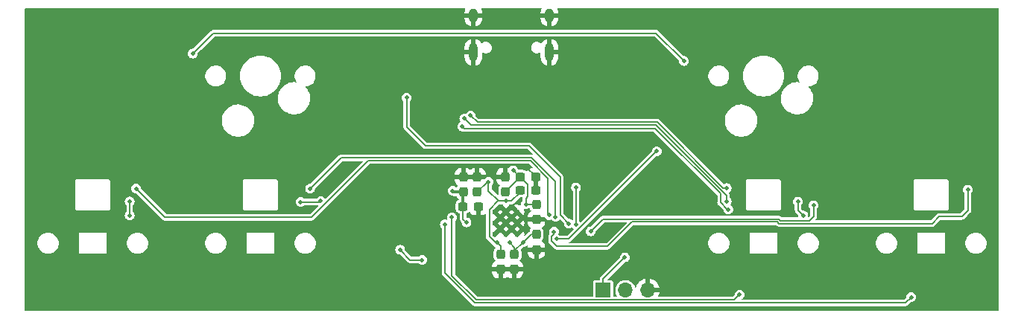
<source format=gtl>
G04 #@! TF.GenerationSoftware,KiCad,Pcbnew,(6.0.0)*
G04 #@! TF.CreationDate,2023-06-02T21:34:00-07:00*
G04 #@! TF.ProjectId,stepad,73746570-6164-42e6-9b69-6361645f7063,rev?*
G04 #@! TF.SameCoordinates,Original*
G04 #@! TF.FileFunction,Copper,L1,Top*
G04 #@! TF.FilePolarity,Positive*
%FSLAX46Y46*%
G04 Gerber Fmt 4.6, Leading zero omitted, Abs format (unit mm)*
G04 Created by KiCad (PCBNEW (6.0.0)) date 2023-06-02 21:34:00*
%MOMM*%
%LPD*%
G01*
G04 APERTURE LIST*
G04 Aperture macros list*
%AMRoundRect*
0 Rectangle with rounded corners*
0 $1 Rounding radius*
0 $2 $3 $4 $5 $6 $7 $8 $9 X,Y pos of 4 corners*
0 Add a 4 corners polygon primitive as box body*
4,1,4,$2,$3,$4,$5,$6,$7,$8,$9,$2,$3,0*
0 Add four circle primitives for the rounded corners*
1,1,$1+$1,$2,$3*
1,1,$1+$1,$4,$5*
1,1,$1+$1,$6,$7*
1,1,$1+$1,$8,$9*
0 Add four rect primitives between the rounded corners*
20,1,$1+$1,$2,$3,$4,$5,0*
20,1,$1+$1,$4,$5,$6,$7,0*
20,1,$1+$1,$6,$7,$8,$9,0*
20,1,$1+$1,$8,$9,$2,$3,0*%
G04 Aperture macros list end*
G04 #@! TA.AperFunction,SMDPad,CuDef*
%ADD10RoundRect,0.237500X-0.237500X0.300000X-0.237500X-0.300000X0.237500X-0.300000X0.237500X0.300000X0*%
G04 #@! TD*
G04 #@! TA.AperFunction,SMDPad,CuDef*
%ADD11RoundRect,0.237500X0.237500X-0.300000X0.237500X0.300000X-0.237500X0.300000X-0.237500X-0.300000X0*%
G04 #@! TD*
G04 #@! TA.AperFunction,SMDPad,CuDef*
%ADD12RoundRect,0.237500X-0.300000X-0.237500X0.300000X-0.237500X0.300000X0.237500X-0.300000X0.237500X0*%
G04 #@! TD*
G04 #@! TA.AperFunction,ComponentPad*
%ADD13O,1.000000X1.600000*%
G04 #@! TD*
G04 #@! TA.AperFunction,ComponentPad*
%ADD14O,1.000000X2.100000*%
G04 #@! TD*
G04 #@! TA.AperFunction,ComponentPad*
%ADD15R,1.700000X1.700000*%
G04 #@! TD*
G04 #@! TA.AperFunction,ComponentPad*
%ADD16O,1.700000X1.700000*%
G04 #@! TD*
G04 #@! TA.AperFunction,ComponentPad*
%ADD17C,0.600000*%
G04 #@! TD*
G04 #@! TA.AperFunction,ViaPad*
%ADD18C,0.500000*%
G04 #@! TD*
G04 #@! TA.AperFunction,Conductor*
%ADD19C,0.127000*%
G04 #@! TD*
G04 #@! TA.AperFunction,Conductor*
%ADD20C,0.300000*%
G04 #@! TD*
G04 #@! TA.AperFunction,Conductor*
%ADD21C,0.200000*%
G04 #@! TD*
G04 APERTURE END LIST*
D10*
X196725000Y-73237500D03*
X196725000Y-74962500D03*
X200800000Y-70987500D03*
X200800000Y-72712500D03*
X198325000Y-73237500D03*
X198325000Y-74962500D03*
D11*
X194075000Y-66187500D03*
X194075000Y-64462500D03*
D12*
X198987500Y-65950000D03*
X200712500Y-65950000D03*
D10*
X200800000Y-67587500D03*
X200800000Y-69312500D03*
D11*
X192500000Y-66187500D03*
X192500000Y-64462500D03*
X197250000Y-66162500D03*
X197250000Y-64437500D03*
D12*
X198987500Y-64425000D03*
X200712500Y-64425000D03*
X192475000Y-67825000D03*
X194200000Y-67825000D03*
D13*
X202295000Y-46065000D03*
D14*
X202295000Y-50245000D03*
D13*
X193655000Y-46065000D03*
D14*
X193655000Y-50245000D03*
D15*
X208375000Y-77350000D03*
D16*
X210915000Y-77350000D03*
X213455000Y-77350000D03*
D17*
X198625000Y-70975000D03*
X197350000Y-70975000D03*
X196075000Y-70975000D03*
X198625000Y-69700000D03*
X197350000Y-69700000D03*
X198625000Y-68425000D03*
X196075000Y-68425000D03*
X197350000Y-68425000D03*
X196075000Y-69700000D03*
D18*
X191300000Y-66025000D03*
X192860000Y-69630000D03*
X199325000Y-71875000D03*
X198175000Y-63700000D03*
X197740000Y-71940000D03*
X199600000Y-67550000D03*
X163875000Y-77550000D03*
X192950000Y-79025000D03*
X193725000Y-56400000D03*
X199400000Y-54100000D03*
X202575000Y-74850000D03*
X205475000Y-59625000D03*
X170475000Y-70100000D03*
X180900000Y-65425000D03*
X196900000Y-56450000D03*
X151250000Y-70025000D03*
X189550000Y-72975000D03*
X227725000Y-70500000D03*
X154300000Y-75500000D03*
X249325000Y-77575000D03*
X187550000Y-55050000D03*
X190850000Y-78100000D03*
X246725000Y-70075000D03*
X178430000Y-74900000D03*
X212350000Y-55325000D03*
X230225000Y-77575000D03*
X230600000Y-75700000D03*
X189925000Y-46400000D03*
X178440000Y-71140000D03*
X249525000Y-75900000D03*
X173275000Y-75625000D03*
X145375000Y-76300000D03*
X191200000Y-69050000D03*
X223875000Y-77850000D03*
X190400000Y-69850000D03*
X243375000Y-78150000D03*
X195350000Y-65025000D03*
X197375000Y-67200000D03*
X196375000Y-71950000D03*
X210850000Y-73600000D03*
X192400000Y-58700000D03*
X154600000Y-68826520D03*
X154600000Y-67250000D03*
X230525000Y-67250000D03*
X174025000Y-67300000D03*
X222600000Y-68150000D03*
X231125000Y-68850000D03*
X176300000Y-67200000D03*
X222425000Y-67250000D03*
X192600000Y-57800000D03*
X193325000Y-57450000D03*
X222425000Y-65725000D03*
X202250000Y-68800000D03*
X155325000Y-65775000D03*
X202975000Y-69000000D03*
X175100000Y-65775000D03*
X232300000Y-67675000D03*
X206975000Y-70650000D03*
X249825000Y-65900000D03*
X202800000Y-70700000D03*
X185325000Y-72750000D03*
X187825000Y-73900000D03*
X203100000Y-71525000D03*
X214475000Y-61525000D03*
X217575000Y-51250000D03*
X161775000Y-50400000D03*
X204475000Y-69750000D03*
X186075000Y-55425000D03*
X205300000Y-65650000D03*
X205300000Y-69900000D03*
D19*
X198175000Y-63700000D02*
X198900000Y-64425000D01*
D20*
X192475000Y-67825000D02*
X192475000Y-66212500D01*
D19*
X192475000Y-69245000D02*
X192475000Y-67825000D01*
X198900000Y-64425000D02*
X198987500Y-64425000D01*
X199637500Y-67587500D02*
X199600000Y-67550000D01*
X198987500Y-64425000D02*
X197250000Y-66162500D01*
X200212500Y-70987500D02*
X199325000Y-71875000D01*
X199600000Y-66900000D02*
X199600000Y-67550000D01*
D20*
X191462500Y-66187500D02*
X191300000Y-66025000D01*
D19*
X198325000Y-73237500D02*
X198325000Y-72875000D01*
D20*
X192475000Y-66212500D02*
X192500000Y-66187500D01*
D19*
X198325000Y-72875000D02*
X199325000Y-71875000D01*
X200800000Y-70987500D02*
X200212500Y-70987500D01*
X198987500Y-64425000D02*
X199830000Y-65267500D01*
X197740000Y-71940000D02*
X198325000Y-72525000D01*
X192860000Y-69630000D02*
X192475000Y-69245000D01*
X198325000Y-72525000D02*
X198325000Y-73237500D01*
X200800000Y-67587500D02*
X199637500Y-67587500D01*
D20*
X192500000Y-66187500D02*
X191462500Y-66187500D01*
D19*
X199830000Y-65267500D02*
X199830000Y-66670000D01*
X199830000Y-66670000D02*
X199600000Y-66900000D01*
X200712500Y-64362500D02*
X199675000Y-63325000D01*
X200712500Y-64425000D02*
X200712500Y-64362500D01*
X191200000Y-69050000D02*
X191200000Y-75713230D01*
X193949781Y-78463011D02*
X223261989Y-78463011D01*
X191200000Y-75713230D02*
X193949781Y-78463011D01*
X223261989Y-78463011D02*
X223875000Y-77850000D01*
X190400000Y-75375000D02*
X193814531Y-78789531D01*
X242735469Y-78789531D02*
X243375000Y-78150000D01*
X193814531Y-78789531D02*
X242735469Y-78789531D01*
X190400000Y-69850000D02*
X190400000Y-75375000D01*
D21*
X195237500Y-65025000D02*
X194075000Y-66187500D01*
D19*
X198987500Y-66200000D02*
X197987500Y-67200000D01*
D21*
X196166793Y-71950000D02*
X195450479Y-71233686D01*
X196400000Y-67200000D02*
X196500000Y-67200000D01*
X196500000Y-67200000D02*
X195350000Y-66050000D01*
X195350000Y-66050000D02*
X195350000Y-65025000D01*
X197375000Y-67200000D02*
X196500000Y-67200000D01*
X195450479Y-68149521D02*
X196400000Y-67200000D01*
X195450479Y-71233686D02*
X195450479Y-68149521D01*
X196375000Y-71950000D02*
X196725000Y-72300000D01*
D19*
X198987500Y-65950000D02*
X198987500Y-66200000D01*
D21*
X195350000Y-65025000D02*
X195237500Y-65025000D01*
X196725000Y-72300000D02*
X196725000Y-73237500D01*
X196375000Y-71950000D02*
X196166793Y-71950000D01*
D19*
X197375000Y-67200000D02*
X197987500Y-67200000D01*
X210850000Y-73600000D02*
X208375000Y-76075000D01*
X208375000Y-76075000D02*
X208375000Y-77350000D01*
X176200000Y-67300000D02*
X174025000Y-67300000D01*
X222500000Y-68150000D02*
X221725000Y-67375000D01*
X176300000Y-67200000D02*
X176200000Y-67300000D01*
X230525000Y-68250000D02*
X230525000Y-67250000D01*
X222600000Y-68150000D02*
X222500000Y-68150000D01*
X221725000Y-67375000D02*
X221725000Y-66361770D01*
X231125000Y-68850000D02*
X230525000Y-68250000D01*
X214288230Y-58925000D02*
X192625000Y-58925000D01*
X192625000Y-58925000D02*
X192400000Y-58700000D01*
X221725000Y-66361770D02*
X214288230Y-58925000D01*
X154600000Y-67250000D02*
X154600000Y-68826520D01*
X222425000Y-67250000D02*
X222425000Y-66600000D01*
X214375000Y-58550000D02*
X193350000Y-58550000D01*
X193350000Y-58550000D02*
X192600000Y-57800000D01*
X222425000Y-66600000D02*
X214375000Y-58550000D01*
X222011770Y-65725000D02*
X214510250Y-58223480D01*
X214510250Y-58223480D02*
X194098480Y-58223480D01*
X194098480Y-58223480D02*
X193325000Y-57450000D01*
X222425000Y-65725000D02*
X222011770Y-65725000D01*
X181700000Y-62600000D02*
X175250000Y-69050000D01*
X175250000Y-69050000D02*
X158600000Y-69050000D01*
X158600000Y-69050000D02*
X155325000Y-65775000D01*
X202250000Y-68800000D02*
X202125000Y-68675000D01*
X200132842Y-62600000D02*
X181700000Y-62600000D01*
X202125000Y-68675000D02*
X202125000Y-64592158D01*
X202125000Y-64592158D02*
X200132842Y-62600000D01*
X200268092Y-62273480D02*
X178601520Y-62273480D01*
X202975000Y-69000000D02*
X202975000Y-64975000D01*
X178601520Y-62273480D02*
X175100000Y-65775000D01*
X202950000Y-64950000D02*
X202944612Y-64950000D01*
X202975000Y-64975000D02*
X202950000Y-64950000D01*
X202944612Y-64950000D02*
X200268092Y-62273480D01*
X231850000Y-69425000D02*
X228525000Y-69425000D01*
X232300000Y-67675000D02*
X232300000Y-68975000D01*
X232300000Y-68975000D02*
X231850000Y-69425000D01*
X208375000Y-69250000D02*
X206975000Y-70650000D01*
X228350000Y-69250000D02*
X208375000Y-69250000D01*
X228525000Y-69425000D02*
X228350000Y-69250000D01*
X208900000Y-72350000D02*
X211673480Y-69576520D01*
X211673480Y-69576520D02*
X228200000Y-69576520D01*
X202800000Y-70700000D02*
X202800000Y-70975000D01*
X202800000Y-70975000D02*
X202525000Y-71250000D01*
X228375000Y-69751520D02*
X245773480Y-69751520D01*
X249137500Y-68962500D02*
X249825000Y-68275000D01*
X202525000Y-71250000D02*
X202525000Y-71750000D01*
X228200000Y-69576520D02*
X228375000Y-69751520D01*
X245773480Y-69751520D02*
X246562500Y-68962500D01*
X249825000Y-68275000D02*
X249825000Y-65900000D01*
X202525000Y-71750000D02*
X203125000Y-72350000D01*
X246562500Y-68962500D02*
X249137500Y-68962500D01*
X203125000Y-72350000D02*
X208900000Y-72350000D01*
X186475000Y-73900000D02*
X187825000Y-73900000D01*
X185325000Y-72750000D02*
X186475000Y-73900000D01*
X217575000Y-51250000D02*
X214400000Y-48075000D01*
X214400000Y-48075000D02*
X164100000Y-48075000D01*
X203100000Y-71525000D02*
X204475000Y-71525000D01*
X204475000Y-71525000D02*
X214475000Y-61525000D01*
X164100000Y-48075000D02*
X161775000Y-50400000D01*
X186075000Y-58800000D02*
X186075000Y-55425000D01*
X203500000Y-68775000D02*
X203500000Y-64450000D01*
X188175000Y-60900000D02*
X186075000Y-58800000D01*
X203500000Y-64450000D02*
X199950000Y-60900000D01*
X204475000Y-69750000D02*
X203500000Y-68775000D01*
X199950000Y-60900000D02*
X188175000Y-60900000D01*
X205300000Y-69900000D02*
X205300000Y-65650000D01*
G04 #@! TA.AperFunction,Conductor*
G36*
X192739586Y-45264352D02*
G01*
X192753938Y-45299000D01*
X192747877Y-45322606D01*
X192725181Y-45363889D01*
X192723305Y-45368267D01*
X192664981Y-45552130D01*
X192663991Y-45556785D01*
X192647152Y-45706902D01*
X192647000Y-45709632D01*
X192647000Y-45801253D01*
X192649855Y-45808145D01*
X192656747Y-45811000D01*
X194653253Y-45811000D01*
X194660145Y-45808145D01*
X194663000Y-45801253D01*
X194663000Y-45716449D01*
X194662884Y-45714075D01*
X194648821Y-45570645D01*
X194647896Y-45565976D01*
X194592142Y-45381313D01*
X194590328Y-45376911D01*
X194561134Y-45322004D01*
X194557540Y-45284673D01*
X194581395Y-45255735D01*
X194604399Y-45250000D01*
X201344938Y-45250000D01*
X201379586Y-45264352D01*
X201393938Y-45299000D01*
X201387877Y-45322606D01*
X201365181Y-45363889D01*
X201363305Y-45368267D01*
X201304981Y-45552130D01*
X201303991Y-45556785D01*
X201287152Y-45706902D01*
X201287000Y-45709632D01*
X201287000Y-45801253D01*
X201289855Y-45808145D01*
X201296747Y-45811000D01*
X203293253Y-45811000D01*
X203300145Y-45808145D01*
X203303000Y-45801253D01*
X203303000Y-45716449D01*
X203302884Y-45714075D01*
X203288821Y-45570645D01*
X203287896Y-45565976D01*
X203232142Y-45381313D01*
X203230328Y-45376911D01*
X203201134Y-45322004D01*
X203197540Y-45284673D01*
X203221395Y-45255735D01*
X203244399Y-45250000D01*
X253301000Y-45250000D01*
X253335648Y-45264352D01*
X253350000Y-45299000D01*
X253350000Y-79651000D01*
X253335648Y-79685648D01*
X253301000Y-79700000D01*
X142749000Y-79700000D01*
X142714352Y-79685648D01*
X142700000Y-79651000D01*
X142700000Y-72094988D01*
X144113068Y-72094988D01*
X144150588Y-72313343D01*
X144151364Y-72315447D01*
X144151365Y-72315450D01*
X144222086Y-72507146D01*
X144227272Y-72521204D01*
X144228419Y-72523132D01*
X144228420Y-72523134D01*
X144336534Y-72704856D01*
X144340552Y-72711610D01*
X144342032Y-72713298D01*
X144342033Y-72713299D01*
X144371428Y-72746817D01*
X144486634Y-72878185D01*
X144538152Y-72918798D01*
X144658861Y-73013958D01*
X144658865Y-73013961D01*
X144660625Y-73015348D01*
X144662617Y-73016396D01*
X144746960Y-73060771D01*
X144856699Y-73118508D01*
X144858847Y-73119175D01*
X144858852Y-73119177D01*
X145001005Y-73163316D01*
X145068289Y-73184208D01*
X145248185Y-73205500D01*
X145376199Y-73205500D01*
X145436054Y-73200000D01*
X148820000Y-73200000D01*
X151980000Y-73200000D01*
X151980000Y-72094988D01*
X154273068Y-72094988D01*
X154310588Y-72313343D01*
X154311364Y-72315447D01*
X154311365Y-72315450D01*
X154382086Y-72507146D01*
X154387272Y-72521204D01*
X154388419Y-72523132D01*
X154388420Y-72523134D01*
X154496534Y-72704856D01*
X154500552Y-72711610D01*
X154502032Y-72713298D01*
X154502033Y-72713299D01*
X154531428Y-72746817D01*
X154646634Y-72878185D01*
X154698152Y-72918798D01*
X154818861Y-73013958D01*
X154818865Y-73013961D01*
X154820625Y-73015348D01*
X154822617Y-73016396D01*
X154906960Y-73060771D01*
X155016699Y-73118508D01*
X155018847Y-73119175D01*
X155018852Y-73119177D01*
X155161005Y-73163316D01*
X155228289Y-73184208D01*
X155408185Y-73205500D01*
X155536199Y-73205500D01*
X155700626Y-73190391D01*
X155913863Y-73130252D01*
X155938891Y-73117910D01*
X156046384Y-73064900D01*
X156112570Y-73032261D01*
X156290092Y-72899699D01*
X156411642Y-72768207D01*
X156438958Y-72738657D01*
X156438959Y-72738656D01*
X156440484Y-72737006D01*
X156455124Y-72713804D01*
X156496059Y-72648925D01*
X156558710Y-72549630D01*
X156588166Y-72475799D01*
X156639978Y-72345931D01*
X156639979Y-72345927D01*
X156640809Y-72343847D01*
X156684032Y-72126549D01*
X156684445Y-72094988D01*
X163163068Y-72094988D01*
X163200588Y-72313343D01*
X163201364Y-72315447D01*
X163201365Y-72315450D01*
X163272086Y-72507146D01*
X163277272Y-72521204D01*
X163278419Y-72523132D01*
X163278420Y-72523134D01*
X163386534Y-72704856D01*
X163390552Y-72711610D01*
X163392032Y-72713298D01*
X163392033Y-72713299D01*
X163421428Y-72746817D01*
X163536634Y-72878185D01*
X163588152Y-72918798D01*
X163708861Y-73013958D01*
X163708865Y-73013961D01*
X163710625Y-73015348D01*
X163712617Y-73016396D01*
X163796960Y-73060771D01*
X163906699Y-73118508D01*
X163908847Y-73119175D01*
X163908852Y-73119177D01*
X164051005Y-73163316D01*
X164118289Y-73184208D01*
X164298185Y-73205500D01*
X164426199Y-73205500D01*
X164486054Y-73200000D01*
X167870000Y-73200000D01*
X171030000Y-73200000D01*
X171030000Y-72094988D01*
X173323068Y-72094988D01*
X173360588Y-72313343D01*
X173361364Y-72315447D01*
X173361365Y-72315450D01*
X173432086Y-72507146D01*
X173437272Y-72521204D01*
X173438419Y-72523132D01*
X173438420Y-72523134D01*
X173546534Y-72704856D01*
X173550552Y-72711610D01*
X173552032Y-72713298D01*
X173552033Y-72713299D01*
X173581428Y-72746817D01*
X173696634Y-72878185D01*
X173748152Y-72918798D01*
X173868861Y-73013958D01*
X173868865Y-73013961D01*
X173870625Y-73015348D01*
X173872617Y-73016396D01*
X173956960Y-73060771D01*
X174066699Y-73118508D01*
X174068847Y-73119175D01*
X174068852Y-73119177D01*
X174211005Y-73163316D01*
X174278289Y-73184208D01*
X174458185Y-73205500D01*
X174586199Y-73205500D01*
X174750626Y-73190391D01*
X174963863Y-73130252D01*
X174988891Y-73117910D01*
X175096384Y-73064900D01*
X175162570Y-73032261D01*
X175340092Y-72899699D01*
X175461642Y-72768207D01*
X175478473Y-72750000D01*
X184769750Y-72750000D01*
X184788670Y-72893709D01*
X184844139Y-73027625D01*
X184846095Y-73030174D01*
X184914361Y-73119139D01*
X184932379Y-73142621D01*
X185047375Y-73230861D01*
X185181291Y-73286330D01*
X185325000Y-73305250D01*
X185336810Y-73303695D01*
X185373035Y-73313401D01*
X185377854Y-73317628D01*
X186186447Y-74126221D01*
X186192964Y-74134290D01*
X186199853Y-74144960D01*
X186199857Y-74144964D01*
X186202052Y-74148364D01*
X186230683Y-74170935D01*
X186234985Y-74174759D01*
X186238995Y-74178769D01*
X186255463Y-74190538D01*
X186257276Y-74191900D01*
X186297217Y-74223386D01*
X186301039Y-74224728D01*
X186304585Y-74226678D01*
X186304479Y-74226871D01*
X186305622Y-74227465D01*
X186305719Y-74227267D01*
X186309352Y-74229047D01*
X186312648Y-74231402D01*
X186316527Y-74232562D01*
X186361380Y-74245976D01*
X186363576Y-74246690D01*
X186411552Y-74263538D01*
X186415572Y-74263886D01*
X186415834Y-74263909D01*
X186415837Y-74263909D01*
X186416886Y-74264000D01*
X186416882Y-74264042D01*
X186420817Y-74264705D01*
X186420849Y-74264455D01*
X186424868Y-74264963D01*
X186428748Y-74266123D01*
X186432797Y-74265964D01*
X186481821Y-74264038D01*
X186483745Y-74264000D01*
X187386253Y-74264000D01*
X187420901Y-74278352D01*
X187425127Y-74283171D01*
X187430423Y-74290072D01*
X187432379Y-74292621D01*
X187547375Y-74380861D01*
X187681291Y-74436330D01*
X187825000Y-74455250D01*
X187968709Y-74436330D01*
X188102625Y-74380861D01*
X188217621Y-74292621D01*
X188305861Y-74177625D01*
X188361330Y-74043709D01*
X188380250Y-73900000D01*
X188361330Y-73756291D01*
X188305861Y-73622375D01*
X188217621Y-73507379D01*
X188102625Y-73419139D01*
X187968709Y-73363670D01*
X187825000Y-73344750D01*
X187681291Y-73363670D01*
X187547375Y-73419139D01*
X187432379Y-73507379D01*
X187430423Y-73509928D01*
X187425127Y-73516829D01*
X187392649Y-73535581D01*
X187386253Y-73536000D01*
X186646070Y-73536000D01*
X186611422Y-73521648D01*
X186253090Y-73163316D01*
X185892628Y-72802855D01*
X185878276Y-72768207D01*
X185878695Y-72761811D01*
X185879831Y-72753183D01*
X185880250Y-72750000D01*
X185861330Y-72606291D01*
X185805861Y-72472375D01*
X185717621Y-72357379D01*
X185602625Y-72269139D01*
X185468709Y-72213670D01*
X185325000Y-72194750D01*
X185181291Y-72213670D01*
X185047375Y-72269139D01*
X184932379Y-72357379D01*
X184844139Y-72472375D01*
X184788670Y-72606291D01*
X184769750Y-72750000D01*
X175478473Y-72750000D01*
X175488958Y-72738657D01*
X175488959Y-72738656D01*
X175490484Y-72737006D01*
X175505124Y-72713804D01*
X175546059Y-72648925D01*
X175608710Y-72549630D01*
X175638166Y-72475799D01*
X175689978Y-72345931D01*
X175689979Y-72345927D01*
X175690809Y-72343847D01*
X175734032Y-72126549D01*
X175735947Y-71980257D01*
X175736903Y-71907260D01*
X175736903Y-71907255D01*
X175736932Y-71905012D01*
X175732610Y-71879856D01*
X175724511Y-71832724D01*
X175699412Y-71686657D01*
X175698635Y-71684550D01*
X175623506Y-71480904D01*
X175623505Y-71480901D01*
X175622728Y-71478796D01*
X175618702Y-71472028D01*
X175510597Y-71290321D01*
X175510596Y-71290320D01*
X175509448Y-71288390D01*
X175500656Y-71278364D01*
X175364847Y-71123504D01*
X175363366Y-71121815D01*
X175269094Y-71047497D01*
X175191139Y-70986042D01*
X175191135Y-70986039D01*
X175189375Y-70984652D01*
X174993301Y-70881492D01*
X174991153Y-70880825D01*
X174991148Y-70880823D01*
X174783862Y-70816460D01*
X174783863Y-70816460D01*
X174781711Y-70815792D01*
X174601815Y-70794500D01*
X174473801Y-70794500D01*
X174309374Y-70809609D01*
X174096137Y-70869748D01*
X173897430Y-70967739D01*
X173719908Y-71100301D01*
X173718379Y-71101955D01*
X173620540Y-71207797D01*
X173569516Y-71262994D01*
X173451290Y-71450370D01*
X173369191Y-71656153D01*
X173325968Y-71873451D01*
X173324968Y-71949859D01*
X173323177Y-72086678D01*
X173323068Y-72094988D01*
X171030000Y-72094988D01*
X171030000Y-70840000D01*
X167870000Y-70840000D01*
X167870000Y-73200000D01*
X164486054Y-73200000D01*
X164590626Y-73190391D01*
X164803863Y-73130252D01*
X164828891Y-73117910D01*
X164936384Y-73064900D01*
X165002570Y-73032261D01*
X165180092Y-72899699D01*
X165301642Y-72768207D01*
X165328958Y-72738657D01*
X165328959Y-72738656D01*
X165330484Y-72737006D01*
X165345124Y-72713804D01*
X165386059Y-72648925D01*
X165448710Y-72549630D01*
X165478166Y-72475799D01*
X165529978Y-72345931D01*
X165529979Y-72345927D01*
X165530809Y-72343847D01*
X165574032Y-72126549D01*
X165575947Y-71980257D01*
X165576903Y-71907260D01*
X165576903Y-71907255D01*
X165576932Y-71905012D01*
X165572610Y-71879856D01*
X165564511Y-71832724D01*
X165539412Y-71686657D01*
X165538635Y-71684550D01*
X165463506Y-71480904D01*
X165463505Y-71480901D01*
X165462728Y-71478796D01*
X165458702Y-71472028D01*
X165350597Y-71290321D01*
X165350596Y-71290320D01*
X165349448Y-71288390D01*
X165340656Y-71278364D01*
X165204847Y-71123504D01*
X165203366Y-71121815D01*
X165109094Y-71047497D01*
X165031139Y-70986042D01*
X165031135Y-70986039D01*
X165029375Y-70984652D01*
X164833301Y-70881492D01*
X164831153Y-70880825D01*
X164831148Y-70880823D01*
X164623862Y-70816460D01*
X164623863Y-70816460D01*
X164621711Y-70815792D01*
X164441815Y-70794500D01*
X164313801Y-70794500D01*
X164149374Y-70809609D01*
X163936137Y-70869748D01*
X163737430Y-70967739D01*
X163559908Y-71100301D01*
X163558379Y-71101955D01*
X163460540Y-71207797D01*
X163409516Y-71262994D01*
X163291290Y-71450370D01*
X163209191Y-71656153D01*
X163165968Y-71873451D01*
X163164968Y-71949859D01*
X163163177Y-72086678D01*
X163163068Y-72094988D01*
X156684445Y-72094988D01*
X156685947Y-71980257D01*
X156686903Y-71907260D01*
X156686903Y-71907255D01*
X156686932Y-71905012D01*
X156682610Y-71879856D01*
X156674511Y-71832724D01*
X156649412Y-71686657D01*
X156648635Y-71684550D01*
X156573506Y-71480904D01*
X156573505Y-71480901D01*
X156572728Y-71478796D01*
X156568702Y-71472028D01*
X156460597Y-71290321D01*
X156460596Y-71290320D01*
X156459448Y-71288390D01*
X156450656Y-71278364D01*
X156314847Y-71123504D01*
X156313366Y-71121815D01*
X156219094Y-71047497D01*
X156141139Y-70986042D01*
X156141135Y-70986039D01*
X156139375Y-70984652D01*
X155943301Y-70881492D01*
X155941153Y-70880825D01*
X155941148Y-70880823D01*
X155733862Y-70816460D01*
X155733863Y-70816460D01*
X155731711Y-70815792D01*
X155551815Y-70794500D01*
X155423801Y-70794500D01*
X155259374Y-70809609D01*
X155046137Y-70869748D01*
X154847430Y-70967739D01*
X154669908Y-71100301D01*
X154668379Y-71101955D01*
X154570540Y-71207797D01*
X154519516Y-71262994D01*
X154401290Y-71450370D01*
X154319191Y-71656153D01*
X154275968Y-71873451D01*
X154274968Y-71949859D01*
X154273177Y-72086678D01*
X154273068Y-72094988D01*
X151980000Y-72094988D01*
X151980000Y-70840000D01*
X148820000Y-70840000D01*
X148820000Y-73200000D01*
X145436054Y-73200000D01*
X145540626Y-73190391D01*
X145753863Y-73130252D01*
X145778891Y-73117910D01*
X145886384Y-73064900D01*
X145952570Y-73032261D01*
X146130092Y-72899699D01*
X146251642Y-72768207D01*
X146278958Y-72738657D01*
X146278959Y-72738656D01*
X146280484Y-72737006D01*
X146295124Y-72713804D01*
X146336059Y-72648925D01*
X146398710Y-72549630D01*
X146428166Y-72475799D01*
X146479978Y-72345931D01*
X146479979Y-72345927D01*
X146480809Y-72343847D01*
X146524032Y-72126549D01*
X146525947Y-71980257D01*
X146526903Y-71907260D01*
X146526903Y-71907255D01*
X146526932Y-71905012D01*
X146522610Y-71879856D01*
X146514511Y-71832724D01*
X146489412Y-71686657D01*
X146488635Y-71684550D01*
X146413506Y-71480904D01*
X146413505Y-71480901D01*
X146412728Y-71478796D01*
X146408702Y-71472028D01*
X146300597Y-71290321D01*
X146300596Y-71290320D01*
X146299448Y-71288390D01*
X146290656Y-71278364D01*
X146154847Y-71123504D01*
X146153366Y-71121815D01*
X146059094Y-71047497D01*
X145981139Y-70986042D01*
X145981135Y-70986039D01*
X145979375Y-70984652D01*
X145783301Y-70881492D01*
X145781153Y-70880825D01*
X145781148Y-70880823D01*
X145573862Y-70816460D01*
X145573863Y-70816460D01*
X145571711Y-70815792D01*
X145391815Y-70794500D01*
X145263801Y-70794500D01*
X145099374Y-70809609D01*
X144886137Y-70869748D01*
X144687430Y-70967739D01*
X144509908Y-71100301D01*
X144508379Y-71101955D01*
X144410540Y-71207797D01*
X144359516Y-71262994D01*
X144241290Y-71450370D01*
X144159191Y-71656153D01*
X144115968Y-71873451D01*
X144114968Y-71949859D01*
X144113177Y-72086678D01*
X144113068Y-72094988D01*
X142700000Y-72094988D01*
X142700000Y-69850000D01*
X189844750Y-69850000D01*
X189863670Y-69993709D01*
X189919139Y-70127625D01*
X190007379Y-70242621D01*
X190009928Y-70244577D01*
X190016829Y-70249873D01*
X190035581Y-70282351D01*
X190036000Y-70288747D01*
X190036000Y-75330925D01*
X190034902Y-75341238D01*
X190032230Y-75353651D01*
X190032230Y-75353655D01*
X190031377Y-75357616D01*
X190031853Y-75361638D01*
X190031853Y-75361640D01*
X190035660Y-75393803D01*
X190036000Y-75399562D01*
X190036000Y-75405238D01*
X190036331Y-75407225D01*
X190036331Y-75407229D01*
X190039318Y-75425175D01*
X190039643Y-75427459D01*
X190045620Y-75477957D01*
X190047372Y-75481606D01*
X190048503Y-75485499D01*
X190048292Y-75485560D01*
X190048678Y-75486780D01*
X190048886Y-75486709D01*
X190050198Y-75490540D01*
X190050863Y-75494536D01*
X190075021Y-75539309D01*
X190076039Y-75541306D01*
X190098075Y-75587196D01*
X190101185Y-75590895D01*
X190101520Y-75591294D01*
X190101488Y-75591321D01*
X190103803Y-75594574D01*
X190104002Y-75594419D01*
X190106483Y-75597618D01*
X190108407Y-75601183D01*
X190111382Y-75603933D01*
X190147411Y-75637238D01*
X190148798Y-75638572D01*
X193525978Y-79015751D01*
X193532494Y-79023819D01*
X193541583Y-79037895D01*
X193570213Y-79060465D01*
X193574525Y-79064298D01*
X193578526Y-79068299D01*
X193580167Y-79069472D01*
X193580172Y-79069476D01*
X193594954Y-79080039D01*
X193596797Y-79081423D01*
X193636748Y-79112917D01*
X193640569Y-79114259D01*
X193644118Y-79116210D01*
X193644012Y-79116402D01*
X193645150Y-79116993D01*
X193645246Y-79116797D01*
X193648888Y-79118581D01*
X193652179Y-79120933D01*
X193656053Y-79122092D01*
X193656054Y-79122092D01*
X193700911Y-79135507D01*
X193703107Y-79136221D01*
X193751083Y-79153069D01*
X193755103Y-79153417D01*
X193755365Y-79153440D01*
X193755368Y-79153440D01*
X193756417Y-79153531D01*
X193756413Y-79153573D01*
X193760348Y-79154236D01*
X193760380Y-79153986D01*
X193764399Y-79154494D01*
X193768279Y-79155654D01*
X193772327Y-79155495D01*
X193772328Y-79155495D01*
X193821340Y-79153569D01*
X193823264Y-79153531D01*
X242691394Y-79153531D01*
X242701707Y-79154629D01*
X242714120Y-79157301D01*
X242714124Y-79157301D01*
X242718085Y-79158154D01*
X242722107Y-79157678D01*
X242722109Y-79157678D01*
X242751188Y-79154236D01*
X242754273Y-79153871D01*
X242760031Y-79153531D01*
X242765707Y-79153531D01*
X242767694Y-79153200D01*
X242767698Y-79153200D01*
X242785644Y-79150213D01*
X242787928Y-79149888D01*
X242834404Y-79144387D01*
X242838426Y-79143911D01*
X242842075Y-79142159D01*
X242845968Y-79141028D01*
X242846029Y-79141239D01*
X242847249Y-79140853D01*
X242847178Y-79140645D01*
X242851009Y-79139333D01*
X242855005Y-79138668D01*
X242899778Y-79114510D01*
X242901775Y-79113492D01*
X242947665Y-79091456D01*
X242951763Y-79088011D01*
X242951790Y-79088043D01*
X242955043Y-79085728D01*
X242954888Y-79085529D01*
X242958087Y-79083048D01*
X242961652Y-79081124D01*
X242997707Y-79042120D01*
X242999041Y-79040733D01*
X243322146Y-78717628D01*
X243356794Y-78703276D01*
X243363187Y-78703695D01*
X243375000Y-78705250D01*
X243518709Y-78686330D01*
X243652625Y-78630861D01*
X243767621Y-78542621D01*
X243855861Y-78427625D01*
X243911330Y-78293709D01*
X243930250Y-78150000D01*
X243911330Y-78006291D01*
X243855861Y-77872375D01*
X243767621Y-77757379D01*
X243739356Y-77735690D01*
X243655174Y-77671095D01*
X243652625Y-77669139D01*
X243518709Y-77613670D01*
X243375000Y-77594750D01*
X243231291Y-77613670D01*
X243097375Y-77669139D01*
X243094826Y-77671095D01*
X243010645Y-77735690D01*
X242982379Y-77757379D01*
X242894139Y-77872375D01*
X242838670Y-78006291D01*
X242819750Y-78150000D01*
X242820169Y-78153183D01*
X242821305Y-78161811D01*
X242811598Y-78198036D01*
X242807372Y-78202855D01*
X242599048Y-78411179D01*
X242564400Y-78425531D01*
X224170410Y-78425531D01*
X224135762Y-78411179D01*
X224121410Y-78376531D01*
X224135762Y-78341883D01*
X224147193Y-78334246D01*
X224146876Y-78333696D01*
X224149657Y-78332090D01*
X224152625Y-78330861D01*
X224267621Y-78242621D01*
X224355861Y-78127625D01*
X224411330Y-77993709D01*
X224430250Y-77850000D01*
X224411330Y-77706291D01*
X224355861Y-77572375D01*
X224267621Y-77457379D01*
X224152625Y-77369139D01*
X224018709Y-77313670D01*
X223875000Y-77294750D01*
X223731291Y-77313670D01*
X223597375Y-77369139D01*
X223482379Y-77457379D01*
X223394139Y-77572375D01*
X223338670Y-77706291D01*
X223319750Y-77850000D01*
X223320169Y-77853183D01*
X223321305Y-77861811D01*
X223311598Y-77898036D01*
X223307372Y-77902855D01*
X223125568Y-78084659D01*
X223090920Y-78099011D01*
X214678574Y-78099011D01*
X214643926Y-78084659D01*
X214629574Y-78050011D01*
X214634646Y-78028300D01*
X214721074Y-77853427D01*
X214722549Y-77849701D01*
X214786297Y-77639882D01*
X214787142Y-77635974D01*
X214790079Y-77613663D01*
X214788148Y-77606458D01*
X214783891Y-77604000D01*
X213250000Y-77604000D01*
X213215352Y-77589648D01*
X213201000Y-77555000D01*
X213201000Y-77086253D01*
X213709000Y-77086253D01*
X213711855Y-77093145D01*
X213718747Y-77096000D01*
X214781712Y-77096000D01*
X214788604Y-77093145D01*
X214789935Y-77089932D01*
X214745445Y-76912813D01*
X214744153Y-76909019D01*
X214656714Y-76707922D01*
X214654818Y-76704386D01*
X214535709Y-76520270D01*
X214533266Y-76517098D01*
X214385679Y-76354903D01*
X214382751Y-76352172D01*
X214210660Y-76216264D01*
X214207322Y-76214046D01*
X214015343Y-76108067D01*
X214011685Y-76106424D01*
X213804978Y-76033225D01*
X213801109Y-76032202D01*
X213718596Y-76017504D01*
X213711310Y-76019106D01*
X213709000Y-76022719D01*
X213709000Y-77086253D01*
X213201000Y-77086253D01*
X213201000Y-76024734D01*
X213198145Y-76017842D01*
X213193882Y-76016076D01*
X213141202Y-76024138D01*
X213137290Y-76025070D01*
X212928857Y-76093196D01*
X212925175Y-76094743D01*
X212730657Y-76196003D01*
X212727267Y-76198138D01*
X212551903Y-76329805D01*
X212548907Y-76332465D01*
X212397407Y-76491001D01*
X212394889Y-76494110D01*
X212271311Y-76675268D01*
X212269332Y-76678752D01*
X212177007Y-76877650D01*
X212175621Y-76881418D01*
X212124616Y-77065332D01*
X212101527Y-77094885D01*
X212064303Y-77099455D01*
X212034750Y-77076366D01*
X212030238Y-77065537D01*
X212030181Y-77065332D01*
X211993686Y-76935931D01*
X211982286Y-76912813D01*
X211901159Y-76748306D01*
X211900165Y-76746290D01*
X211773651Y-76576867D01*
X211642199Y-76455354D01*
X211620032Y-76434863D01*
X211620031Y-76434862D01*
X211618381Y-76433337D01*
X211611752Y-76429154D01*
X211494071Y-76354903D01*
X211439554Y-76320505D01*
X211404072Y-76306349D01*
X211245244Y-76242983D01*
X211245240Y-76242982D01*
X211243160Y-76242152D01*
X211035775Y-76200901D01*
X210935007Y-76199582D01*
X210826594Y-76198162D01*
X210826589Y-76198162D01*
X210824346Y-76198133D01*
X210822129Y-76198514D01*
X210822128Y-76198514D01*
X210789567Y-76204109D01*
X210615953Y-76233941D01*
X210613849Y-76234717D01*
X210613846Y-76234718D01*
X210419683Y-76306349D01*
X210419680Y-76306350D01*
X210417575Y-76307127D01*
X210415647Y-76308274D01*
X210415645Y-76308275D01*
X210237786Y-76414089D01*
X210237780Y-76414093D01*
X210235856Y-76415238D01*
X210076881Y-76554655D01*
X210075493Y-76556416D01*
X209947366Y-76718944D01*
X209947363Y-76718948D01*
X209945976Y-76720708D01*
X209847523Y-76907836D01*
X209784820Y-77109773D01*
X209784556Y-77112005D01*
X209784555Y-77112009D01*
X209760231Y-77317522D01*
X209759967Y-77319754D01*
X209773796Y-77530749D01*
X209774349Y-77532928D01*
X209774350Y-77532932D01*
X209819187Y-77709475D01*
X209825845Y-77735690D01*
X209826781Y-77737720D01*
X209826783Y-77737726D01*
X209900687Y-77898036D01*
X209914369Y-77927714D01*
X209958760Y-77990525D01*
X209980814Y-78021731D01*
X209989091Y-78058309D01*
X209969079Y-78090026D01*
X209940799Y-78099011D01*
X209574500Y-78099011D01*
X209539852Y-78084659D01*
X209525500Y-78050011D01*
X209525500Y-76455354D01*
X209523062Y-76434863D01*
X209522816Y-76432800D01*
X209522816Y-76432799D01*
X209522382Y-76429154D01*
X209520892Y-76425799D01*
X209520891Y-76425796D01*
X209478776Y-76330982D01*
X209478775Y-76330981D01*
X209476939Y-76326847D01*
X209473738Y-76323652D01*
X209473737Y-76323650D01*
X209401223Y-76251263D01*
X209397713Y-76247759D01*
X209385031Y-76242152D01*
X209365598Y-76233561D01*
X209295327Y-76202494D01*
X209291671Y-76202068D01*
X209291668Y-76202067D01*
X209281414Y-76200872D01*
X209269646Y-76199500D01*
X208883570Y-76199500D01*
X208848922Y-76185148D01*
X208834570Y-76150500D01*
X208848922Y-76115852D01*
X210797146Y-74167628D01*
X210831794Y-74153276D01*
X210838187Y-74153695D01*
X210850000Y-74155250D01*
X210993709Y-74136330D01*
X211127625Y-74080861D01*
X211242621Y-73992621D01*
X211330861Y-73877625D01*
X211386330Y-73743709D01*
X211405250Y-73600000D01*
X211386330Y-73456291D01*
X211330861Y-73322375D01*
X211261583Y-73232090D01*
X211244577Y-73209928D01*
X211242621Y-73207379D01*
X211212770Y-73184473D01*
X211130174Y-73121095D01*
X211127625Y-73119139D01*
X210993709Y-73063670D01*
X210850000Y-73044750D01*
X210706291Y-73063670D01*
X210572375Y-73119139D01*
X210569826Y-73121095D01*
X210487231Y-73184473D01*
X210457379Y-73207379D01*
X210455423Y-73209928D01*
X210438417Y-73232090D01*
X210369139Y-73322375D01*
X210313670Y-73456291D01*
X210294750Y-73600000D01*
X210295169Y-73603181D01*
X210296305Y-73611809D01*
X210286599Y-73648035D01*
X210282372Y-73652854D01*
X208148780Y-75786447D01*
X208140712Y-75792963D01*
X208130041Y-75799853D01*
X208130039Y-75799854D01*
X208126636Y-75802052D01*
X208104066Y-75830682D01*
X208100233Y-75834994D01*
X208096232Y-75838995D01*
X208095059Y-75840636D01*
X208095055Y-75840641D01*
X208084492Y-75855423D01*
X208083108Y-75857266D01*
X208051614Y-75897217D01*
X208050272Y-75901038D01*
X208048321Y-75904587D01*
X208048129Y-75904481D01*
X208047538Y-75905619D01*
X208047734Y-75905715D01*
X208045950Y-75909357D01*
X208043598Y-75912648D01*
X208042439Y-75916522D01*
X208042439Y-75916523D01*
X208029024Y-75961380D01*
X208028310Y-75963576D01*
X208011462Y-76011552D01*
X208011000Y-76016886D01*
X208010958Y-76016882D01*
X208010295Y-76020817D01*
X208010545Y-76020849D01*
X208010037Y-76024868D01*
X208008877Y-76028748D01*
X208009036Y-76032797D01*
X208010962Y-76081821D01*
X208011000Y-76083745D01*
X208011000Y-76150500D01*
X207996648Y-76185148D01*
X207962000Y-76199500D01*
X207480354Y-76199500D01*
X207478929Y-76199670D01*
X207478922Y-76199670D01*
X207457800Y-76202184D01*
X207457799Y-76202184D01*
X207454154Y-76202618D01*
X207450799Y-76204108D01*
X207450796Y-76204109D01*
X207355982Y-76246224D01*
X207355981Y-76246225D01*
X207351847Y-76248061D01*
X207348652Y-76251262D01*
X207348650Y-76251263D01*
X207312413Y-76287563D01*
X207272759Y-76327287D01*
X207227494Y-76429673D01*
X207227068Y-76433329D01*
X207227067Y-76433332D01*
X207226889Y-76434863D01*
X207224500Y-76455354D01*
X207224500Y-78050011D01*
X207210148Y-78084659D01*
X207175500Y-78099011D01*
X194120851Y-78099011D01*
X194086203Y-78084659D01*
X191578352Y-75576809D01*
X191564000Y-75542161D01*
X191564000Y-75310771D01*
X195742000Y-75310771D01*
X195742130Y-75313290D01*
X195752510Y-75413316D01*
X195753638Y-75418541D01*
X195806901Y-75578190D01*
X195809302Y-75583316D01*
X195897779Y-75726294D01*
X195901296Y-75730731D01*
X196020295Y-75849523D01*
X196024731Y-75853027D01*
X196167866Y-75941256D01*
X196173000Y-75943650D01*
X196332749Y-75996636D01*
X196337956Y-75997753D01*
X196436731Y-76007873D01*
X196439214Y-76008000D01*
X196461253Y-76008000D01*
X196468145Y-76005145D01*
X196471000Y-75998253D01*
X196979000Y-75998253D01*
X196981855Y-76005145D01*
X196988747Y-76008000D01*
X197010771Y-76008000D01*
X197013290Y-76007870D01*
X197113316Y-75997490D01*
X197118541Y-75996362D01*
X197278190Y-75943099D01*
X197283316Y-75940698D01*
X197426294Y-75852221D01*
X197430727Y-75848708D01*
X197490319Y-75789011D01*
X197524955Y-75774629D01*
X197559616Y-75788950D01*
X197620299Y-75849527D01*
X197624731Y-75853027D01*
X197767866Y-75941256D01*
X197773000Y-75943650D01*
X197932749Y-75996636D01*
X197937956Y-75997753D01*
X198036731Y-76007873D01*
X198039214Y-76008000D01*
X198061253Y-76008000D01*
X198068145Y-76005145D01*
X198071000Y-75998253D01*
X198579000Y-75998253D01*
X198581855Y-76005145D01*
X198588747Y-76008000D01*
X198610771Y-76008000D01*
X198613290Y-76007870D01*
X198713316Y-75997490D01*
X198718541Y-75996362D01*
X198878190Y-75943099D01*
X198883316Y-75940698D01*
X199026294Y-75852221D01*
X199030731Y-75848704D01*
X199149523Y-75729705D01*
X199153027Y-75725269D01*
X199241256Y-75582134D01*
X199243650Y-75577000D01*
X199296636Y-75417251D01*
X199297753Y-75412044D01*
X199307873Y-75313269D01*
X199308000Y-75310786D01*
X199308000Y-75226247D01*
X199305145Y-75219355D01*
X199298253Y-75216500D01*
X198588747Y-75216500D01*
X198581855Y-75219355D01*
X198579000Y-75226247D01*
X198579000Y-75998253D01*
X198071000Y-75998253D01*
X198071000Y-75226247D01*
X198068145Y-75219355D01*
X198061253Y-75216500D01*
X196988747Y-75216500D01*
X196981855Y-75219355D01*
X196979000Y-75226247D01*
X196979000Y-75998253D01*
X196471000Y-75998253D01*
X196471000Y-75226247D01*
X196468145Y-75219355D01*
X196461253Y-75216500D01*
X195751747Y-75216500D01*
X195744855Y-75219355D01*
X195742000Y-75226247D01*
X195742000Y-75310771D01*
X191564000Y-75310771D01*
X191564000Y-69488747D01*
X191578352Y-69454099D01*
X191583171Y-69449873D01*
X191590072Y-69444577D01*
X191592621Y-69442621D01*
X191680861Y-69327625D01*
X191736330Y-69193709D01*
X191755250Y-69050000D01*
X191736330Y-68906291D01*
X191680861Y-68772375D01*
X191629032Y-68704831D01*
X191594577Y-68659928D01*
X191592621Y-68657379D01*
X191568121Y-68638579D01*
X191510484Y-68594353D01*
X191477625Y-68569139D01*
X191343709Y-68513670D01*
X191200000Y-68494750D01*
X191056291Y-68513670D01*
X190922375Y-68569139D01*
X190889516Y-68594353D01*
X190831880Y-68638579D01*
X190807379Y-68657379D01*
X190805423Y-68659928D01*
X190770968Y-68704831D01*
X190719139Y-68772375D01*
X190663670Y-68906291D01*
X190644750Y-69050000D01*
X190663670Y-69193709D01*
X190702081Y-69286441D01*
X190703225Y-69289204D01*
X190703225Y-69326707D01*
X190676706Y-69353225D01*
X190639205Y-69353225D01*
X190543709Y-69313670D01*
X190411849Y-69296310D01*
X190403183Y-69295169D01*
X190400000Y-69294750D01*
X190396817Y-69295169D01*
X190388151Y-69296310D01*
X190256291Y-69313670D01*
X190122375Y-69369139D01*
X190076448Y-69404380D01*
X190011654Y-69454099D01*
X190007379Y-69457379D01*
X190005423Y-69459928D01*
X189988417Y-69482090D01*
X189919139Y-69572375D01*
X189863670Y-69706291D01*
X189844750Y-69850000D01*
X142700000Y-69850000D01*
X142700000Y-68826520D01*
X154044750Y-68826520D01*
X154063670Y-68970229D01*
X154119139Y-69104145D01*
X154121095Y-69106694D01*
X154188985Y-69195169D01*
X154207379Y-69219141D01*
X154209928Y-69221097D01*
X154218424Y-69227616D01*
X154322375Y-69307381D01*
X154456291Y-69362850D01*
X154600000Y-69381770D01*
X154743709Y-69362850D01*
X154877625Y-69307381D01*
X154981576Y-69227616D01*
X154990072Y-69221097D01*
X154992621Y-69219141D01*
X155011016Y-69195169D01*
X155078905Y-69106694D01*
X155080861Y-69104145D01*
X155136330Y-68970229D01*
X155155250Y-68826520D01*
X155136330Y-68682811D01*
X155080861Y-68548895D01*
X154992621Y-68433899D01*
X154987767Y-68430174D01*
X154983171Y-68426647D01*
X154964419Y-68394169D01*
X154964000Y-68387773D01*
X154964000Y-67688747D01*
X154978352Y-67654099D01*
X154983171Y-67649873D01*
X154990072Y-67644577D01*
X154992621Y-67642621D01*
X155080861Y-67527625D01*
X155136330Y-67393709D01*
X155152640Y-67269826D01*
X155154831Y-67253183D01*
X155155250Y-67250000D01*
X155136330Y-67106291D01*
X155080861Y-66972375D01*
X155005006Y-66873519D01*
X154994577Y-66859928D01*
X154994576Y-66859927D01*
X154992621Y-66857379D01*
X154978638Y-66846649D01*
X154880174Y-66771095D01*
X154877625Y-66769139D01*
X154743709Y-66713670D01*
X154600000Y-66694750D01*
X154456291Y-66713670D01*
X154322375Y-66769139D01*
X154319826Y-66771095D01*
X154221363Y-66846649D01*
X154207379Y-66857379D01*
X154205424Y-66859927D01*
X154205423Y-66859928D01*
X154194994Y-66873519D01*
X154119139Y-66972375D01*
X154063670Y-67106291D01*
X154044750Y-67250000D01*
X154045169Y-67253183D01*
X154047360Y-67269826D01*
X154063670Y-67393709D01*
X154119139Y-67527625D01*
X154207379Y-67642621D01*
X154209928Y-67644577D01*
X154216829Y-67649873D01*
X154235581Y-67682351D01*
X154236000Y-67688747D01*
X154236000Y-68387773D01*
X154221648Y-68422421D01*
X154216829Y-68426647D01*
X154212233Y-68430174D01*
X154207379Y-68433899D01*
X154119139Y-68548895D01*
X154063670Y-68682811D01*
X154044750Y-68826520D01*
X142700000Y-68826520D01*
X142700000Y-67970218D01*
X148396260Y-67970218D01*
X148396650Y-67974724D01*
X148396650Y-67974726D01*
X148399817Y-68011289D01*
X148400000Y-68015517D01*
X148400000Y-68027905D01*
X148400414Y-68030128D01*
X148401910Y-68038163D01*
X148402555Y-68042905D01*
X148405903Y-68081560D01*
X148408235Y-68086330D01*
X148409581Y-68089084D01*
X148413731Y-68101633D01*
X148414405Y-68105250D01*
X148415265Y-68109870D01*
X148417640Y-68113723D01*
X148435631Y-68142910D01*
X148437941Y-68147102D01*
X148454983Y-68181966D01*
X148458298Y-68185041D01*
X148458301Y-68185045D01*
X148461124Y-68187663D01*
X148469515Y-68197878D01*
X148473909Y-68205007D01*
X148501636Y-68226091D01*
X148504796Y-68228494D01*
X148508459Y-68231573D01*
X148536917Y-68257971D01*
X148541117Y-68259647D01*
X148541119Y-68259648D01*
X148544703Y-68261078D01*
X148556197Y-68267581D01*
X148557804Y-68268803D01*
X148562869Y-68272654D01*
X148567215Y-68273913D01*
X148567216Y-68273913D01*
X148589059Y-68280238D01*
X148596429Y-68282372D01*
X148600141Y-68283447D01*
X148604668Y-68285001D01*
X148608670Y-68286598D01*
X148636838Y-68297836D01*
X148640720Y-68299385D01*
X148644165Y-68299723D01*
X148644166Y-68299723D01*
X148645807Y-68299884D01*
X148645813Y-68299884D01*
X148646993Y-68300000D01*
X148650352Y-68300000D01*
X148663980Y-68301934D01*
X148670218Y-68303740D01*
X148674724Y-68303350D01*
X148674726Y-68303350D01*
X148711289Y-68300183D01*
X148715517Y-68300000D01*
X152050352Y-68300000D01*
X152063980Y-68301934D01*
X152070218Y-68303740D01*
X152074724Y-68303350D01*
X152074726Y-68303350D01*
X152111289Y-68300183D01*
X152115517Y-68300000D01*
X152127905Y-68300000D01*
X152130810Y-68299459D01*
X152138163Y-68298090D01*
X152142905Y-68297445D01*
X152152449Y-68296618D01*
X152181560Y-68294097D01*
X152189084Y-68290419D01*
X152201633Y-68286269D01*
X152205421Y-68285564D01*
X152205423Y-68285563D01*
X152209870Y-68284735D01*
X152242911Y-68264368D01*
X152247103Y-68262059D01*
X152277902Y-68247004D01*
X152277904Y-68247003D01*
X152281966Y-68245017D01*
X152285041Y-68241702D01*
X152285045Y-68241699D01*
X152287663Y-68238876D01*
X152297878Y-68230485D01*
X152298749Y-68229948D01*
X152305007Y-68226091D01*
X152328495Y-68195203D01*
X152331574Y-68191539D01*
X152334015Y-68188908D01*
X152357971Y-68163083D01*
X152361078Y-68155297D01*
X152367581Y-68143803D01*
X152369916Y-68140732D01*
X152372654Y-68137131D01*
X152383448Y-68099857D01*
X152385002Y-68095330D01*
X152388875Y-68085624D01*
X152399385Y-68059280D01*
X152399723Y-68055834D01*
X152399884Y-68054193D01*
X152399884Y-68054187D01*
X152400000Y-68053007D01*
X152400000Y-68049648D01*
X152401934Y-68036017D01*
X152402482Y-68034126D01*
X152403740Y-68029782D01*
X152402637Y-68017038D01*
X152400183Y-67988711D01*
X152400000Y-67984483D01*
X152400000Y-65775000D01*
X154769750Y-65775000D01*
X154788670Y-65918709D01*
X154844139Y-66052625D01*
X154846095Y-66055174D01*
X154922695Y-66155000D01*
X154932379Y-66167621D01*
X155047375Y-66255861D01*
X155181291Y-66311330D01*
X155325000Y-66330250D01*
X155336810Y-66328695D01*
X155373035Y-66338401D01*
X155377854Y-66342628D01*
X158311447Y-69276221D01*
X158317964Y-69284290D01*
X158324853Y-69294960D01*
X158324857Y-69294964D01*
X158327052Y-69298364D01*
X158355683Y-69320935D01*
X158359985Y-69324759D01*
X158363994Y-69328768D01*
X158380440Y-69340520D01*
X158382275Y-69341898D01*
X158422217Y-69373386D01*
X158426039Y-69374728D01*
X158429588Y-69376679D01*
X158429481Y-69376874D01*
X158430617Y-69377464D01*
X158430714Y-69377265D01*
X158434353Y-69379048D01*
X158437647Y-69381402D01*
X158441526Y-69382562D01*
X158486383Y-69395977D01*
X158488579Y-69396691D01*
X158494458Y-69398756D01*
X158536552Y-69413538D01*
X158540572Y-69413886D01*
X158540834Y-69413909D01*
X158540837Y-69413909D01*
X158541886Y-69414000D01*
X158541882Y-69414042D01*
X158545817Y-69414705D01*
X158545849Y-69414455D01*
X158549868Y-69414963D01*
X158553748Y-69416123D01*
X158557796Y-69415964D01*
X158557797Y-69415964D01*
X158606809Y-69414038D01*
X158608733Y-69414000D01*
X175205925Y-69414000D01*
X175216238Y-69415098D01*
X175228651Y-69417770D01*
X175228655Y-69417770D01*
X175232616Y-69418623D01*
X175236638Y-69418147D01*
X175236640Y-69418147D01*
X175265719Y-69414705D01*
X175268804Y-69414340D01*
X175274562Y-69414000D01*
X175280238Y-69414000D01*
X175282225Y-69413669D01*
X175282229Y-69413669D01*
X175300175Y-69410682D01*
X175302459Y-69410357D01*
X175348935Y-69404856D01*
X175352957Y-69404380D01*
X175356606Y-69402628D01*
X175360499Y-69401497D01*
X175360560Y-69401708D01*
X175361780Y-69401322D01*
X175361709Y-69401114D01*
X175365540Y-69399802D01*
X175369536Y-69399137D01*
X175414309Y-69374979D01*
X175416306Y-69373961D01*
X175462196Y-69351925D01*
X175466294Y-69348480D01*
X175466321Y-69348512D01*
X175469574Y-69346197D01*
X175469419Y-69345998D01*
X175472618Y-69343517D01*
X175476183Y-69341593D01*
X175512238Y-69302589D01*
X175513572Y-69301202D01*
X180616021Y-64198753D01*
X191517000Y-64198753D01*
X191519855Y-64205645D01*
X191526747Y-64208500D01*
X192236253Y-64208500D01*
X192243145Y-64205645D01*
X192246000Y-64198753D01*
X192754000Y-64198753D01*
X192756855Y-64205645D01*
X192763747Y-64208500D01*
X193811253Y-64208500D01*
X193818145Y-64205645D01*
X193821000Y-64198753D01*
X194329000Y-64198753D01*
X194331855Y-64205645D01*
X194338747Y-64208500D01*
X195048253Y-64208500D01*
X195055145Y-64205645D01*
X195058000Y-64198753D01*
X195058000Y-64173753D01*
X196267000Y-64173753D01*
X196269855Y-64180645D01*
X196276747Y-64183500D01*
X196986253Y-64183500D01*
X196993145Y-64180645D01*
X196996000Y-64173753D01*
X196996000Y-63401747D01*
X196993145Y-63394855D01*
X196986253Y-63392000D01*
X196964229Y-63392000D01*
X196961710Y-63392130D01*
X196861684Y-63402510D01*
X196856459Y-63403638D01*
X196696810Y-63456901D01*
X196691684Y-63459302D01*
X196548706Y-63547779D01*
X196544269Y-63551296D01*
X196425477Y-63670295D01*
X196421973Y-63674731D01*
X196333744Y-63817866D01*
X196331350Y-63823000D01*
X196278364Y-63982749D01*
X196277247Y-63987956D01*
X196267127Y-64086731D01*
X196267000Y-64089214D01*
X196267000Y-64173753D01*
X195058000Y-64173753D01*
X195058000Y-64114229D01*
X195057870Y-64111710D01*
X195047490Y-64011684D01*
X195046362Y-64006459D01*
X194993099Y-63846810D01*
X194990698Y-63841684D01*
X194902221Y-63698706D01*
X194898704Y-63694269D01*
X194779705Y-63575477D01*
X194775269Y-63571973D01*
X194632134Y-63483744D01*
X194627000Y-63481350D01*
X194467251Y-63428364D01*
X194462044Y-63427247D01*
X194363269Y-63417127D01*
X194360786Y-63417000D01*
X194338747Y-63417000D01*
X194331855Y-63419855D01*
X194329000Y-63426747D01*
X194329000Y-64198753D01*
X193821000Y-64198753D01*
X193821000Y-63426747D01*
X193818145Y-63419855D01*
X193811253Y-63417000D01*
X193789229Y-63417000D01*
X193786710Y-63417130D01*
X193686684Y-63427510D01*
X193681459Y-63428638D01*
X193521810Y-63481901D01*
X193516684Y-63484302D01*
X193373706Y-63572779D01*
X193369273Y-63576292D01*
X193322159Y-63623489D01*
X193287523Y-63637871D01*
X193252862Y-63623550D01*
X193204701Y-63575473D01*
X193200269Y-63571973D01*
X193057134Y-63483744D01*
X193052000Y-63481350D01*
X192892251Y-63428364D01*
X192887044Y-63427247D01*
X192788269Y-63417127D01*
X192785786Y-63417000D01*
X192763747Y-63417000D01*
X192756855Y-63419855D01*
X192754000Y-63426747D01*
X192754000Y-64198753D01*
X192246000Y-64198753D01*
X192246000Y-63426747D01*
X192243145Y-63419855D01*
X192236253Y-63417000D01*
X192214229Y-63417000D01*
X192211710Y-63417130D01*
X192111684Y-63427510D01*
X192106459Y-63428638D01*
X191946810Y-63481901D01*
X191941684Y-63484302D01*
X191798706Y-63572779D01*
X191794269Y-63576296D01*
X191675477Y-63695295D01*
X191671973Y-63699731D01*
X191583744Y-63842866D01*
X191581350Y-63848000D01*
X191528364Y-64007749D01*
X191527247Y-64012956D01*
X191517127Y-64111731D01*
X191517000Y-64114214D01*
X191517000Y-64198753D01*
X180616021Y-64198753D01*
X181836422Y-62978352D01*
X181871070Y-62964000D01*
X199961772Y-62964000D01*
X199996420Y-62978352D01*
X200378175Y-63360107D01*
X200392527Y-63394755D01*
X200378175Y-63429403D01*
X200348584Y-63443493D01*
X200261684Y-63452510D01*
X200256459Y-63453638D01*
X200096810Y-63506901D01*
X200091684Y-63509302D01*
X199948706Y-63597779D01*
X199944269Y-63601296D01*
X199825477Y-63720295D01*
X199821973Y-63724731D01*
X199765260Y-63816737D01*
X199734862Y-63838701D01*
X199697836Y-63832737D01*
X199684519Y-63820651D01*
X199673520Y-63806161D01*
X199673519Y-63806160D01*
X199671500Y-63803500D01*
X199554089Y-63714380D01*
X199417038Y-63660118D01*
X199413916Y-63659740D01*
X199413915Y-63659740D01*
X199330760Y-63649677D01*
X199330759Y-63649677D01*
X199329297Y-63649500D01*
X199309223Y-63649500D01*
X198766574Y-63649501D01*
X198731926Y-63635149D01*
X198717993Y-63606897D01*
X198711749Y-63559475D01*
X198711330Y-63556291D01*
X198655861Y-63422375D01*
X198567621Y-63307379D01*
X198452625Y-63219139D01*
X198318709Y-63163670D01*
X198175000Y-63144750D01*
X198031291Y-63163670D01*
X197897375Y-63219139D01*
X197782379Y-63307379D01*
X197717347Y-63392130D01*
X197716458Y-63393289D01*
X197683980Y-63412040D01*
X197662157Y-63409967D01*
X197642247Y-63403362D01*
X197637046Y-63402247D01*
X197538269Y-63392127D01*
X197535786Y-63392000D01*
X197513747Y-63392000D01*
X197506855Y-63394855D01*
X197504000Y-63401747D01*
X197504000Y-64642500D01*
X197489648Y-64677148D01*
X197455000Y-64691500D01*
X196276747Y-64691500D01*
X196269855Y-64694355D01*
X196267000Y-64701247D01*
X196267000Y-64785771D01*
X196267130Y-64788290D01*
X196277510Y-64888316D01*
X196278638Y-64893541D01*
X196331901Y-65053190D01*
X196334302Y-65058316D01*
X196422779Y-65201294D01*
X196426296Y-65205731D01*
X196545295Y-65324523D01*
X196549731Y-65328027D01*
X196641737Y-65384740D01*
X196663701Y-65415138D01*
X196657737Y-65452164D01*
X196645651Y-65465481D01*
X196631161Y-65476480D01*
X196628500Y-65478500D01*
X196539380Y-65595911D01*
X196485118Y-65732962D01*
X196484740Y-65736084D01*
X196484740Y-65736085D01*
X196481460Y-65763191D01*
X196474500Y-65820703D01*
X196474500Y-65822176D01*
X196474501Y-66489812D01*
X196460149Y-66524460D01*
X196425501Y-66538812D01*
X196390853Y-66524460D01*
X195764852Y-65898459D01*
X195750500Y-65863811D01*
X195750500Y-65423986D01*
X195760626Y-65394157D01*
X195815543Y-65322587D01*
X195830861Y-65302625D01*
X195886330Y-65168709D01*
X195904049Y-65034126D01*
X195904831Y-65028183D01*
X195905250Y-65025000D01*
X195886330Y-64881291D01*
X195830861Y-64747375D01*
X195742621Y-64632379D01*
X195701432Y-64600773D01*
X195630174Y-64546095D01*
X195627625Y-64544139D01*
X195493709Y-64488670D01*
X195350000Y-64469750D01*
X195206291Y-64488670D01*
X195072375Y-64544139D01*
X194957379Y-64632379D01*
X194955427Y-64634923D01*
X194955422Y-64634928D01*
X194907540Y-64697329D01*
X194875062Y-64716081D01*
X194868666Y-64716500D01*
X191526747Y-64716500D01*
X191519855Y-64719355D01*
X191517000Y-64726247D01*
X191517000Y-64810771D01*
X191517130Y-64813290D01*
X191527510Y-64913316D01*
X191528638Y-64918541D01*
X191581901Y-65078190D01*
X191584302Y-65083316D01*
X191672779Y-65226294D01*
X191676296Y-65230731D01*
X191795295Y-65349523D01*
X191799731Y-65353027D01*
X191891737Y-65409740D01*
X191913701Y-65440138D01*
X191907737Y-65477164D01*
X191895651Y-65490481D01*
X191886569Y-65497375D01*
X191878500Y-65503500D01*
X191789380Y-65620911D01*
X191788152Y-65624011D01*
X191788151Y-65624014D01*
X191785269Y-65631294D01*
X191759170Y-65658226D01*
X191721672Y-65658815D01*
X191700836Y-65643085D01*
X191694577Y-65634928D01*
X191692621Y-65632379D01*
X191577625Y-65544139D01*
X191443709Y-65488670D01*
X191300000Y-65469750D01*
X191156291Y-65488670D01*
X191022375Y-65544139D01*
X190907379Y-65632379D01*
X190819139Y-65747375D01*
X190763670Y-65881291D01*
X190744750Y-66025000D01*
X190763670Y-66168709D01*
X190819139Y-66302625D01*
X190907379Y-66417621D01*
X191022375Y-66505861D01*
X191156291Y-66561330D01*
X191209498Y-66568335D01*
X191232212Y-66577501D01*
X191249317Y-66590135D01*
X191252773Y-66591349D01*
X191255848Y-66592977D01*
X191259056Y-66594549D01*
X191262069Y-66596631D01*
X191265560Y-66597735D01*
X191265562Y-66597736D01*
X191319132Y-66614678D01*
X191320591Y-66615165D01*
X191373672Y-66633806D01*
X191373676Y-66633807D01*
X191377131Y-66635020D01*
X191380791Y-66635164D01*
X191384387Y-66635850D01*
X191384322Y-66636192D01*
X191385763Y-66636443D01*
X191385829Y-66636104D01*
X191388562Y-66636636D01*
X191391230Y-66637480D01*
X191397837Y-66638000D01*
X191452026Y-66638000D01*
X191453950Y-66638038D01*
X191512494Y-66640338D01*
X191516037Y-66639398D01*
X191519674Y-66638997D01*
X191519679Y-66639044D01*
X191527696Y-66638000D01*
X191710117Y-66638000D01*
X191744765Y-66652352D01*
X191755675Y-66668961D01*
X191789380Y-66754089D01*
X191878500Y-66871500D01*
X191995911Y-66960620D01*
X191999016Y-66961850D01*
X191999555Y-66962153D01*
X192022695Y-66991666D01*
X192024500Y-67004842D01*
X192024500Y-67035117D01*
X192010148Y-67069765D01*
X191993539Y-67080675D01*
X191908411Y-67114380D01*
X191791000Y-67203500D01*
X191701880Y-67320911D01*
X191647618Y-67457962D01*
X191647240Y-67461084D01*
X191647240Y-67461085D01*
X191639573Y-67524443D01*
X191637000Y-67545703D01*
X191637001Y-68104296D01*
X191637178Y-68105757D01*
X191637178Y-68105761D01*
X191647239Y-68188908D01*
X191647618Y-68192038D01*
X191648777Y-68194966D01*
X191648778Y-68194969D01*
X191662840Y-68230485D01*
X191701880Y-68329089D01*
X191791000Y-68446500D01*
X191908411Y-68535620D01*
X192045462Y-68589882D01*
X192048586Y-68590260D01*
X192067887Y-68592596D01*
X192100560Y-68611007D01*
X192111000Y-68641241D01*
X192111000Y-69200925D01*
X192109902Y-69211238D01*
X192107230Y-69223651D01*
X192107230Y-69223655D01*
X192106377Y-69227616D01*
X192106853Y-69231638D01*
X192106853Y-69231640D01*
X192107834Y-69239928D01*
X192110366Y-69261315D01*
X192110660Y-69263803D01*
X192111000Y-69269562D01*
X192111000Y-69275238D01*
X192111331Y-69277225D01*
X192111331Y-69277229D01*
X192114318Y-69295175D01*
X192114643Y-69297459D01*
X192120620Y-69347957D01*
X192122372Y-69351606D01*
X192123503Y-69355499D01*
X192123292Y-69355560D01*
X192123678Y-69356780D01*
X192123886Y-69356709D01*
X192125198Y-69360540D01*
X192125863Y-69364536D01*
X192150021Y-69409309D01*
X192151039Y-69411306D01*
X192173075Y-69457196D01*
X192176185Y-69460895D01*
X192176520Y-69461294D01*
X192176488Y-69461321D01*
X192178803Y-69464574D01*
X192179002Y-69464419D01*
X192181483Y-69467618D01*
X192183407Y-69471183D01*
X192186382Y-69473933D01*
X192222411Y-69507238D01*
X192223798Y-69508572D01*
X192292372Y-69577146D01*
X192306724Y-69611794D01*
X192306305Y-69618187D01*
X192304750Y-69630000D01*
X192323670Y-69773709D01*
X192379139Y-69907625D01*
X192467379Y-70022621D01*
X192469928Y-70024577D01*
X192503496Y-70050335D01*
X192582375Y-70110861D01*
X192716291Y-70166330D01*
X192860000Y-70185250D01*
X193003709Y-70166330D01*
X193137625Y-70110861D01*
X193216504Y-70050335D01*
X193250072Y-70024577D01*
X193252621Y-70022621D01*
X193340861Y-69907625D01*
X193396330Y-69773709D01*
X193415250Y-69630000D01*
X193414241Y-69622332D01*
X193409340Y-69585107D01*
X193396330Y-69486291D01*
X193340861Y-69352375D01*
X193276048Y-69267910D01*
X193254577Y-69239928D01*
X193252621Y-69237379D01*
X193137625Y-69149139D01*
X193003709Y-69093670D01*
X192948671Y-69086424D01*
X192881604Y-69077594D01*
X192849126Y-69058842D01*
X192839000Y-69029013D01*
X192839000Y-68641240D01*
X192853352Y-68606592D01*
X192882115Y-68592595D01*
X192891627Y-68591444D01*
X192901407Y-68590261D01*
X192901408Y-68590261D01*
X192904538Y-68589882D01*
X192907466Y-68588723D01*
X192907469Y-68588722D01*
X192971038Y-68563553D01*
X193041589Y-68535620D01*
X193159000Y-68446500D01*
X193171991Y-68429385D01*
X193204371Y-68410463D01*
X193240646Y-68419980D01*
X193252689Y-68433226D01*
X193310284Y-68526300D01*
X193313796Y-68530731D01*
X193432795Y-68649523D01*
X193437231Y-68653027D01*
X193580366Y-68741256D01*
X193585500Y-68743650D01*
X193745249Y-68796636D01*
X193750456Y-68797753D01*
X193849231Y-68807873D01*
X193851714Y-68808000D01*
X193936253Y-68808000D01*
X193943145Y-68805145D01*
X193946000Y-68798253D01*
X193946000Y-67620000D01*
X193960352Y-67585352D01*
X193995000Y-67571000D01*
X194405000Y-67571000D01*
X194439648Y-67585352D01*
X194454000Y-67620000D01*
X194454000Y-68798253D01*
X194456855Y-68805145D01*
X194463747Y-68808000D01*
X194548271Y-68808000D01*
X194550790Y-68807870D01*
X194650816Y-68797490D01*
X194656041Y-68796362D01*
X194815690Y-68743099D01*
X194820816Y-68740698D01*
X194963794Y-68652221D01*
X194970461Y-68646937D01*
X194971631Y-68648413D01*
X195000979Y-68636256D01*
X195035627Y-68650608D01*
X195049979Y-68685256D01*
X195049979Y-71297119D01*
X195051170Y-71300783D01*
X195051170Y-71300786D01*
X195058649Y-71323803D01*
X195060444Y-71331279D01*
X195064833Y-71358990D01*
X195066584Y-71362426D01*
X195066584Y-71362427D01*
X195077569Y-71383987D01*
X195080512Y-71391090D01*
X195089183Y-71417776D01*
X195091445Y-71420890D01*
X195091446Y-71420891D01*
X195105675Y-71440475D01*
X195109692Y-71447032D01*
X195120675Y-71468587D01*
X195120678Y-71468591D01*
X195122429Y-71472028D01*
X195144992Y-71494591D01*
X195144995Y-71494595D01*
X195905884Y-72255484D01*
X195905888Y-72255487D01*
X195928451Y-72278050D01*
X195931581Y-72279645D01*
X195941382Y-72289193D01*
X195982379Y-72342621D01*
X195984928Y-72344577D01*
X196010519Y-72364214D01*
X196097375Y-72430861D01*
X196108877Y-72435625D01*
X196126981Y-72443124D01*
X196153499Y-72469643D01*
X196153499Y-72507146D01*
X196137854Y-72527424D01*
X196103500Y-72553500D01*
X196014380Y-72670911D01*
X195960118Y-72807962D01*
X195949500Y-72895703D01*
X195949501Y-73579296D01*
X195949678Y-73580757D01*
X195949678Y-73580761D01*
X195959739Y-73663908D01*
X195960118Y-73667038D01*
X195961276Y-73669963D01*
X195961278Y-73669969D01*
X195970436Y-73693099D01*
X196014380Y-73804089D01*
X196103500Y-73921500D01*
X196106160Y-73923519D01*
X196120615Y-73934491D01*
X196139537Y-73966871D01*
X196130020Y-74003146D01*
X196116774Y-74015189D01*
X196023700Y-74072784D01*
X196019269Y-74076296D01*
X195900477Y-74195295D01*
X195896973Y-74199731D01*
X195808744Y-74342866D01*
X195806350Y-74348000D01*
X195753364Y-74507749D01*
X195752247Y-74512956D01*
X195742127Y-74611731D01*
X195742000Y-74614214D01*
X195742000Y-74698753D01*
X195744855Y-74705645D01*
X195751747Y-74708500D01*
X199298253Y-74708500D01*
X199305145Y-74705645D01*
X199308000Y-74698753D01*
X199308000Y-74614229D01*
X199307870Y-74611710D01*
X199297490Y-74511684D01*
X199296362Y-74506459D01*
X199243099Y-74346810D01*
X199240698Y-74341684D01*
X199152221Y-74198706D01*
X199148704Y-74194269D01*
X199029705Y-74075477D01*
X199025269Y-74071973D01*
X198933263Y-74015260D01*
X198911299Y-73984862D01*
X198917263Y-73947836D01*
X198929349Y-73934519D01*
X198943839Y-73923520D01*
X198943840Y-73923519D01*
X198946500Y-73921500D01*
X199035620Y-73804089D01*
X199089882Y-73667038D01*
X199091599Y-73652854D01*
X199100323Y-73580760D01*
X199100323Y-73580759D01*
X199100500Y-73579297D01*
X199100499Y-73060771D01*
X199817000Y-73060771D01*
X199817130Y-73063290D01*
X199827510Y-73163316D01*
X199828638Y-73168541D01*
X199881901Y-73328190D01*
X199884302Y-73333316D01*
X199972779Y-73476294D01*
X199976296Y-73480731D01*
X200095295Y-73599523D01*
X200099731Y-73603027D01*
X200242866Y-73691256D01*
X200248000Y-73693650D01*
X200407749Y-73746636D01*
X200412956Y-73747753D01*
X200511731Y-73757873D01*
X200514214Y-73758000D01*
X200536253Y-73758000D01*
X200543145Y-73755145D01*
X200546000Y-73748253D01*
X201054000Y-73748253D01*
X201056855Y-73755145D01*
X201063747Y-73758000D01*
X201085771Y-73758000D01*
X201088290Y-73757870D01*
X201188316Y-73747490D01*
X201193541Y-73746362D01*
X201353190Y-73693099D01*
X201358316Y-73690698D01*
X201501294Y-73602221D01*
X201505731Y-73598704D01*
X201624523Y-73479705D01*
X201628027Y-73475269D01*
X201716256Y-73332134D01*
X201718650Y-73327000D01*
X201771636Y-73167251D01*
X201772753Y-73162044D01*
X201782873Y-73063269D01*
X201783000Y-73060786D01*
X201783000Y-72976247D01*
X201780145Y-72969355D01*
X201773253Y-72966500D01*
X201063747Y-72966500D01*
X201056855Y-72969355D01*
X201054000Y-72976247D01*
X201054000Y-73748253D01*
X200546000Y-73748253D01*
X200546000Y-72976247D01*
X200543145Y-72969355D01*
X200536253Y-72966500D01*
X199826747Y-72966500D01*
X199819855Y-72969355D01*
X199817000Y-72976247D01*
X199817000Y-73060771D01*
X199100499Y-73060771D01*
X199100499Y-72895704D01*
X199099873Y-72890525D01*
X199090261Y-72811092D01*
X199090260Y-72811090D01*
X199089882Y-72807962D01*
X199065673Y-72746817D01*
X199049807Y-72706742D01*
X199050396Y-72669243D01*
X199060718Y-72654056D01*
X199272146Y-72442628D01*
X199306794Y-72428276D01*
X199313187Y-72428695D01*
X199325000Y-72430250D01*
X199468709Y-72411330D01*
X199602625Y-72355861D01*
X199689507Y-72289194D01*
X199715072Y-72269577D01*
X199717621Y-72267621D01*
X199738352Y-72240604D01*
X199770828Y-72221854D01*
X199807053Y-72231560D01*
X199825805Y-72264039D01*
X199825969Y-72275429D01*
X199817127Y-72361731D01*
X199817000Y-72364214D01*
X199817000Y-72448753D01*
X199819855Y-72455645D01*
X199826747Y-72458500D01*
X201773253Y-72458500D01*
X201780145Y-72455645D01*
X201783000Y-72448753D01*
X201783000Y-72364229D01*
X201782870Y-72361710D01*
X201772490Y-72261684D01*
X201771362Y-72256459D01*
X201718099Y-72096810D01*
X201715698Y-72091684D01*
X201627221Y-71948706D01*
X201623704Y-71944269D01*
X201504705Y-71825477D01*
X201500269Y-71821973D01*
X201408263Y-71765260D01*
X201386299Y-71734862D01*
X201392263Y-71697836D01*
X201404349Y-71684519D01*
X201418839Y-71673520D01*
X201418840Y-71673519D01*
X201421500Y-71671500D01*
X201510620Y-71554089D01*
X201562222Y-71423756D01*
X201563724Y-71419963D01*
X201563724Y-71419962D01*
X201564882Y-71417038D01*
X201575500Y-71329297D01*
X201575499Y-70645704D01*
X201573146Y-70626253D01*
X201565261Y-70561092D01*
X201565260Y-70561090D01*
X201564882Y-70557962D01*
X201510620Y-70420911D01*
X201427281Y-70311116D01*
X201417764Y-70274841D01*
X201436686Y-70242461D01*
X201440527Y-70239824D01*
X201501294Y-70202221D01*
X201505731Y-70198704D01*
X201624523Y-70079705D01*
X201628027Y-70075269D01*
X201716256Y-69932134D01*
X201718650Y-69927000D01*
X201771636Y-69767251D01*
X201772753Y-69762044D01*
X201782873Y-69663269D01*
X201783000Y-69660786D01*
X201783000Y-69576247D01*
X201780145Y-69569355D01*
X201773253Y-69566500D01*
X199826747Y-69566500D01*
X199819855Y-69569355D01*
X199817000Y-69576247D01*
X199817000Y-69660771D01*
X199817130Y-69663290D01*
X199827510Y-69763316D01*
X199828638Y-69768541D01*
X199881901Y-69928190D01*
X199884302Y-69933316D01*
X199972779Y-70076294D01*
X199976296Y-70080731D01*
X200095295Y-70199523D01*
X200099731Y-70203027D01*
X200159386Y-70239799D01*
X200181350Y-70270197D01*
X200175386Y-70307223D01*
X200172704Y-70311135D01*
X200089380Y-70420911D01*
X200035118Y-70557962D01*
X200034740Y-70561084D01*
X200034740Y-70561085D01*
X200028609Y-70611752D01*
X200024500Y-70645703D01*
X200024500Y-70646668D01*
X200008123Y-70680317D01*
X200002727Y-70684412D01*
X200000305Y-70685575D01*
X199996206Y-70689020D01*
X199996178Y-70688987D01*
X199992925Y-70691301D01*
X199993081Y-70691502D01*
X199989882Y-70693983D01*
X199986317Y-70695907D01*
X199981841Y-70700749D01*
X199950262Y-70734911D01*
X199948928Y-70736298D01*
X199500512Y-71184714D01*
X199465864Y-71199066D01*
X199431216Y-71184714D01*
X199416864Y-71150066D01*
X199417341Y-71143246D01*
X199437581Y-70999235D01*
X199437818Y-70996153D01*
X199438091Y-70976545D01*
X199437941Y-70973469D01*
X199418212Y-70797574D01*
X199417006Y-70792269D01*
X199359193Y-70626253D01*
X199356841Y-70621343D01*
X199354710Y-70617932D01*
X199348636Y-70613600D01*
X199345004Y-70614207D01*
X198659648Y-71299562D01*
X198625000Y-71313914D01*
X198590352Y-71299562D01*
X197994393Y-70703604D01*
X197987500Y-70700749D01*
X197980607Y-70703604D01*
X197384648Y-71299562D01*
X197350000Y-71313914D01*
X197315352Y-71299562D01*
X196719393Y-70703604D01*
X196712500Y-70700749D01*
X196705607Y-70703604D01*
X196130846Y-71278364D01*
X196096198Y-71292716D01*
X196061550Y-71278364D01*
X195865331Y-71082145D01*
X195850979Y-71047497D01*
X195850979Y-70860107D01*
X195865331Y-70825459D01*
X196346396Y-70344393D01*
X196349251Y-70337500D01*
X197075749Y-70337500D01*
X197078604Y-70344393D01*
X197343107Y-70608897D01*
X197350000Y-70611752D01*
X197356893Y-70608897D01*
X197621396Y-70344393D01*
X197624251Y-70337500D01*
X198350749Y-70337500D01*
X198353604Y-70344393D01*
X198618107Y-70608897D01*
X198625000Y-70611752D01*
X198631893Y-70608897D01*
X198896396Y-70344393D01*
X198899251Y-70337500D01*
X198896396Y-70330607D01*
X198631893Y-70066103D01*
X198625000Y-70063248D01*
X198618107Y-70066103D01*
X198353604Y-70330607D01*
X198350749Y-70337500D01*
X197624251Y-70337500D01*
X197621396Y-70330607D01*
X197356893Y-70066103D01*
X197350000Y-70063248D01*
X197343107Y-70066103D01*
X197078604Y-70330607D01*
X197075749Y-70337500D01*
X196349251Y-70337500D01*
X196346396Y-70330607D01*
X195865331Y-69849541D01*
X195850979Y-69814893D01*
X195850979Y-69700000D01*
X196438248Y-69700000D01*
X196441103Y-69706893D01*
X196705607Y-69971396D01*
X196712500Y-69974251D01*
X196719393Y-69971396D01*
X196983897Y-69706893D01*
X196986752Y-69700000D01*
X197713248Y-69700000D01*
X197716103Y-69706893D01*
X197980607Y-69971396D01*
X197987500Y-69974251D01*
X197994393Y-69971396D01*
X198258897Y-69706893D01*
X198261752Y-69700000D01*
X198988248Y-69700000D01*
X198991103Y-69706893D01*
X199343419Y-70059208D01*
X199350312Y-70062063D01*
X199352108Y-70061320D01*
X199352157Y-70061243D01*
X199411595Y-69904775D01*
X199412949Y-69899500D01*
X199437580Y-69724237D01*
X199437818Y-69721153D01*
X199438091Y-69701545D01*
X199437941Y-69698469D01*
X199418212Y-69522574D01*
X199417006Y-69517269D01*
X199359193Y-69351253D01*
X199356841Y-69346343D01*
X199354710Y-69342932D01*
X199348636Y-69338600D01*
X199345004Y-69339207D01*
X198991103Y-69693107D01*
X198988248Y-69700000D01*
X198261752Y-69700000D01*
X198258897Y-69693107D01*
X197994393Y-69428604D01*
X197987500Y-69425749D01*
X197980607Y-69428604D01*
X197716103Y-69693107D01*
X197713248Y-69700000D01*
X196986752Y-69700000D01*
X196983897Y-69693107D01*
X196719393Y-69428604D01*
X196712500Y-69425749D01*
X196705607Y-69428604D01*
X196441103Y-69693107D01*
X196438248Y-69700000D01*
X195850979Y-69700000D01*
X195850979Y-69585107D01*
X195865331Y-69550459D01*
X196075000Y-69340790D01*
X196346396Y-69069393D01*
X196349251Y-69062500D01*
X197075749Y-69062500D01*
X197078604Y-69069393D01*
X197343107Y-69333897D01*
X197350000Y-69336752D01*
X197356893Y-69333897D01*
X197621396Y-69069393D01*
X197624251Y-69062500D01*
X198350749Y-69062500D01*
X198353604Y-69069393D01*
X198618107Y-69333897D01*
X198625000Y-69336752D01*
X198631893Y-69333897D01*
X198896396Y-69069393D01*
X198899251Y-69062500D01*
X198896396Y-69055607D01*
X198631893Y-68791103D01*
X198625000Y-68788248D01*
X198618107Y-68791103D01*
X198353604Y-69055607D01*
X198350749Y-69062500D01*
X197624251Y-69062500D01*
X197621396Y-69055607D01*
X197356893Y-68791103D01*
X197350000Y-68788248D01*
X197343107Y-68791103D01*
X197078604Y-69055607D01*
X197075749Y-69062500D01*
X196349251Y-69062500D01*
X196346396Y-69055607D01*
X195865331Y-68574541D01*
X195850979Y-68539893D01*
X195850979Y-68425000D01*
X196438248Y-68425000D01*
X196441103Y-68431893D01*
X196705607Y-68696396D01*
X196712500Y-68699251D01*
X196719393Y-68696396D01*
X196983897Y-68431893D01*
X196986752Y-68425000D01*
X197713248Y-68425000D01*
X197716103Y-68431893D01*
X197980607Y-68696396D01*
X197987500Y-68699251D01*
X197994393Y-68696396D01*
X198258897Y-68431893D01*
X198261752Y-68425000D01*
X198258897Y-68418107D01*
X197994393Y-68153604D01*
X197987500Y-68150749D01*
X197980607Y-68153604D01*
X197716103Y-68418107D01*
X197713248Y-68425000D01*
X196986752Y-68425000D01*
X196983897Y-68418107D01*
X196719393Y-68153604D01*
X196712500Y-68150749D01*
X196705607Y-68153604D01*
X196441103Y-68418107D01*
X196438248Y-68425000D01*
X195850979Y-68425000D01*
X195850979Y-68335710D01*
X195865331Y-68301062D01*
X196551540Y-67614852D01*
X196586188Y-67600500D01*
X196974929Y-67600500D01*
X197009577Y-67614852D01*
X197023929Y-67649500D01*
X197009577Y-67684148D01*
X197000603Y-67691235D01*
X196993330Y-67695709D01*
X196988955Y-67701753D01*
X196989525Y-67705314D01*
X197343107Y-68058897D01*
X197350000Y-68061752D01*
X197356893Y-68058897D01*
X197708829Y-67706960D01*
X197711684Y-67700067D01*
X197705792Y-67685842D01*
X197705792Y-67648339D01*
X197721233Y-67628216D01*
X197765073Y-67594576D01*
X197767621Y-67592621D01*
X197773199Y-67585352D01*
X197774873Y-67583171D01*
X197807351Y-67564419D01*
X197813747Y-67564000D01*
X197943425Y-67564000D01*
X197953738Y-67565098D01*
X197966151Y-67567770D01*
X197966155Y-67567770D01*
X197970116Y-67568623D01*
X197974138Y-67568147D01*
X197974140Y-67568147D01*
X198006303Y-67564340D01*
X198012062Y-67564000D01*
X198017738Y-67564000D01*
X198019725Y-67563669D01*
X198019729Y-67563669D01*
X198037675Y-67560682D01*
X198039959Y-67560357D01*
X198086435Y-67554856D01*
X198090457Y-67554380D01*
X198094106Y-67552628D01*
X198097999Y-67551497D01*
X198098060Y-67551708D01*
X198099280Y-67551322D01*
X198099209Y-67551114D01*
X198103040Y-67549802D01*
X198107036Y-67549137D01*
X198151809Y-67524979D01*
X198153806Y-67523961D01*
X198199696Y-67501925D01*
X198203794Y-67498480D01*
X198203821Y-67498512D01*
X198207074Y-67496197D01*
X198206919Y-67495998D01*
X198210118Y-67493517D01*
X198213683Y-67491593D01*
X198249738Y-67452589D01*
X198251072Y-67451202D01*
X198962422Y-66739852D01*
X198997070Y-66725500D01*
X199044555Y-66725500D01*
X199206321Y-66725499D01*
X199240968Y-66739851D01*
X199255320Y-66774499D01*
X199252552Y-66790734D01*
X199236462Y-66836552D01*
X199236000Y-66841886D01*
X199235958Y-66841882D01*
X199235295Y-66845817D01*
X199235545Y-66845849D01*
X199235037Y-66849868D01*
X199233877Y-66853748D01*
X199234036Y-66857797D01*
X199235962Y-66906821D01*
X199236000Y-66908745D01*
X199236000Y-67111253D01*
X199221648Y-67145901D01*
X199216829Y-67150127D01*
X199212666Y-67153322D01*
X199207379Y-67157379D01*
X199119139Y-67272375D01*
X199063670Y-67406291D01*
X199044750Y-67550000D01*
X199045169Y-67553183D01*
X199047139Y-67568147D01*
X199056837Y-67641804D01*
X199057549Y-67647215D01*
X199047842Y-67683440D01*
X199015364Y-67702192D01*
X198986701Y-67695864D01*
X198986221Y-67696848D01*
X198978865Y-67693260D01*
X198813256Y-67634289D01*
X198807952Y-67633045D01*
X198633400Y-67612232D01*
X198627953Y-67612193D01*
X198453120Y-67630569D01*
X198447802Y-67631738D01*
X198281388Y-67688390D01*
X198276458Y-67690709D01*
X198268329Y-67695710D01*
X198263955Y-67701753D01*
X198264525Y-67705314D01*
X198625000Y-68065790D01*
X199343419Y-68784208D01*
X199350312Y-68787063D01*
X199352108Y-68786320D01*
X199352157Y-68786243D01*
X199411595Y-68629775D01*
X199412949Y-68624500D01*
X199437580Y-68449237D01*
X199437818Y-68446153D01*
X199438091Y-68426545D01*
X199437941Y-68423466D01*
X199418212Y-68247574D01*
X199417006Y-68242269D01*
X199382867Y-68144235D01*
X199385025Y-68106795D01*
X199413027Y-68081847D01*
X199447892Y-68082851D01*
X199456291Y-68086330D01*
X199554252Y-68099227D01*
X199592754Y-68104296D01*
X199600000Y-68105250D01*
X199607247Y-68104296D01*
X199645748Y-68099227D01*
X199743709Y-68086330D01*
X199877625Y-68030861D01*
X199891828Y-68019963D01*
X199955114Y-67971402D01*
X199991339Y-67961695D01*
X200023817Y-67980447D01*
X200033588Y-68004390D01*
X200035118Y-68017038D01*
X200036276Y-68019963D01*
X200036278Y-68019969D01*
X200058016Y-68074873D01*
X200089380Y-68154089D01*
X200178500Y-68271500D01*
X200192823Y-68282372D01*
X200195615Y-68284491D01*
X200214537Y-68316871D01*
X200205020Y-68353146D01*
X200191774Y-68365189D01*
X200098700Y-68422784D01*
X200094269Y-68426296D01*
X199975477Y-68545295D01*
X199971973Y-68549731D01*
X199883744Y-68692866D01*
X199881350Y-68698000D01*
X199828364Y-68857749D01*
X199827247Y-68862956D01*
X199817127Y-68961731D01*
X199817000Y-68964214D01*
X199817000Y-69048753D01*
X199819855Y-69055645D01*
X199826747Y-69058500D01*
X201730300Y-69058500D01*
X201764948Y-69072852D01*
X201769174Y-69077671D01*
X201811996Y-69133477D01*
X201857379Y-69192621D01*
X201859928Y-69194577D01*
X201886660Y-69215089D01*
X201972375Y-69280861D01*
X202106291Y-69336330D01*
X202181237Y-69346197D01*
X202228163Y-69352375D01*
X202250000Y-69355250D01*
X202271838Y-69352375D01*
X202318763Y-69346197D01*
X202393709Y-69336330D01*
X202469363Y-69304994D01*
X202506865Y-69304994D01*
X202526987Y-69320434D01*
X202582379Y-69392621D01*
X202697375Y-69480861D01*
X202831291Y-69536330D01*
X202975000Y-69555250D01*
X203118709Y-69536330D01*
X203252625Y-69480861D01*
X203339710Y-69414038D01*
X203365072Y-69394577D01*
X203365073Y-69394576D01*
X203367621Y-69392621D01*
X203435737Y-69303851D01*
X203468216Y-69285100D01*
X203504441Y-69294807D01*
X203509259Y-69299033D01*
X203907372Y-69697146D01*
X203921724Y-69731794D01*
X203921305Y-69738187D01*
X203919750Y-69750000D01*
X203938670Y-69893709D01*
X203994139Y-70027625D01*
X204014975Y-70054779D01*
X204062125Y-70116225D01*
X204082379Y-70142621D01*
X204084928Y-70144577D01*
X204085700Y-70145169D01*
X204197375Y-70230861D01*
X204331291Y-70286330D01*
X204439747Y-70300609D01*
X204461708Y-70303500D01*
X204475000Y-70305250D01*
X204488293Y-70303500D01*
X204510253Y-70300609D01*
X204618709Y-70286330D01*
X204752625Y-70230861D01*
X204755173Y-70228906D01*
X204755178Y-70228903D01*
X204781327Y-70208838D01*
X204817552Y-70199131D01*
X204850030Y-70217883D01*
X204890172Y-70270197D01*
X204907379Y-70292621D01*
X204909928Y-70294577D01*
X205022375Y-70380861D01*
X205021721Y-70381713D01*
X205042190Y-70408389D01*
X205037295Y-70445571D01*
X205029508Y-70455719D01*
X204338579Y-71146648D01*
X204303931Y-71161000D01*
X203538747Y-71161000D01*
X203504099Y-71146648D01*
X203499873Y-71141829D01*
X203494577Y-71134928D01*
X203492621Y-71132379D01*
X203377625Y-71044139D01*
X203316786Y-71018939D01*
X203290267Y-70992421D01*
X203290267Y-70954918D01*
X203335100Y-70846678D01*
X203336330Y-70843709D01*
X203355250Y-70700000D01*
X203336330Y-70556291D01*
X203280861Y-70422375D01*
X203192621Y-70307379D01*
X203189847Y-70305250D01*
X203080174Y-70221095D01*
X203077625Y-70219139D01*
X202943709Y-70163670D01*
X202800000Y-70144750D01*
X202656291Y-70163670D01*
X202522375Y-70219139D01*
X202519826Y-70221095D01*
X202410154Y-70305250D01*
X202407379Y-70307379D01*
X202319139Y-70422375D01*
X202263670Y-70556291D01*
X202244750Y-70700000D01*
X202263670Y-70843709D01*
X202264900Y-70846678D01*
X202294424Y-70917957D01*
X202294424Y-70955460D01*
X202282131Y-70972950D01*
X202280034Y-70974858D01*
X202276636Y-70977052D01*
X202274133Y-70980227D01*
X202274132Y-70980228D01*
X202254066Y-71005682D01*
X202250233Y-71009994D01*
X202246232Y-71013995D01*
X202245059Y-71015636D01*
X202245055Y-71015641D01*
X202234492Y-71030423D01*
X202233108Y-71032266D01*
X202201614Y-71072217D01*
X202200272Y-71076038D01*
X202198321Y-71079587D01*
X202198129Y-71079481D01*
X202197538Y-71080619D01*
X202197734Y-71080715D01*
X202195950Y-71084357D01*
X202193598Y-71087648D01*
X202192439Y-71091522D01*
X202192439Y-71091523D01*
X202179024Y-71136380D01*
X202178310Y-71138576D01*
X202161462Y-71186552D01*
X202161000Y-71191886D01*
X202160958Y-71191882D01*
X202160295Y-71195817D01*
X202160545Y-71195849D01*
X202160037Y-71199868D01*
X202158877Y-71203748D01*
X202159036Y-71207797D01*
X202160962Y-71256821D01*
X202161000Y-71258745D01*
X202161000Y-71705925D01*
X202159902Y-71716238D01*
X202157230Y-71728651D01*
X202157230Y-71728655D01*
X202156377Y-71732616D01*
X202156853Y-71736638D01*
X202156853Y-71736640D01*
X202160660Y-71768803D01*
X202161000Y-71774562D01*
X202161000Y-71780238D01*
X202161331Y-71782225D01*
X202161331Y-71782229D01*
X202164318Y-71800175D01*
X202164643Y-71802459D01*
X202170620Y-71852957D01*
X202172372Y-71856606D01*
X202173503Y-71860499D01*
X202173292Y-71860560D01*
X202173678Y-71861780D01*
X202173886Y-71861709D01*
X202175198Y-71865540D01*
X202175863Y-71869536D01*
X202200021Y-71914309D01*
X202201039Y-71916306D01*
X202223075Y-71962196D01*
X202226185Y-71965895D01*
X202226520Y-71966294D01*
X202226488Y-71966321D01*
X202228803Y-71969574D01*
X202229002Y-71969419D01*
X202231483Y-71972618D01*
X202233407Y-71976183D01*
X202236382Y-71978933D01*
X202272412Y-72012239D01*
X202273799Y-72013573D01*
X202836447Y-72576220D01*
X202842963Y-72584288D01*
X202852052Y-72598364D01*
X202880682Y-72620934D01*
X202884994Y-72624767D01*
X202888995Y-72628768D01*
X202890634Y-72629939D01*
X202905436Y-72640518D01*
X202907280Y-72641903D01*
X202941962Y-72669243D01*
X202947217Y-72673386D01*
X202951041Y-72674729D01*
X202954587Y-72676678D01*
X202954480Y-72676873D01*
X202955617Y-72677464D01*
X202955714Y-72677265D01*
X202959353Y-72679048D01*
X202962647Y-72681402D01*
X202966526Y-72682562D01*
X203011383Y-72695977D01*
X203013579Y-72696691D01*
X203019458Y-72698756D01*
X203061552Y-72713538D01*
X203065572Y-72713886D01*
X203065834Y-72713909D01*
X203065837Y-72713909D01*
X203066886Y-72714000D01*
X203066882Y-72714042D01*
X203070817Y-72714705D01*
X203070849Y-72714455D01*
X203074868Y-72714963D01*
X203078748Y-72716123D01*
X203082796Y-72715964D01*
X203082797Y-72715964D01*
X203131809Y-72714038D01*
X203133733Y-72714000D01*
X208855925Y-72714000D01*
X208866238Y-72715098D01*
X208878651Y-72717770D01*
X208878655Y-72717770D01*
X208882616Y-72718623D01*
X208886638Y-72718147D01*
X208886640Y-72718147D01*
X208915719Y-72714705D01*
X208918804Y-72714340D01*
X208924562Y-72714000D01*
X208930238Y-72714000D01*
X208932225Y-72713669D01*
X208932229Y-72713669D01*
X208950175Y-72710682D01*
X208952459Y-72710357D01*
X208998935Y-72704856D01*
X209002957Y-72704380D01*
X209006606Y-72702628D01*
X209010499Y-72701497D01*
X209010560Y-72701708D01*
X209011780Y-72701322D01*
X209011709Y-72701114D01*
X209015540Y-72699802D01*
X209019536Y-72699137D01*
X209064309Y-72674979D01*
X209066306Y-72673961D01*
X209112196Y-72651925D01*
X209116294Y-72648480D01*
X209116321Y-72648512D01*
X209119574Y-72646197D01*
X209119419Y-72645998D01*
X209122618Y-72643517D01*
X209126183Y-72641593D01*
X209162238Y-72602589D01*
X209163572Y-72601202D01*
X209669786Y-72094988D01*
X220313068Y-72094988D01*
X220350588Y-72313343D01*
X220351364Y-72315447D01*
X220351365Y-72315450D01*
X220422086Y-72507146D01*
X220427272Y-72521204D01*
X220428419Y-72523132D01*
X220428420Y-72523134D01*
X220536534Y-72704856D01*
X220540552Y-72711610D01*
X220542032Y-72713298D01*
X220542033Y-72713299D01*
X220571428Y-72746817D01*
X220686634Y-72878185D01*
X220738152Y-72918798D01*
X220858861Y-73013958D01*
X220858865Y-73013961D01*
X220860625Y-73015348D01*
X220862617Y-73016396D01*
X220946960Y-73060771D01*
X221056699Y-73118508D01*
X221058847Y-73119175D01*
X221058852Y-73119177D01*
X221201005Y-73163316D01*
X221268289Y-73184208D01*
X221448185Y-73205500D01*
X221576199Y-73205500D01*
X221636054Y-73200000D01*
X225020000Y-73200000D01*
X228180000Y-73200000D01*
X228180000Y-72094988D01*
X230473068Y-72094988D01*
X230510588Y-72313343D01*
X230511364Y-72315447D01*
X230511365Y-72315450D01*
X230582086Y-72507146D01*
X230587272Y-72521204D01*
X230588419Y-72523132D01*
X230588420Y-72523134D01*
X230696534Y-72704856D01*
X230700552Y-72711610D01*
X230702032Y-72713298D01*
X230702033Y-72713299D01*
X230731428Y-72746817D01*
X230846634Y-72878185D01*
X230898152Y-72918798D01*
X231018861Y-73013958D01*
X231018865Y-73013961D01*
X231020625Y-73015348D01*
X231022617Y-73016396D01*
X231106960Y-73060771D01*
X231216699Y-73118508D01*
X231218847Y-73119175D01*
X231218852Y-73119177D01*
X231361005Y-73163316D01*
X231428289Y-73184208D01*
X231608185Y-73205500D01*
X231736199Y-73205500D01*
X231900626Y-73190391D01*
X232113863Y-73130252D01*
X232138891Y-73117910D01*
X232246384Y-73064900D01*
X232312570Y-73032261D01*
X232490092Y-72899699D01*
X232611642Y-72768207D01*
X232638958Y-72738657D01*
X232638959Y-72738656D01*
X232640484Y-72737006D01*
X232655124Y-72713804D01*
X232696059Y-72648925D01*
X232758710Y-72549630D01*
X232788166Y-72475799D01*
X232839978Y-72345931D01*
X232839979Y-72345927D01*
X232840809Y-72343847D01*
X232884032Y-72126549D01*
X232884445Y-72094988D01*
X239363068Y-72094988D01*
X239400588Y-72313343D01*
X239401364Y-72315447D01*
X239401365Y-72315450D01*
X239472086Y-72507146D01*
X239477272Y-72521204D01*
X239478419Y-72523132D01*
X239478420Y-72523134D01*
X239586534Y-72704856D01*
X239590552Y-72711610D01*
X239592032Y-72713298D01*
X239592033Y-72713299D01*
X239621428Y-72746817D01*
X239736634Y-72878185D01*
X239788152Y-72918798D01*
X239908861Y-73013958D01*
X239908865Y-73013961D01*
X239910625Y-73015348D01*
X239912617Y-73016396D01*
X239996960Y-73060771D01*
X240106699Y-73118508D01*
X240108847Y-73119175D01*
X240108852Y-73119177D01*
X240251005Y-73163316D01*
X240318289Y-73184208D01*
X240498185Y-73205500D01*
X240626199Y-73205500D01*
X240686054Y-73200000D01*
X244070000Y-73200000D01*
X247230000Y-73200000D01*
X247230000Y-72094988D01*
X249523068Y-72094988D01*
X249560588Y-72313343D01*
X249561364Y-72315447D01*
X249561365Y-72315450D01*
X249632086Y-72507146D01*
X249637272Y-72521204D01*
X249638419Y-72523132D01*
X249638420Y-72523134D01*
X249746534Y-72704856D01*
X249750552Y-72711610D01*
X249752032Y-72713298D01*
X249752033Y-72713299D01*
X249781428Y-72746817D01*
X249896634Y-72878185D01*
X249948152Y-72918798D01*
X250068861Y-73013958D01*
X250068865Y-73013961D01*
X250070625Y-73015348D01*
X250072617Y-73016396D01*
X250156960Y-73060771D01*
X250266699Y-73118508D01*
X250268847Y-73119175D01*
X250268852Y-73119177D01*
X250411005Y-73163316D01*
X250478289Y-73184208D01*
X250658185Y-73205500D01*
X250786199Y-73205500D01*
X250950626Y-73190391D01*
X251163863Y-73130252D01*
X251188891Y-73117910D01*
X251296384Y-73064900D01*
X251362570Y-73032261D01*
X251540092Y-72899699D01*
X251661642Y-72768207D01*
X251688958Y-72738657D01*
X251688959Y-72738656D01*
X251690484Y-72737006D01*
X251705124Y-72713804D01*
X251746059Y-72648925D01*
X251808710Y-72549630D01*
X251838166Y-72475799D01*
X251889978Y-72345931D01*
X251889979Y-72345927D01*
X251890809Y-72343847D01*
X251934032Y-72126549D01*
X251935947Y-71980257D01*
X251936903Y-71907260D01*
X251936903Y-71907255D01*
X251936932Y-71905012D01*
X251932610Y-71879856D01*
X251924511Y-71832724D01*
X251899412Y-71686657D01*
X251898635Y-71684550D01*
X251823506Y-71480904D01*
X251823505Y-71480901D01*
X251822728Y-71478796D01*
X251818702Y-71472028D01*
X251710597Y-71290321D01*
X251710596Y-71290320D01*
X251709448Y-71288390D01*
X251700656Y-71278364D01*
X251564847Y-71123504D01*
X251563366Y-71121815D01*
X251469094Y-71047497D01*
X251391139Y-70986042D01*
X251391135Y-70986039D01*
X251389375Y-70984652D01*
X251193301Y-70881492D01*
X251191153Y-70880825D01*
X251191148Y-70880823D01*
X250983862Y-70816460D01*
X250983863Y-70816460D01*
X250981711Y-70815792D01*
X250801815Y-70794500D01*
X250673801Y-70794500D01*
X250509374Y-70809609D01*
X250296137Y-70869748D01*
X250097430Y-70967739D01*
X249919908Y-71100301D01*
X249918379Y-71101955D01*
X249820540Y-71207797D01*
X249769516Y-71262994D01*
X249651290Y-71450370D01*
X249569191Y-71656153D01*
X249525968Y-71873451D01*
X249524968Y-71949859D01*
X249523177Y-72086678D01*
X249523068Y-72094988D01*
X247230000Y-72094988D01*
X247230000Y-70840000D01*
X244070000Y-70840000D01*
X244070000Y-73200000D01*
X240686054Y-73200000D01*
X240790626Y-73190391D01*
X241003863Y-73130252D01*
X241028891Y-73117910D01*
X241136384Y-73064900D01*
X241202570Y-73032261D01*
X241380092Y-72899699D01*
X241501642Y-72768207D01*
X241528958Y-72738657D01*
X241528959Y-72738656D01*
X241530484Y-72737006D01*
X241545124Y-72713804D01*
X241586059Y-72648925D01*
X241648710Y-72549630D01*
X241678166Y-72475799D01*
X241729978Y-72345931D01*
X241729979Y-72345927D01*
X241730809Y-72343847D01*
X241774032Y-72126549D01*
X241775947Y-71980257D01*
X241776903Y-71907260D01*
X241776903Y-71907255D01*
X241776932Y-71905012D01*
X241772610Y-71879856D01*
X241764511Y-71832724D01*
X241739412Y-71686657D01*
X241738635Y-71684550D01*
X241663506Y-71480904D01*
X241663505Y-71480901D01*
X241662728Y-71478796D01*
X241658702Y-71472028D01*
X241550597Y-71290321D01*
X241550596Y-71290320D01*
X241549448Y-71288390D01*
X241540656Y-71278364D01*
X241404847Y-71123504D01*
X241403366Y-71121815D01*
X241309094Y-71047497D01*
X241231139Y-70986042D01*
X241231135Y-70986039D01*
X241229375Y-70984652D01*
X241033301Y-70881492D01*
X241031153Y-70880825D01*
X241031148Y-70880823D01*
X240823862Y-70816460D01*
X240823863Y-70816460D01*
X240821711Y-70815792D01*
X240641815Y-70794500D01*
X240513801Y-70794500D01*
X240349374Y-70809609D01*
X240136137Y-70869748D01*
X239937430Y-70967739D01*
X239759908Y-71100301D01*
X239758379Y-71101955D01*
X239660540Y-71207797D01*
X239609516Y-71262994D01*
X239491290Y-71450370D01*
X239409191Y-71656153D01*
X239365968Y-71873451D01*
X239364968Y-71949859D01*
X239363177Y-72086678D01*
X239363068Y-72094988D01*
X232884445Y-72094988D01*
X232885947Y-71980257D01*
X232886903Y-71907260D01*
X232886903Y-71907255D01*
X232886932Y-71905012D01*
X232882610Y-71879856D01*
X232874511Y-71832724D01*
X232849412Y-71686657D01*
X232848635Y-71684550D01*
X232773506Y-71480904D01*
X232773505Y-71480901D01*
X232772728Y-71478796D01*
X232768702Y-71472028D01*
X232660597Y-71290321D01*
X232660596Y-71290320D01*
X232659448Y-71288390D01*
X232650656Y-71278364D01*
X232514847Y-71123504D01*
X232513366Y-71121815D01*
X232419094Y-71047497D01*
X232341139Y-70986042D01*
X232341135Y-70986039D01*
X232339375Y-70984652D01*
X232143301Y-70881492D01*
X232141153Y-70880825D01*
X232141148Y-70880823D01*
X231933862Y-70816460D01*
X231933863Y-70816460D01*
X231931711Y-70815792D01*
X231751815Y-70794500D01*
X231623801Y-70794500D01*
X231459374Y-70809609D01*
X231246137Y-70869748D01*
X231047430Y-70967739D01*
X230869908Y-71100301D01*
X230868379Y-71101955D01*
X230770540Y-71207797D01*
X230719516Y-71262994D01*
X230601290Y-71450370D01*
X230519191Y-71656153D01*
X230475968Y-71873451D01*
X230474968Y-71949859D01*
X230473177Y-72086678D01*
X230473068Y-72094988D01*
X228180000Y-72094988D01*
X228180000Y-70840000D01*
X225020000Y-70840000D01*
X225020000Y-73200000D01*
X221636054Y-73200000D01*
X221740626Y-73190391D01*
X221953863Y-73130252D01*
X221978891Y-73117910D01*
X222086384Y-73064900D01*
X222152570Y-73032261D01*
X222330092Y-72899699D01*
X222451642Y-72768207D01*
X222478958Y-72738657D01*
X222478959Y-72738656D01*
X222480484Y-72737006D01*
X222495124Y-72713804D01*
X222536059Y-72648925D01*
X222598710Y-72549630D01*
X222628166Y-72475799D01*
X222679978Y-72345931D01*
X222679979Y-72345927D01*
X222680809Y-72343847D01*
X222724032Y-72126549D01*
X222725947Y-71980257D01*
X222726903Y-71907260D01*
X222726903Y-71907255D01*
X222726932Y-71905012D01*
X222722610Y-71879856D01*
X222714511Y-71832724D01*
X222689412Y-71686657D01*
X222688635Y-71684550D01*
X222613506Y-71480904D01*
X222613505Y-71480901D01*
X222612728Y-71478796D01*
X222608702Y-71472028D01*
X222500597Y-71290321D01*
X222500596Y-71290320D01*
X222499448Y-71288390D01*
X222490656Y-71278364D01*
X222354847Y-71123504D01*
X222353366Y-71121815D01*
X222259094Y-71047497D01*
X222181139Y-70986042D01*
X222181135Y-70986039D01*
X222179375Y-70984652D01*
X221983301Y-70881492D01*
X221981153Y-70880825D01*
X221981148Y-70880823D01*
X221773862Y-70816460D01*
X221773863Y-70816460D01*
X221771711Y-70815792D01*
X221591815Y-70794500D01*
X221463801Y-70794500D01*
X221299374Y-70809609D01*
X221086137Y-70869748D01*
X220887430Y-70967739D01*
X220709908Y-71100301D01*
X220708379Y-71101955D01*
X220610540Y-71207797D01*
X220559516Y-71262994D01*
X220441290Y-71450370D01*
X220359191Y-71656153D01*
X220315968Y-71873451D01*
X220314968Y-71949859D01*
X220313177Y-72086678D01*
X220313068Y-72094988D01*
X209669786Y-72094988D01*
X211809901Y-69954872D01*
X211844549Y-69940520D01*
X228028930Y-69940520D01*
X228063578Y-69954872D01*
X228086447Y-69977741D01*
X228092964Y-69985810D01*
X228099853Y-69996480D01*
X228099857Y-69996484D01*
X228102052Y-69999884D01*
X228130683Y-70022455D01*
X228134985Y-70026279D01*
X228138994Y-70030288D01*
X228140633Y-70031459D01*
X228155440Y-70042040D01*
X228157275Y-70043418D01*
X228197217Y-70074906D01*
X228201039Y-70076248D01*
X228204588Y-70078199D01*
X228204481Y-70078394D01*
X228205617Y-70078984D01*
X228205714Y-70078785D01*
X228209353Y-70080568D01*
X228212647Y-70082922D01*
X228216526Y-70084082D01*
X228261383Y-70097497D01*
X228263579Y-70098211D01*
X228267133Y-70099459D01*
X228311552Y-70115058D01*
X228315572Y-70115406D01*
X228315834Y-70115429D01*
X228315837Y-70115429D01*
X228316886Y-70115520D01*
X228316882Y-70115562D01*
X228320817Y-70116225D01*
X228320849Y-70115975D01*
X228324868Y-70116483D01*
X228328748Y-70117643D01*
X228332796Y-70117484D01*
X228332797Y-70117484D01*
X228381809Y-70115558D01*
X228383733Y-70115520D01*
X245729405Y-70115520D01*
X245739718Y-70116618D01*
X245752131Y-70119290D01*
X245752135Y-70119290D01*
X245756096Y-70120143D01*
X245760118Y-70119667D01*
X245760120Y-70119667D01*
X245789199Y-70116225D01*
X245792284Y-70115860D01*
X245798042Y-70115520D01*
X245803718Y-70115520D01*
X245805705Y-70115189D01*
X245805709Y-70115189D01*
X245823655Y-70112202D01*
X245825939Y-70111877D01*
X245834523Y-70110861D01*
X245876437Y-70105900D01*
X245880086Y-70104148D01*
X245883979Y-70103017D01*
X245884040Y-70103228D01*
X245885260Y-70102842D01*
X245885189Y-70102634D01*
X245889020Y-70101322D01*
X245893016Y-70100657D01*
X245937789Y-70076499D01*
X245939786Y-70075481D01*
X245985676Y-70053445D01*
X245989774Y-70050000D01*
X245989801Y-70050032D01*
X245993054Y-70047717D01*
X245992899Y-70047518D01*
X245996098Y-70045037D01*
X245999663Y-70043113D01*
X246035718Y-70004109D01*
X246037052Y-70002722D01*
X246698922Y-69340852D01*
X246733570Y-69326500D01*
X249093425Y-69326500D01*
X249103738Y-69327598D01*
X249116151Y-69330270D01*
X249116155Y-69330270D01*
X249120116Y-69331123D01*
X249124138Y-69330647D01*
X249124140Y-69330647D01*
X249156303Y-69326840D01*
X249162062Y-69326500D01*
X249167738Y-69326500D01*
X249169725Y-69326169D01*
X249169729Y-69326169D01*
X249187675Y-69323182D01*
X249189959Y-69322857D01*
X249236435Y-69317356D01*
X249240457Y-69316880D01*
X249244106Y-69315128D01*
X249247999Y-69313997D01*
X249248060Y-69314208D01*
X249249280Y-69313822D01*
X249249209Y-69313614D01*
X249253040Y-69312302D01*
X249257036Y-69311637D01*
X249301809Y-69287479D01*
X249303806Y-69286461D01*
X249349696Y-69264425D01*
X249353794Y-69260980D01*
X249353821Y-69261012D01*
X249357074Y-69258697D01*
X249356919Y-69258498D01*
X249360118Y-69256017D01*
X249363683Y-69254093D01*
X249399738Y-69215089D01*
X249401072Y-69213702D01*
X249725456Y-68889318D01*
X250051220Y-68563553D01*
X250059288Y-68557037D01*
X250069959Y-68550147D01*
X250069961Y-68550146D01*
X250073364Y-68547948D01*
X250095934Y-68519318D01*
X250099767Y-68515006D01*
X250103768Y-68511005D01*
X250104941Y-68509364D01*
X250104945Y-68509359D01*
X250115508Y-68494577D01*
X250116893Y-68492732D01*
X250145879Y-68455963D01*
X250148386Y-68452783D01*
X250149728Y-68448962D01*
X250151679Y-68445413D01*
X250151871Y-68445519D01*
X250152462Y-68444381D01*
X250152266Y-68444285D01*
X250154050Y-68440643D01*
X250156402Y-68437352D01*
X250159604Y-68426647D01*
X250170976Y-68388620D01*
X250171690Y-68386424D01*
X250187515Y-68341360D01*
X250188538Y-68338448D01*
X250189000Y-68333114D01*
X250189042Y-68333118D01*
X250189705Y-68329183D01*
X250189455Y-68329151D01*
X250189963Y-68325132D01*
X250191123Y-68321252D01*
X250190874Y-68314900D01*
X250189038Y-68268179D01*
X250189000Y-68266255D01*
X250189000Y-66338747D01*
X250203352Y-66304099D01*
X250208171Y-66299873D01*
X250215072Y-66294577D01*
X250217621Y-66292621D01*
X250305861Y-66177625D01*
X250361330Y-66043709D01*
X250380250Y-65900000D01*
X250379733Y-65896069D01*
X250373102Y-65845704D01*
X250361330Y-65756291D01*
X250305861Y-65622375D01*
X250217621Y-65507379D01*
X250102625Y-65419139D01*
X249968709Y-65363670D01*
X249860253Y-65349391D01*
X249828183Y-65345169D01*
X249825000Y-65344750D01*
X249821817Y-65345169D01*
X249789747Y-65349391D01*
X249681291Y-65363670D01*
X249547375Y-65419139D01*
X249432379Y-65507379D01*
X249344139Y-65622375D01*
X249288670Y-65756291D01*
X249276898Y-65845704D01*
X249270268Y-65896069D01*
X249269750Y-65900000D01*
X249288670Y-66043709D01*
X249344139Y-66177625D01*
X249432379Y-66292621D01*
X249434928Y-66294577D01*
X249441829Y-66299873D01*
X249460581Y-66332351D01*
X249461000Y-66338747D01*
X249461000Y-68103930D01*
X249446648Y-68138578D01*
X249001079Y-68584148D01*
X248966431Y-68598500D01*
X246606575Y-68598500D01*
X246596262Y-68597402D01*
X246583849Y-68594730D01*
X246583845Y-68594730D01*
X246579884Y-68593877D01*
X246575862Y-68594353D01*
X246575860Y-68594353D01*
X246543697Y-68598160D01*
X246537938Y-68598500D01*
X246532262Y-68598500D01*
X246530275Y-68598831D01*
X246530271Y-68598831D01*
X246512325Y-68601818D01*
X246510041Y-68602143D01*
X246459543Y-68608120D01*
X246455894Y-68609872D01*
X246452001Y-68611003D01*
X246451940Y-68610792D01*
X246450720Y-68611178D01*
X246450791Y-68611386D01*
X246446960Y-68612698D01*
X246442964Y-68613363D01*
X246398191Y-68637521D01*
X246396194Y-68638539D01*
X246350304Y-68660575D01*
X246346206Y-68664020D01*
X246346179Y-68663988D01*
X246342926Y-68666303D01*
X246343081Y-68666502D01*
X246339882Y-68668983D01*
X246336317Y-68670907D01*
X246333567Y-68673882D01*
X246300262Y-68709911D01*
X246298928Y-68711298D01*
X245961474Y-69048753D01*
X245637059Y-69373168D01*
X245602411Y-69387520D01*
X232520549Y-69387520D01*
X232485901Y-69373168D01*
X232471549Y-69338520D01*
X232485901Y-69303872D01*
X232526220Y-69263553D01*
X232534288Y-69257037D01*
X232544959Y-69250147D01*
X232544961Y-69250146D01*
X232548364Y-69247948D01*
X232570934Y-69219318D01*
X232574767Y-69215006D01*
X232578768Y-69211005D01*
X232579941Y-69209364D01*
X232579945Y-69209359D01*
X232590508Y-69194577D01*
X232591893Y-69192732D01*
X232620879Y-69155963D01*
X232623386Y-69152783D01*
X232624728Y-69148962D01*
X232626679Y-69145413D01*
X232626871Y-69145519D01*
X232627462Y-69144381D01*
X232627266Y-69144285D01*
X232629050Y-69140643D01*
X232631402Y-69137352D01*
X232645976Y-69088620D01*
X232646690Y-69086424D01*
X232662515Y-69041360D01*
X232663538Y-69038448D01*
X232664000Y-69033114D01*
X232664042Y-69033118D01*
X232664705Y-69029183D01*
X232664455Y-69029151D01*
X232664963Y-69025132D01*
X232666123Y-69021252D01*
X232664916Y-68990522D01*
X232664038Y-68968191D01*
X232664000Y-68966267D01*
X232664000Y-68113747D01*
X232678352Y-68079099D01*
X232683171Y-68074873D01*
X232690072Y-68069577D01*
X232692621Y-68067621D01*
X232767361Y-67970218D01*
X243646260Y-67970218D01*
X243646650Y-67974724D01*
X243646650Y-67974726D01*
X243649817Y-68011289D01*
X243650000Y-68015517D01*
X243650000Y-68027905D01*
X243650414Y-68030128D01*
X243651910Y-68038163D01*
X243652555Y-68042905D01*
X243655903Y-68081560D01*
X243658235Y-68086330D01*
X243659581Y-68089084D01*
X243663731Y-68101633D01*
X243664405Y-68105250D01*
X243665265Y-68109870D01*
X243667640Y-68113723D01*
X243685631Y-68142910D01*
X243687941Y-68147102D01*
X243704983Y-68181966D01*
X243708298Y-68185041D01*
X243708301Y-68185045D01*
X243711124Y-68187663D01*
X243719515Y-68197878D01*
X243723909Y-68205007D01*
X243751636Y-68226091D01*
X243754796Y-68228494D01*
X243758459Y-68231573D01*
X243786917Y-68257971D01*
X243791117Y-68259647D01*
X243791119Y-68259648D01*
X243794703Y-68261078D01*
X243806197Y-68267581D01*
X243807804Y-68268803D01*
X243812869Y-68272654D01*
X243817215Y-68273913D01*
X243817216Y-68273913D01*
X243839059Y-68280238D01*
X243846429Y-68282372D01*
X243850141Y-68283447D01*
X243854668Y-68285001D01*
X243858670Y-68286598D01*
X243886838Y-68297836D01*
X243890720Y-68299385D01*
X243894165Y-68299723D01*
X243894166Y-68299723D01*
X243895807Y-68299884D01*
X243895813Y-68299884D01*
X243896993Y-68300000D01*
X243900352Y-68300000D01*
X243913980Y-68301934D01*
X243920218Y-68303740D01*
X243924724Y-68303350D01*
X243924726Y-68303350D01*
X243961289Y-68300183D01*
X243965517Y-68300000D01*
X247300352Y-68300000D01*
X247313980Y-68301934D01*
X247320218Y-68303740D01*
X247324724Y-68303350D01*
X247324726Y-68303350D01*
X247361289Y-68300183D01*
X247365517Y-68300000D01*
X247377905Y-68300000D01*
X247380810Y-68299459D01*
X247388163Y-68298090D01*
X247392905Y-68297445D01*
X247402449Y-68296618D01*
X247431560Y-68294097D01*
X247439084Y-68290419D01*
X247451633Y-68286269D01*
X247455421Y-68285564D01*
X247455423Y-68285563D01*
X247459870Y-68284735D01*
X247492911Y-68264368D01*
X247497103Y-68262059D01*
X247527902Y-68247004D01*
X247527904Y-68247003D01*
X247531966Y-68245017D01*
X247535041Y-68241702D01*
X247535045Y-68241699D01*
X247537663Y-68238876D01*
X247547878Y-68230485D01*
X247548749Y-68229948D01*
X247555007Y-68226091D01*
X247578495Y-68195203D01*
X247581574Y-68191539D01*
X247584015Y-68188908D01*
X247607971Y-68163083D01*
X247611078Y-68155297D01*
X247617581Y-68143803D01*
X247619916Y-68140732D01*
X247622654Y-68137131D01*
X247633448Y-68099857D01*
X247635002Y-68095330D01*
X247638875Y-68085624D01*
X247649385Y-68059280D01*
X247649723Y-68055834D01*
X247649884Y-68054193D01*
X247649884Y-68054187D01*
X247650000Y-68053007D01*
X247650000Y-68049648D01*
X247651934Y-68036017D01*
X247652482Y-68034126D01*
X247653740Y-68029782D01*
X247652637Y-68017038D01*
X247650183Y-67988711D01*
X247650000Y-67984483D01*
X247650000Y-65049648D01*
X247651934Y-65036017D01*
X247652482Y-65034126D01*
X247653740Y-65029782D01*
X247653051Y-65021817D01*
X247650183Y-64988711D01*
X247650000Y-64984483D01*
X247650000Y-64972095D01*
X247649551Y-64969684D01*
X247648090Y-64961837D01*
X247647445Y-64957095D01*
X247644487Y-64922948D01*
X247644097Y-64918440D01*
X247640419Y-64910916D01*
X247636269Y-64898367D01*
X247635564Y-64894579D01*
X247635563Y-64894577D01*
X247634735Y-64890130D01*
X247614368Y-64857089D01*
X247612059Y-64852897D01*
X247597004Y-64822098D01*
X247597003Y-64822096D01*
X247595017Y-64818034D01*
X247591702Y-64814959D01*
X247591699Y-64814955D01*
X247588876Y-64812337D01*
X247580485Y-64802122D01*
X247578466Y-64798847D01*
X247576091Y-64794993D01*
X247545203Y-64771505D01*
X247541539Y-64768426D01*
X247538939Y-64766014D01*
X247513083Y-64742029D01*
X247508883Y-64740353D01*
X247508881Y-64740352D01*
X247505297Y-64738922D01*
X247493803Y-64732419D01*
X247490732Y-64730084D01*
X247487131Y-64727346D01*
X247482785Y-64726087D01*
X247482784Y-64726087D01*
X247449859Y-64716553D01*
X247445330Y-64714998D01*
X247443922Y-64714436D01*
X247409280Y-64700615D01*
X247405835Y-64700277D01*
X247405834Y-64700277D01*
X247404193Y-64700116D01*
X247404187Y-64700116D01*
X247403007Y-64700000D01*
X247399648Y-64700000D01*
X247386020Y-64698066D01*
X247379782Y-64696260D01*
X247375276Y-64696650D01*
X247375274Y-64696650D01*
X247338711Y-64699817D01*
X247334483Y-64700000D01*
X243999648Y-64700000D01*
X243986020Y-64698066D01*
X243979782Y-64696260D01*
X243975276Y-64696650D01*
X243975274Y-64696650D01*
X243938711Y-64699817D01*
X243934483Y-64700000D01*
X243922095Y-64700000D01*
X243919872Y-64700414D01*
X243911837Y-64701910D01*
X243907095Y-64702555D01*
X243897551Y-64703382D01*
X243868440Y-64705903D01*
X243860916Y-64709581D01*
X243848367Y-64713731D01*
X243844579Y-64714436D01*
X243844577Y-64714437D01*
X243840130Y-64715265D01*
X243836277Y-64717640D01*
X243807090Y-64735631D01*
X243802897Y-64737941D01*
X243772098Y-64752996D01*
X243772096Y-64752997D01*
X243768034Y-64754983D01*
X243764959Y-64758298D01*
X243764955Y-64758301D01*
X243762337Y-64761124D01*
X243752122Y-64769515D01*
X243744993Y-64773909D01*
X243726030Y-64798847D01*
X243721506Y-64804796D01*
X243718427Y-64808459D01*
X243692029Y-64836917D01*
X243690353Y-64841117D01*
X243690352Y-64841119D01*
X243688922Y-64844703D01*
X243682419Y-64856197D01*
X243677346Y-64862869D01*
X243676087Y-64867215D01*
X243676087Y-64867216D01*
X243666553Y-64900141D01*
X243664999Y-64904668D01*
X243650615Y-64940720D01*
X243650000Y-64946993D01*
X243650000Y-64950352D01*
X243648066Y-64963980D01*
X243646260Y-64970218D01*
X243646650Y-64974724D01*
X243646650Y-64974726D01*
X243649817Y-65011289D01*
X243650000Y-65015517D01*
X243650000Y-67950352D01*
X243648066Y-67963980D01*
X243646260Y-67970218D01*
X232767361Y-67970218D01*
X232780861Y-67952625D01*
X232836330Y-67818709D01*
X232854282Y-67682351D01*
X232854831Y-67678183D01*
X232855250Y-67675000D01*
X232853959Y-67665190D01*
X232844662Y-67594576D01*
X232836330Y-67531291D01*
X232780861Y-67397375D01*
X232692621Y-67282379D01*
X232577625Y-67194139D01*
X232443709Y-67138670D01*
X232300000Y-67119750D01*
X232156291Y-67138670D01*
X232022375Y-67194139D01*
X231907379Y-67282379D01*
X231819139Y-67397375D01*
X231763670Y-67531291D01*
X231755338Y-67594576D01*
X231746042Y-67665190D01*
X231744750Y-67675000D01*
X231745169Y-67678183D01*
X231745718Y-67682351D01*
X231763670Y-67818709D01*
X231819139Y-67952625D01*
X231907379Y-68067621D01*
X231909928Y-68069577D01*
X231916829Y-68074873D01*
X231935581Y-68107351D01*
X231936000Y-68113747D01*
X231936000Y-68803930D01*
X231921648Y-68838578D01*
X231831106Y-68929121D01*
X231747453Y-69012774D01*
X231712805Y-69027126D01*
X231678157Y-69012774D01*
X231663805Y-68978126D01*
X231664224Y-68971730D01*
X231679831Y-68853183D01*
X231680250Y-68850000D01*
X231661330Y-68706291D01*
X231605861Y-68572375D01*
X231526860Y-68469419D01*
X231519577Y-68459928D01*
X231517621Y-68457379D01*
X231506075Y-68448519D01*
X231405174Y-68371095D01*
X231402625Y-68369139D01*
X231268709Y-68313670D01*
X231160206Y-68299385D01*
X231128183Y-68295169D01*
X231125000Y-68294750D01*
X231113189Y-68296305D01*
X231076964Y-68286598D01*
X231072145Y-68282372D01*
X230903352Y-68113579D01*
X230889000Y-68078931D01*
X230889000Y-67688747D01*
X230903352Y-67654099D01*
X230908171Y-67649873D01*
X230915072Y-67644577D01*
X230917621Y-67642621D01*
X231005861Y-67527625D01*
X231061330Y-67393709D01*
X231077640Y-67269826D01*
X231079831Y-67253183D01*
X231080250Y-67250000D01*
X231061330Y-67106291D01*
X231005861Y-66972375D01*
X230930006Y-66873519D01*
X230919577Y-66859928D01*
X230919576Y-66859927D01*
X230917621Y-66857379D01*
X230903638Y-66846649D01*
X230805174Y-66771095D01*
X230802625Y-66769139D01*
X230668709Y-66713670D01*
X230525000Y-66694750D01*
X230381291Y-66713670D01*
X230247375Y-66769139D01*
X230244826Y-66771095D01*
X230146363Y-66846649D01*
X230132379Y-66857379D01*
X230130424Y-66859927D01*
X230130423Y-66859928D01*
X230119994Y-66873519D01*
X230044139Y-66972375D01*
X229988670Y-67106291D01*
X229969750Y-67250000D01*
X229970169Y-67253183D01*
X229972360Y-67269826D01*
X229988670Y-67393709D01*
X230044139Y-67527625D01*
X230132379Y-67642621D01*
X230134928Y-67644577D01*
X230141829Y-67649873D01*
X230160581Y-67682351D01*
X230161000Y-67688747D01*
X230161000Y-68205925D01*
X230159902Y-68216238D01*
X230157230Y-68228651D01*
X230157230Y-68228655D01*
X230156377Y-68232616D01*
X230156853Y-68236638D01*
X230156853Y-68236640D01*
X230160660Y-68268803D01*
X230161000Y-68274562D01*
X230161000Y-68280238D01*
X230161331Y-68282225D01*
X230161331Y-68282229D01*
X230164318Y-68300175D01*
X230164643Y-68302459D01*
X230170620Y-68352957D01*
X230172372Y-68356606D01*
X230173503Y-68360499D01*
X230173292Y-68360560D01*
X230173678Y-68361780D01*
X230173886Y-68361709D01*
X230175198Y-68365540D01*
X230175863Y-68369536D01*
X230200021Y-68414309D01*
X230201039Y-68416306D01*
X230223075Y-68462196D01*
X230226185Y-68465895D01*
X230226520Y-68466294D01*
X230226488Y-68466321D01*
X230228803Y-68469574D01*
X230229002Y-68469419D01*
X230231483Y-68472618D01*
X230233407Y-68476183D01*
X230236382Y-68478933D01*
X230272412Y-68512239D01*
X230273799Y-68513573D01*
X230423565Y-68663338D01*
X230557372Y-68797145D01*
X230571724Y-68831793D01*
X230571305Y-68838188D01*
X230569750Y-68850000D01*
X230570169Y-68853183D01*
X230586238Y-68975233D01*
X230588670Y-68993709D01*
X230589901Y-68996681D01*
X230590607Y-68999315D01*
X230585714Y-69036498D01*
X230555962Y-69059330D01*
X230543277Y-69061000D01*
X228696069Y-69061000D01*
X228661421Y-69046648D01*
X228638553Y-69023780D01*
X228632037Y-69015712D01*
X228625147Y-69005041D01*
X228625146Y-69005039D01*
X228622948Y-69001636D01*
X228594318Y-68979066D01*
X228590006Y-68975233D01*
X228586005Y-68971232D01*
X228584364Y-68970059D01*
X228584359Y-68970055D01*
X228569577Y-68959492D01*
X228567732Y-68958107D01*
X228530963Y-68929121D01*
X228527783Y-68926614D01*
X228523962Y-68925272D01*
X228520413Y-68923321D01*
X228520519Y-68923129D01*
X228519381Y-68922538D01*
X228519285Y-68922734D01*
X228515643Y-68920950D01*
X228512352Y-68918598D01*
X228463620Y-68904024D01*
X228461424Y-68903310D01*
X228448234Y-68898678D01*
X228413448Y-68886462D01*
X228409428Y-68886114D01*
X228409166Y-68886091D01*
X228409163Y-68886091D01*
X228408114Y-68886000D01*
X228408118Y-68885958D01*
X228404183Y-68885295D01*
X228404151Y-68885545D01*
X228400132Y-68885037D01*
X228396252Y-68883877D01*
X228392203Y-68884036D01*
X228343179Y-68885962D01*
X228341255Y-68886000D01*
X208419075Y-68886000D01*
X208408762Y-68884902D01*
X208396349Y-68882230D01*
X208396345Y-68882230D01*
X208392384Y-68881377D01*
X208388362Y-68881853D01*
X208388360Y-68881853D01*
X208362601Y-68884902D01*
X208357169Y-68885545D01*
X208356197Y-68885660D01*
X208350438Y-68886000D01*
X208344762Y-68886000D01*
X208342775Y-68886331D01*
X208342771Y-68886331D01*
X208324825Y-68889318D01*
X208322541Y-68889643D01*
X208272043Y-68895620D01*
X208268394Y-68897372D01*
X208264501Y-68898503D01*
X208264440Y-68898292D01*
X208263220Y-68898678D01*
X208263291Y-68898886D01*
X208259460Y-68900198D01*
X208255464Y-68900863D01*
X208210691Y-68925021D01*
X208208694Y-68926039D01*
X208162804Y-68948075D01*
X208158706Y-68951520D01*
X208158679Y-68951488D01*
X208155426Y-68953803D01*
X208155581Y-68954002D01*
X208152382Y-68956483D01*
X208148817Y-68958407D01*
X208146067Y-68961382D01*
X208112762Y-68997411D01*
X208111428Y-68998798D01*
X207027855Y-70082372D01*
X206993207Y-70096724D01*
X206986811Y-70096305D01*
X206978183Y-70095169D01*
X206975000Y-70094750D01*
X206971817Y-70095169D01*
X206944747Y-70098733D01*
X206831291Y-70113670D01*
X206697375Y-70169139D01*
X206582379Y-70257379D01*
X206494139Y-70372375D01*
X206438670Y-70506291D01*
X206419750Y-70650000D01*
X206438670Y-70793709D01*
X206494139Y-70927625D01*
X206582379Y-71042621D01*
X206697375Y-71130861D01*
X206831291Y-71186330D01*
X206975000Y-71205250D01*
X207118709Y-71186330D01*
X207252625Y-71130861D01*
X207367621Y-71042621D01*
X207455861Y-70927625D01*
X207511330Y-70793709D01*
X207530250Y-70650000D01*
X207528695Y-70638190D01*
X207538401Y-70601965D01*
X207542628Y-70597146D01*
X208511421Y-69628352D01*
X208546069Y-69614000D01*
X211002930Y-69614000D01*
X211037578Y-69628352D01*
X211051930Y-69663000D01*
X211037578Y-69697648D01*
X208763579Y-71971648D01*
X208728931Y-71986000D01*
X204515295Y-71986000D01*
X204480647Y-71971648D01*
X204466295Y-71937000D01*
X204480647Y-71902352D01*
X204507251Y-71888665D01*
X204525175Y-71885682D01*
X204527459Y-71885357D01*
X204573935Y-71879856D01*
X204577957Y-71879380D01*
X204581606Y-71877628D01*
X204585499Y-71876497D01*
X204585560Y-71876708D01*
X204586780Y-71876322D01*
X204586709Y-71876114D01*
X204590540Y-71874802D01*
X204594536Y-71874137D01*
X204639309Y-71849979D01*
X204641306Y-71848961D01*
X204687196Y-71826925D01*
X204691294Y-71823480D01*
X204691321Y-71823512D01*
X204694574Y-71821197D01*
X204694419Y-71820998D01*
X204697618Y-71818517D01*
X204701183Y-71816593D01*
X204737238Y-71777589D01*
X204738572Y-71776202D01*
X214422146Y-62092628D01*
X214456794Y-62078276D01*
X214463187Y-62078695D01*
X214475000Y-62080250D01*
X214618709Y-62061330D01*
X214752625Y-62005861D01*
X214867621Y-61917621D01*
X214955861Y-61802625D01*
X215011330Y-61668709D01*
X215030250Y-61525000D01*
X215011330Y-61381291D01*
X214955861Y-61247375D01*
X214902119Y-61177338D01*
X214869577Y-61134928D01*
X214867621Y-61132379D01*
X214752625Y-61044139D01*
X214618709Y-60988670D01*
X214475000Y-60969750D01*
X214331291Y-60988670D01*
X214197375Y-61044139D01*
X214082379Y-61132379D01*
X214080423Y-61134928D01*
X214047881Y-61177338D01*
X213994139Y-61247375D01*
X213938670Y-61381291D01*
X213919750Y-61525000D01*
X213920169Y-61528181D01*
X213921305Y-61536809D01*
X213911599Y-61573035D01*
X213907372Y-61577854D01*
X209865401Y-65619826D01*
X205855719Y-69629508D01*
X205821071Y-69643860D01*
X205786423Y-69629508D01*
X205780917Y-69622332D01*
X205780861Y-69622375D01*
X205746155Y-69577146D01*
X205692621Y-69507379D01*
X205690072Y-69505423D01*
X205683171Y-69500127D01*
X205664419Y-69467649D01*
X205664000Y-69461253D01*
X205664000Y-66088747D01*
X205678352Y-66054099D01*
X205683171Y-66049873D01*
X205690072Y-66044577D01*
X205692621Y-66042621D01*
X205780861Y-65927625D01*
X205836330Y-65793709D01*
X205850609Y-65685253D01*
X205854831Y-65653183D01*
X205855250Y-65650000D01*
X205836330Y-65506291D01*
X205780861Y-65372375D01*
X205692621Y-65257379D01*
X205677916Y-65246095D01*
X205580174Y-65171095D01*
X205577625Y-65169139D01*
X205443709Y-65113670D01*
X205300000Y-65094750D01*
X205156291Y-65113670D01*
X205022375Y-65169139D01*
X205019826Y-65171095D01*
X204922085Y-65246095D01*
X204907379Y-65257379D01*
X204819139Y-65372375D01*
X204763670Y-65506291D01*
X204744750Y-65650000D01*
X204745169Y-65653183D01*
X204749391Y-65685253D01*
X204763670Y-65793709D01*
X204819139Y-65927625D01*
X204907379Y-66042621D01*
X204909928Y-66044577D01*
X204916829Y-66049873D01*
X204935581Y-66082351D01*
X204936000Y-66088747D01*
X204936000Y-69310486D01*
X204921648Y-69345134D01*
X204887000Y-69359486D01*
X204857171Y-69349360D01*
X204755174Y-69271095D01*
X204752625Y-69269139D01*
X204618709Y-69213670D01*
X204510253Y-69199391D01*
X204478183Y-69195169D01*
X204475000Y-69194750D01*
X204463190Y-69196305D01*
X204426965Y-69186599D01*
X204422146Y-69182372D01*
X203878352Y-68638579D01*
X203864000Y-68603931D01*
X203864000Y-64494074D01*
X203865098Y-64483761D01*
X203867770Y-64471348D01*
X203867770Y-64471344D01*
X203868623Y-64467383D01*
X203864340Y-64431195D01*
X203864000Y-64425437D01*
X203864000Y-64419762D01*
X203860678Y-64399800D01*
X203860356Y-64397537D01*
X203854856Y-64351065D01*
X203854380Y-64347043D01*
X203852628Y-64343394D01*
X203851497Y-64339501D01*
X203851708Y-64339440D01*
X203851322Y-64338220D01*
X203851114Y-64338291D01*
X203849802Y-64334460D01*
X203849137Y-64330464D01*
X203824979Y-64285691D01*
X203823961Y-64283694D01*
X203801925Y-64237804D01*
X203798480Y-64233706D01*
X203798512Y-64233679D01*
X203796197Y-64230426D01*
X203795998Y-64230581D01*
X203793517Y-64227382D01*
X203791593Y-64223817D01*
X203752589Y-64187762D01*
X203751202Y-64186428D01*
X200238553Y-60673780D01*
X200232037Y-60665712D01*
X200225147Y-60655041D01*
X200225146Y-60655039D01*
X200222948Y-60651636D01*
X200194318Y-60629066D01*
X200190006Y-60625233D01*
X200186005Y-60621232D01*
X200184364Y-60620059D01*
X200184359Y-60620055D01*
X200169577Y-60609492D01*
X200167732Y-60608107D01*
X200130963Y-60579121D01*
X200127783Y-60576614D01*
X200123962Y-60575272D01*
X200120413Y-60573321D01*
X200120519Y-60573129D01*
X200119381Y-60572538D01*
X200119285Y-60572734D01*
X200115643Y-60570950D01*
X200112352Y-60568598D01*
X200063620Y-60554024D01*
X200061424Y-60553310D01*
X200055478Y-60551222D01*
X200013448Y-60536462D01*
X200009428Y-60536114D01*
X200009166Y-60536091D01*
X200009163Y-60536091D01*
X200008114Y-60536000D01*
X200008118Y-60535958D01*
X200004183Y-60535295D01*
X200004151Y-60535545D01*
X200000132Y-60535037D01*
X199996252Y-60533877D01*
X199992203Y-60534036D01*
X199943179Y-60535962D01*
X199941255Y-60536000D01*
X188346069Y-60536000D01*
X188311421Y-60521648D01*
X186489773Y-58700000D01*
X191844750Y-58700000D01*
X191863670Y-58843709D01*
X191919139Y-58977625D01*
X192007379Y-59092621D01*
X192122375Y-59180861D01*
X192256291Y-59236330D01*
X192400000Y-59255250D01*
X192434049Y-59250767D01*
X192460923Y-59255169D01*
X192462648Y-59256402D01*
X192497904Y-59266946D01*
X192511380Y-59270976D01*
X192513576Y-59271690D01*
X192561552Y-59288538D01*
X192565572Y-59288886D01*
X192565834Y-59288909D01*
X192565837Y-59288909D01*
X192566886Y-59289000D01*
X192566882Y-59289042D01*
X192570817Y-59289705D01*
X192570849Y-59289455D01*
X192574868Y-59289963D01*
X192578748Y-59291123D01*
X192582796Y-59290964D01*
X192582797Y-59290964D01*
X192631809Y-59289038D01*
X192633733Y-59289000D01*
X214117160Y-59289000D01*
X214151808Y-59303352D01*
X221346648Y-66498191D01*
X221361000Y-66532839D01*
X221361000Y-67330925D01*
X221359902Y-67341238D01*
X221357230Y-67353651D01*
X221357230Y-67353655D01*
X221356377Y-67357616D01*
X221356853Y-67361638D01*
X221356853Y-67361640D01*
X221360660Y-67393803D01*
X221361000Y-67399562D01*
X221361000Y-67405238D01*
X221361331Y-67407225D01*
X221361331Y-67407229D01*
X221364318Y-67425175D01*
X221364643Y-67427459D01*
X221370620Y-67477957D01*
X221372372Y-67481606D01*
X221373503Y-67485499D01*
X221373292Y-67485560D01*
X221373678Y-67486780D01*
X221373886Y-67486709D01*
X221375198Y-67490540D01*
X221375863Y-67494536D01*
X221400021Y-67539309D01*
X221401039Y-67541306D01*
X221423075Y-67587196D01*
X221426185Y-67590895D01*
X221426520Y-67591294D01*
X221426488Y-67591321D01*
X221428803Y-67594574D01*
X221429002Y-67594419D01*
X221431483Y-67597618D01*
X221433407Y-67601183D01*
X221436382Y-67603933D01*
X221472411Y-67637238D01*
X221473798Y-67638572D01*
X222042013Y-68206787D01*
X222055946Y-68235039D01*
X222063670Y-68293709D01*
X222119139Y-68427625D01*
X222207379Y-68542621D01*
X222322375Y-68630861D01*
X222456291Y-68686330D01*
X222544932Y-68698000D01*
X222585356Y-68703322D01*
X222600000Y-68705250D01*
X222614645Y-68703322D01*
X222655068Y-68698000D01*
X222743709Y-68686330D01*
X222877625Y-68630861D01*
X222992621Y-68542621D01*
X223080861Y-68427625D01*
X223136330Y-68293709D01*
X223155250Y-68150000D01*
X223136330Y-68006291D01*
X223121388Y-67970218D01*
X224596260Y-67970218D01*
X224596650Y-67974724D01*
X224596650Y-67974726D01*
X224599817Y-68011289D01*
X224600000Y-68015517D01*
X224600000Y-68027905D01*
X224600414Y-68030128D01*
X224601910Y-68038163D01*
X224602555Y-68042905D01*
X224605903Y-68081560D01*
X224608235Y-68086330D01*
X224609581Y-68089084D01*
X224613731Y-68101633D01*
X224614405Y-68105250D01*
X224615265Y-68109870D01*
X224617640Y-68113723D01*
X224635631Y-68142910D01*
X224637941Y-68147102D01*
X224654983Y-68181966D01*
X224658298Y-68185041D01*
X224658301Y-68185045D01*
X224661124Y-68187663D01*
X224669515Y-68197878D01*
X224673909Y-68205007D01*
X224701636Y-68226091D01*
X224704796Y-68228494D01*
X224708459Y-68231573D01*
X224736917Y-68257971D01*
X224741117Y-68259647D01*
X224741119Y-68259648D01*
X224744703Y-68261078D01*
X224756197Y-68267581D01*
X224757804Y-68268803D01*
X224762869Y-68272654D01*
X224767215Y-68273913D01*
X224767216Y-68273913D01*
X224789059Y-68280238D01*
X224796429Y-68282372D01*
X224800141Y-68283447D01*
X224804668Y-68285001D01*
X224808670Y-68286598D01*
X224836838Y-68297836D01*
X224840720Y-68299385D01*
X224844165Y-68299723D01*
X224844166Y-68299723D01*
X224845807Y-68299884D01*
X224845813Y-68299884D01*
X224846993Y-68300000D01*
X224850352Y-68300000D01*
X224863980Y-68301934D01*
X224870218Y-68303740D01*
X224874724Y-68303350D01*
X224874726Y-68303350D01*
X224911289Y-68300183D01*
X224915517Y-68300000D01*
X228250352Y-68300000D01*
X228263980Y-68301934D01*
X228270218Y-68303740D01*
X228274724Y-68303350D01*
X228274726Y-68303350D01*
X228311289Y-68300183D01*
X228315517Y-68300000D01*
X228327905Y-68300000D01*
X228330810Y-68299459D01*
X228338163Y-68298090D01*
X228342905Y-68297445D01*
X228352449Y-68296618D01*
X228381560Y-68294097D01*
X228389084Y-68290419D01*
X228401633Y-68286269D01*
X228405421Y-68285564D01*
X228405423Y-68285563D01*
X228409870Y-68284735D01*
X228442911Y-68264368D01*
X228447103Y-68262059D01*
X228477902Y-68247004D01*
X228477904Y-68247003D01*
X228481966Y-68245017D01*
X228485041Y-68241702D01*
X228485045Y-68241699D01*
X228487663Y-68238876D01*
X228497878Y-68230485D01*
X228498749Y-68229948D01*
X228505007Y-68226091D01*
X228528495Y-68195203D01*
X228531574Y-68191539D01*
X228534015Y-68188908D01*
X228557971Y-68163083D01*
X228561078Y-68155297D01*
X228567581Y-68143803D01*
X228569916Y-68140732D01*
X228572654Y-68137131D01*
X228583448Y-68099857D01*
X228585002Y-68095330D01*
X228588875Y-68085624D01*
X228599385Y-68059280D01*
X228599723Y-68055834D01*
X228599884Y-68054193D01*
X228599884Y-68054187D01*
X228600000Y-68053007D01*
X228600000Y-68049648D01*
X228601934Y-68036017D01*
X228602482Y-68034126D01*
X228603740Y-68029782D01*
X228602637Y-68017038D01*
X228600183Y-67988711D01*
X228600000Y-67984483D01*
X228600000Y-65049648D01*
X228601934Y-65036017D01*
X228602482Y-65034126D01*
X228603740Y-65029782D01*
X228603051Y-65021817D01*
X228600183Y-64988711D01*
X228600000Y-64984483D01*
X228600000Y-64972095D01*
X228599551Y-64969684D01*
X228598090Y-64961837D01*
X228597445Y-64957095D01*
X228594487Y-64922948D01*
X228594097Y-64918440D01*
X228590419Y-64910916D01*
X228586269Y-64898367D01*
X228585564Y-64894579D01*
X228585563Y-64894577D01*
X228584735Y-64890130D01*
X228564368Y-64857089D01*
X228562059Y-64852897D01*
X228547004Y-64822098D01*
X228547003Y-64822096D01*
X228545017Y-64818034D01*
X228541702Y-64814959D01*
X228541699Y-64814955D01*
X228538876Y-64812337D01*
X228530485Y-64802122D01*
X228528466Y-64798847D01*
X228526091Y-64794993D01*
X228495203Y-64771505D01*
X228491539Y-64768426D01*
X228488939Y-64766014D01*
X228463083Y-64742029D01*
X228458883Y-64740353D01*
X228458881Y-64740352D01*
X228455297Y-64738922D01*
X228443803Y-64732419D01*
X228440732Y-64730084D01*
X228437131Y-64727346D01*
X228432785Y-64726087D01*
X228432784Y-64726087D01*
X228399859Y-64716553D01*
X228395330Y-64714998D01*
X228393922Y-64714436D01*
X228359280Y-64700615D01*
X228355835Y-64700277D01*
X228355834Y-64700277D01*
X228354193Y-64700116D01*
X228354187Y-64700116D01*
X228353007Y-64700000D01*
X228349648Y-64700000D01*
X228336020Y-64698066D01*
X228329782Y-64696260D01*
X228325276Y-64696650D01*
X228325274Y-64696650D01*
X228288711Y-64699817D01*
X228284483Y-64700000D01*
X224949648Y-64700000D01*
X224936020Y-64698066D01*
X224929782Y-64696260D01*
X224925276Y-64696650D01*
X224925274Y-64696650D01*
X224888711Y-64699817D01*
X224884483Y-64700000D01*
X224872095Y-64700000D01*
X224869872Y-64700414D01*
X224861837Y-64701910D01*
X224857095Y-64702555D01*
X224847551Y-64703382D01*
X224818440Y-64705903D01*
X224810916Y-64709581D01*
X224798367Y-64713731D01*
X224794579Y-64714436D01*
X224794577Y-64714437D01*
X224790130Y-64715265D01*
X224786277Y-64717640D01*
X224757090Y-64735631D01*
X224752897Y-64737941D01*
X224722098Y-64752996D01*
X224722096Y-64752997D01*
X224718034Y-64754983D01*
X224714959Y-64758298D01*
X224714955Y-64758301D01*
X224712337Y-64761124D01*
X224702122Y-64769515D01*
X224694993Y-64773909D01*
X224676030Y-64798847D01*
X224671506Y-64804796D01*
X224668427Y-64808459D01*
X224642029Y-64836917D01*
X224640353Y-64841117D01*
X224640352Y-64841119D01*
X224638922Y-64844703D01*
X224632419Y-64856197D01*
X224627346Y-64862869D01*
X224626087Y-64867215D01*
X224626087Y-64867216D01*
X224616553Y-64900141D01*
X224614999Y-64904668D01*
X224600615Y-64940720D01*
X224600000Y-64946993D01*
X224600000Y-64950352D01*
X224598066Y-64963980D01*
X224596260Y-64970218D01*
X224596650Y-64974724D01*
X224596650Y-64974726D01*
X224599817Y-65011289D01*
X224600000Y-65015517D01*
X224600000Y-67950352D01*
X224598066Y-67963980D01*
X224596260Y-67970218D01*
X223121388Y-67970218D01*
X223080861Y-67872375D01*
X223011583Y-67782090D01*
X222994577Y-67759928D01*
X222992621Y-67757379D01*
X222989847Y-67755250D01*
X222913736Y-67696848D01*
X222877625Y-67669139D01*
X222874657Y-67667910D01*
X222871876Y-67666304D01*
X222872519Y-67665190D01*
X222849131Y-67641804D01*
X222849130Y-67604301D01*
X222855527Y-67593222D01*
X222903905Y-67530174D01*
X222905861Y-67527625D01*
X222961330Y-67393709D01*
X222977640Y-67269826D01*
X222979831Y-67253183D01*
X222980250Y-67250000D01*
X222961330Y-67106291D01*
X222905861Y-66972375D01*
X222817621Y-66857379D01*
X222812889Y-66853748D01*
X222808171Y-66850127D01*
X222789419Y-66817649D01*
X222789000Y-66811253D01*
X222789000Y-66644069D01*
X222790098Y-66633756D01*
X222792770Y-66621347D01*
X222792770Y-66621344D01*
X222793623Y-66617383D01*
X222789340Y-66581195D01*
X222789000Y-66575437D01*
X222789000Y-66569762D01*
X222785678Y-66549800D01*
X222785356Y-66547537D01*
X222784601Y-66541151D01*
X222779380Y-66497043D01*
X222777628Y-66493394D01*
X222776497Y-66489501D01*
X222776708Y-66489440D01*
X222776322Y-66488220D01*
X222776114Y-66488291D01*
X222774802Y-66484460D01*
X222774137Y-66480464D01*
X222749979Y-66435691D01*
X222748961Y-66433694D01*
X222726925Y-66387804D01*
X222723480Y-66383706D01*
X222723512Y-66383679D01*
X222721197Y-66380426D01*
X222720998Y-66380581D01*
X222718517Y-66377382D01*
X222716593Y-66373817D01*
X222677589Y-66337762D01*
X222676202Y-66336428D01*
X222643471Y-66303697D01*
X222629119Y-66269049D01*
X222643471Y-66234401D01*
X222659367Y-66223779D01*
X222666558Y-66220800D01*
X222702625Y-66205861D01*
X222817621Y-66117621D01*
X222905861Y-66002625D01*
X222961330Y-65868709D01*
X222980250Y-65725000D01*
X222961330Y-65581291D01*
X222905861Y-65447375D01*
X222838906Y-65360118D01*
X222819577Y-65334928D01*
X222817621Y-65332379D01*
X222702625Y-65244139D01*
X222568709Y-65188670D01*
X222460253Y-65174391D01*
X222428183Y-65170169D01*
X222425000Y-65169750D01*
X222421817Y-65170169D01*
X222389747Y-65174391D01*
X222281291Y-65188670D01*
X222147375Y-65244139D01*
X222144826Y-65246095D01*
X222123927Y-65262132D01*
X222087702Y-65271839D01*
X222059449Y-65257906D01*
X214943606Y-58142063D01*
X222227791Y-58142063D01*
X222228036Y-58143863D01*
X222228036Y-58143864D01*
X222238281Y-58219139D01*
X222264480Y-58411650D01*
X222340614Y-58672852D01*
X222341373Y-58674499D01*
X222341374Y-58674501D01*
X222378911Y-58755925D01*
X222454519Y-58919933D01*
X222603694Y-59147463D01*
X222784862Y-59350444D01*
X222786264Y-59351610D01*
X222786265Y-59351611D01*
X222893267Y-59440603D01*
X222994042Y-59524417D01*
X223226640Y-59665561D01*
X223228314Y-59666263D01*
X223228318Y-59666265D01*
X223278901Y-59687476D01*
X223477545Y-59770774D01*
X223741246Y-59837746D01*
X223743060Y-59837929D01*
X223743062Y-59837929D01*
X223807187Y-59844386D01*
X223967219Y-59860500D01*
X224129072Y-59860500D01*
X224129967Y-59860433D01*
X224129980Y-59860433D01*
X224329513Y-59845605D01*
X224329519Y-59845604D01*
X224331324Y-59845470D01*
X224364651Y-59837929D01*
X224594916Y-59785826D01*
X224594919Y-59785825D01*
X224596687Y-59785425D01*
X224598382Y-59784766D01*
X224848561Y-59687476D01*
X224848564Y-59687474D01*
X224850260Y-59686815D01*
X224851842Y-59685911D01*
X225084894Y-59552712D01*
X225084899Y-59552709D01*
X225086473Y-59551809D01*
X225120028Y-59525357D01*
X225298719Y-59384488D01*
X225300136Y-59383371D01*
X225486555Y-59185201D01*
X225641635Y-58961654D01*
X225661460Y-58921454D01*
X225761162Y-58719276D01*
X225761969Y-58717640D01*
X225768635Y-58696817D01*
X225844360Y-58460251D01*
X225844360Y-58460250D01*
X225844914Y-58458520D01*
X225850318Y-58425343D01*
X225888355Y-58191785D01*
X225888648Y-58189986D01*
X225892209Y-57917937D01*
X225889333Y-57896801D01*
X225855766Y-57650154D01*
X225855765Y-57650148D01*
X225855520Y-57648350D01*
X225779386Y-57387148D01*
X225757985Y-57340724D01*
X225679200Y-57169826D01*
X225665481Y-57140067D01*
X225655971Y-57125561D01*
X225609986Y-57055423D01*
X225516306Y-56912537D01*
X225335138Y-56709556D01*
X225294205Y-56675512D01*
X225127355Y-56536745D01*
X225125958Y-56535583D01*
X224893360Y-56394439D01*
X224891686Y-56393737D01*
X224891682Y-56393735D01*
X224644136Y-56289931D01*
X224644137Y-56289931D01*
X224642455Y-56289226D01*
X224378754Y-56222254D01*
X224376940Y-56222071D01*
X224376938Y-56222071D01*
X224300705Y-56214395D01*
X224152781Y-56199500D01*
X223990928Y-56199500D01*
X223990033Y-56199567D01*
X223990020Y-56199567D01*
X223790487Y-56214395D01*
X223790481Y-56214396D01*
X223788676Y-56214530D01*
X223786909Y-56214930D01*
X223786908Y-56214930D01*
X223525084Y-56274174D01*
X223525081Y-56274175D01*
X223523313Y-56274575D01*
X223521620Y-56275233D01*
X223521618Y-56275234D01*
X223271439Y-56372524D01*
X223271436Y-56372526D01*
X223269740Y-56373185D01*
X223268160Y-56374088D01*
X223268158Y-56374089D01*
X223035106Y-56507288D01*
X223035101Y-56507291D01*
X223033527Y-56508191D01*
X223032105Y-56509312D01*
X223032102Y-56509314D01*
X222998780Y-56535583D01*
X222819864Y-56676629D01*
X222633445Y-56874799D01*
X222478365Y-57098346D01*
X222477561Y-57099976D01*
X222477560Y-57099978D01*
X222456976Y-57141718D01*
X222358031Y-57342360D01*
X222357475Y-57344097D01*
X222357473Y-57344102D01*
X222275640Y-57599749D01*
X222275086Y-57601480D01*
X222274795Y-57603267D01*
X222274794Y-57603271D01*
X222267159Y-57650154D01*
X222231352Y-57870014D01*
X222231328Y-57871834D01*
X222231328Y-57871836D01*
X222230322Y-57948713D01*
X222227791Y-58142063D01*
X214943606Y-58142063D01*
X214798803Y-57997260D01*
X214792287Y-57989192D01*
X214785397Y-57978521D01*
X214785396Y-57978519D01*
X214783198Y-57975116D01*
X214754568Y-57952546D01*
X214750256Y-57948713D01*
X214746255Y-57944712D01*
X214744614Y-57943539D01*
X214744609Y-57943535D01*
X214729827Y-57932972D01*
X214727982Y-57931587D01*
X214691213Y-57902601D01*
X214688033Y-57900094D01*
X214684212Y-57898752D01*
X214680663Y-57896801D01*
X214680769Y-57896609D01*
X214679631Y-57896018D01*
X214679535Y-57896214D01*
X214675893Y-57894430D01*
X214672602Y-57892078D01*
X214623870Y-57877504D01*
X214621674Y-57876790D01*
X214607567Y-57871836D01*
X214573698Y-57859942D01*
X214569678Y-57859594D01*
X214569416Y-57859571D01*
X214569413Y-57859571D01*
X214568364Y-57859480D01*
X214568368Y-57859438D01*
X214564433Y-57858775D01*
X214564401Y-57859025D01*
X214560382Y-57858517D01*
X214556502Y-57857357D01*
X214552453Y-57857516D01*
X214503429Y-57859442D01*
X214501505Y-57859480D01*
X194269550Y-57859480D01*
X194234902Y-57845128D01*
X193892628Y-57502855D01*
X193878276Y-57468207D01*
X193878695Y-57461811D01*
X193879831Y-57453183D01*
X193880250Y-57450000D01*
X193861330Y-57306291D01*
X193805861Y-57172375D01*
X193717621Y-57057379D01*
X193602625Y-56969139D01*
X193468709Y-56913670D01*
X193325000Y-56894750D01*
X193181291Y-56913670D01*
X193047375Y-56969139D01*
X192932379Y-57057379D01*
X192844139Y-57172375D01*
X192842910Y-57175343D01*
X192815905Y-57240538D01*
X192789386Y-57267056D01*
X192751884Y-57267056D01*
X192743709Y-57263670D01*
X192600000Y-57244750D01*
X192456291Y-57263670D01*
X192322375Y-57319139D01*
X192207379Y-57407379D01*
X192119139Y-57522375D01*
X192063670Y-57656291D01*
X192044750Y-57800000D01*
X192063670Y-57943709D01*
X192119139Y-58077625D01*
X192121095Y-58080174D01*
X192163444Y-58135364D01*
X192173151Y-58171589D01*
X192154399Y-58204067D01*
X192143321Y-58210463D01*
X192122375Y-58219139D01*
X192007379Y-58307379D01*
X191919139Y-58422375D01*
X191863670Y-58556291D01*
X191844750Y-58700000D01*
X186489773Y-58700000D01*
X186453352Y-58663579D01*
X186439000Y-58628931D01*
X186439000Y-55863747D01*
X186453352Y-55829099D01*
X186458171Y-55824873D01*
X186465072Y-55819577D01*
X186467621Y-55817621D01*
X186555861Y-55702625D01*
X186597515Y-55602063D01*
X228577791Y-55602063D01*
X228578036Y-55603863D01*
X228578036Y-55603864D01*
X228610116Y-55839583D01*
X228614480Y-55871650D01*
X228690614Y-56132852D01*
X228691373Y-56134499D01*
X228691374Y-56134501D01*
X228755764Y-56274174D01*
X228804519Y-56379933D01*
X228805515Y-56381452D01*
X228805516Y-56381454D01*
X228814648Y-56395383D01*
X228953694Y-56607463D01*
X229134862Y-56810444D01*
X229136264Y-56811610D01*
X229136265Y-56811611D01*
X229210651Y-56873477D01*
X229344042Y-56984417D01*
X229576640Y-57125561D01*
X229578314Y-57126263D01*
X229578318Y-57126265D01*
X229771959Y-57207465D01*
X229827545Y-57230774D01*
X230091246Y-57297746D01*
X230093060Y-57297929D01*
X230093062Y-57297929D01*
X230146622Y-57303322D01*
X230317219Y-57320500D01*
X230479072Y-57320500D01*
X230479967Y-57320433D01*
X230479980Y-57320433D01*
X230679513Y-57305605D01*
X230679519Y-57305604D01*
X230681324Y-57305470D01*
X230714651Y-57297929D01*
X230944916Y-57245826D01*
X230944919Y-57245825D01*
X230946687Y-57245425D01*
X230959254Y-57240538D01*
X231198561Y-57147476D01*
X231198564Y-57147474D01*
X231200260Y-57146815D01*
X231214728Y-57138546D01*
X231434894Y-57012712D01*
X231434899Y-57012709D01*
X231436473Y-57011809D01*
X231470028Y-56985357D01*
X231648719Y-56844488D01*
X231650136Y-56843371D01*
X231836555Y-56645201D01*
X231991635Y-56421654D01*
X232004591Y-56395383D01*
X232111162Y-56179276D01*
X232111969Y-56177640D01*
X232194914Y-55918520D01*
X232202548Y-55871650D01*
X232238355Y-55651785D01*
X232238648Y-55649986D01*
X232242209Y-55377937D01*
X232235442Y-55328215D01*
X232205766Y-55110154D01*
X232205765Y-55110148D01*
X232205520Y-55108350D01*
X232129386Y-54847148D01*
X232107985Y-54800724D01*
X232016242Y-54601718D01*
X232015481Y-54600067D01*
X232012764Y-54595922D01*
X231974054Y-54536880D01*
X231866306Y-54372537D01*
X231722182Y-54211060D01*
X231709818Y-54175654D01*
X231726111Y-54141875D01*
X231754255Y-54129638D01*
X231896215Y-54116594D01*
X231898378Y-54115984D01*
X231898383Y-54115983D01*
X231997784Y-54087949D01*
X232105190Y-54057657D01*
X232299924Y-53961624D01*
X232470714Y-53834089D01*
X232472092Y-53833060D01*
X232472093Y-53833059D01*
X232473897Y-53831712D01*
X232621283Y-53672272D01*
X232624502Y-53667171D01*
X232666878Y-53600007D01*
X232737144Y-53488642D01*
X232817602Y-53286973D01*
X232823549Y-53257079D01*
X232859522Y-53076224D01*
X232859961Y-53074019D01*
X232862804Y-52856911D01*
X232826033Y-52642921D01*
X232750882Y-52439215D01*
X232639867Y-52252616D01*
X232496706Y-52089372D01*
X232326193Y-51954950D01*
X232324206Y-51953905D01*
X232324202Y-51953902D01*
X232136033Y-51854902D01*
X232136032Y-51854902D01*
X232134039Y-51853853D01*
X232095010Y-51841734D01*
X231928827Y-51790133D01*
X231926679Y-51789466D01*
X231924447Y-51789202D01*
X231924443Y-51789201D01*
X231848073Y-51780162D01*
X231750380Y-51768600D01*
X231624921Y-51768600D01*
X231463785Y-51783406D01*
X231461622Y-51784016D01*
X231461617Y-51784017D01*
X231386332Y-51805250D01*
X231254810Y-51842343D01*
X231060076Y-51938376D01*
X230886103Y-52068288D01*
X230738717Y-52227728D01*
X230622856Y-52411358D01*
X230542398Y-52613027D01*
X230541960Y-52615228D01*
X230541959Y-52615232D01*
X230521218Y-52719504D01*
X230500039Y-52825981D01*
X230497196Y-53043089D01*
X230533967Y-53257079D01*
X230609118Y-53460785D01*
X230664821Y-53554412D01*
X230691947Y-53600007D01*
X230697328Y-53637121D01*
X230674889Y-53667171D01*
X230644927Y-53673813D01*
X230598623Y-53669151D01*
X230502781Y-53659500D01*
X230340928Y-53659500D01*
X230340033Y-53659567D01*
X230340020Y-53659567D01*
X230140487Y-53674395D01*
X230140481Y-53674396D01*
X230138676Y-53674530D01*
X230136909Y-53674930D01*
X230136908Y-53674930D01*
X229875084Y-53734174D01*
X229875081Y-53734175D01*
X229873313Y-53734575D01*
X229871620Y-53735233D01*
X229871618Y-53735234D01*
X229621439Y-53832524D01*
X229621436Y-53832526D01*
X229619740Y-53833185D01*
X229618160Y-53834088D01*
X229618158Y-53834089D01*
X229385106Y-53967288D01*
X229385101Y-53967291D01*
X229383527Y-53968191D01*
X229169864Y-54136629D01*
X228983445Y-54334799D01*
X228828365Y-54558346D01*
X228827561Y-54559976D01*
X228827560Y-54559978D01*
X228806976Y-54601718D01*
X228708031Y-54802360D01*
X228707475Y-54804097D01*
X228707473Y-54804102D01*
X228655231Y-54967308D01*
X228625086Y-55061480D01*
X228624795Y-55063267D01*
X228624794Y-55063271D01*
X228592894Y-55259146D01*
X228581352Y-55330014D01*
X228577791Y-55602063D01*
X186597515Y-55602063D01*
X186611330Y-55568709D01*
X186630250Y-55425000D01*
X186611330Y-55281291D01*
X186555861Y-55147375D01*
X186467621Y-55032379D01*
X186352625Y-54944139D01*
X186218709Y-54888670D01*
X186075000Y-54869750D01*
X185931291Y-54888670D01*
X185797375Y-54944139D01*
X185682379Y-55032379D01*
X185594139Y-55147375D01*
X185538670Y-55281291D01*
X185519750Y-55425000D01*
X185538670Y-55568709D01*
X185594139Y-55702625D01*
X185682379Y-55817621D01*
X185684928Y-55819577D01*
X185691829Y-55824873D01*
X185710581Y-55857351D01*
X185711000Y-55863747D01*
X185711000Y-58755925D01*
X185709902Y-58766238D01*
X185707230Y-58778651D01*
X185707230Y-58778655D01*
X185706377Y-58782616D01*
X185706853Y-58786638D01*
X185706853Y-58786640D01*
X185710660Y-58818803D01*
X185711000Y-58824562D01*
X185711000Y-58830238D01*
X185711331Y-58832225D01*
X185711331Y-58832229D01*
X185714318Y-58850175D01*
X185714643Y-58852459D01*
X185720620Y-58902957D01*
X185722372Y-58906606D01*
X185723503Y-58910499D01*
X185723292Y-58910560D01*
X185723678Y-58911780D01*
X185723886Y-58911709D01*
X185725198Y-58915540D01*
X185725863Y-58919536D01*
X185750021Y-58964309D01*
X185751039Y-58966306D01*
X185773075Y-59012196D01*
X185776185Y-59015895D01*
X185776520Y-59016294D01*
X185776488Y-59016321D01*
X185778803Y-59019574D01*
X185779002Y-59019419D01*
X185781483Y-59022618D01*
X185783407Y-59026183D01*
X185786382Y-59028933D01*
X185822411Y-59062238D01*
X185823798Y-59063572D01*
X187886447Y-61126221D01*
X187892964Y-61134290D01*
X187899853Y-61144960D01*
X187899857Y-61144964D01*
X187902052Y-61148364D01*
X187930683Y-61170935D01*
X187934985Y-61174759D01*
X187938994Y-61178768D01*
X187940633Y-61179939D01*
X187955440Y-61190520D01*
X187957275Y-61191898D01*
X187997217Y-61223386D01*
X188001039Y-61224728D01*
X188004588Y-61226679D01*
X188004481Y-61226874D01*
X188005617Y-61227464D01*
X188005714Y-61227265D01*
X188009353Y-61229048D01*
X188012647Y-61231402D01*
X188016526Y-61232562D01*
X188061383Y-61245977D01*
X188063579Y-61246691D01*
X188111552Y-61263538D01*
X188115572Y-61263886D01*
X188115834Y-61263909D01*
X188115837Y-61263909D01*
X188116886Y-61264000D01*
X188116882Y-61264042D01*
X188120817Y-61264705D01*
X188120849Y-61264455D01*
X188124868Y-61264963D01*
X188128748Y-61266123D01*
X188132796Y-61265964D01*
X188132797Y-61265964D01*
X188181809Y-61264038D01*
X188183733Y-61264000D01*
X199778930Y-61264000D01*
X199813578Y-61278352D01*
X200360694Y-61825468D01*
X200375046Y-61860116D01*
X200360694Y-61894764D01*
X200326046Y-61909116D01*
X200319906Y-61908730D01*
X200318225Y-61908518D01*
X200314344Y-61907357D01*
X200310295Y-61907516D01*
X200261271Y-61909442D01*
X200259347Y-61909480D01*
X178645594Y-61909480D01*
X178635281Y-61908382D01*
X178622868Y-61905710D01*
X178622864Y-61905710D01*
X178618903Y-61904857D01*
X178614881Y-61905333D01*
X178614879Y-61905333D01*
X178589120Y-61908382D01*
X178582919Y-61909116D01*
X178582716Y-61909140D01*
X178576957Y-61909480D01*
X178571282Y-61909480D01*
X178551320Y-61912802D01*
X178549074Y-61913122D01*
X178498563Y-61919100D01*
X178494914Y-61920852D01*
X178491021Y-61921983D01*
X178490960Y-61921772D01*
X178489740Y-61922158D01*
X178489811Y-61922366D01*
X178485980Y-61923678D01*
X178481984Y-61924343D01*
X178437211Y-61948501D01*
X178435214Y-61949519D01*
X178389324Y-61971555D01*
X178385226Y-61975000D01*
X178385199Y-61974968D01*
X178381946Y-61977283D01*
X178382101Y-61977482D01*
X178378902Y-61979963D01*
X178375337Y-61981887D01*
X178372587Y-61984862D01*
X178339282Y-62020891D01*
X178337948Y-62022278D01*
X175152855Y-65207372D01*
X175118207Y-65221724D01*
X175111811Y-65221305D01*
X175103183Y-65220169D01*
X175100000Y-65219750D01*
X174956291Y-65238670D01*
X174822375Y-65294139D01*
X174819826Y-65296095D01*
X174750228Y-65349500D01*
X174707379Y-65382379D01*
X174619139Y-65497375D01*
X174563670Y-65631291D01*
X174544750Y-65775000D01*
X174563670Y-65918709D01*
X174619139Y-66052625D01*
X174621095Y-66055174D01*
X174697695Y-66155000D01*
X174707379Y-66167621D01*
X174822375Y-66255861D01*
X174956291Y-66311330D01*
X175100000Y-66330250D01*
X175243709Y-66311330D01*
X175377625Y-66255861D01*
X175492621Y-66167621D01*
X175502306Y-66155000D01*
X175578905Y-66055174D01*
X175580861Y-66052625D01*
X175636330Y-65918709D01*
X175655250Y-65775000D01*
X175653695Y-65763190D01*
X175663401Y-65726965D01*
X175667628Y-65722146D01*
X178737941Y-62651832D01*
X178772589Y-62637480D01*
X181029451Y-62637480D01*
X181064099Y-62651832D01*
X181078451Y-62686480D01*
X181064099Y-62721128D01*
X176855719Y-66929508D01*
X176821071Y-66943860D01*
X176786423Y-66929508D01*
X176780917Y-66922332D01*
X176780861Y-66922375D01*
X176694577Y-66809928D01*
X176692621Y-66807379D01*
X176577625Y-66719139D01*
X176443709Y-66663670D01*
X176300000Y-66644750D01*
X176156291Y-66663670D01*
X176022375Y-66719139D01*
X175907379Y-66807379D01*
X175905423Y-66809928D01*
X175899298Y-66817910D01*
X175829599Y-66908744D01*
X175823395Y-66916829D01*
X175790917Y-66935581D01*
X175784521Y-66936000D01*
X174463747Y-66936000D01*
X174429099Y-66921648D01*
X174424873Y-66916829D01*
X174419577Y-66909928D01*
X174417621Y-66907379D01*
X174302625Y-66819139D01*
X174168709Y-66763670D01*
X174025000Y-66744750D01*
X173881291Y-66763670D01*
X173747375Y-66819139D01*
X173632379Y-66907379D01*
X173544139Y-67022375D01*
X173488670Y-67156291D01*
X173469750Y-67300000D01*
X173488670Y-67443709D01*
X173544139Y-67577625D01*
X173557146Y-67594576D01*
X173624499Y-67682351D01*
X173632379Y-67692621D01*
X173634927Y-67694576D01*
X173634928Y-67694577D01*
X173648349Y-67704875D01*
X173747375Y-67780861D01*
X173881291Y-67836330D01*
X174025000Y-67855250D01*
X174168709Y-67836330D01*
X174302625Y-67780861D01*
X174417621Y-67692621D01*
X174424123Y-67684148D01*
X174424873Y-67683171D01*
X174457351Y-67664419D01*
X174463747Y-67664000D01*
X175983767Y-67664000D01*
X176013595Y-67674125D01*
X176022374Y-67680861D01*
X176021722Y-67681711D01*
X176042192Y-67708399D01*
X176037290Y-67745580D01*
X176029507Y-67755720D01*
X175113579Y-68671648D01*
X175078931Y-68686000D01*
X158771069Y-68686000D01*
X158736421Y-68671648D01*
X158034991Y-67970218D01*
X167446260Y-67970218D01*
X167446650Y-67974724D01*
X167446650Y-67974726D01*
X167449817Y-68011289D01*
X167450000Y-68015517D01*
X167450000Y-68027905D01*
X167450414Y-68030128D01*
X167451910Y-68038163D01*
X167452555Y-68042905D01*
X167455903Y-68081560D01*
X167458235Y-68086330D01*
X167459581Y-68089084D01*
X167463731Y-68101633D01*
X167464405Y-68105250D01*
X167465265Y-68109870D01*
X167467640Y-68113723D01*
X167485631Y-68142910D01*
X167487941Y-68147102D01*
X167504983Y-68181966D01*
X167508298Y-68185041D01*
X167508301Y-68185045D01*
X167511124Y-68187663D01*
X167519515Y-68197878D01*
X167523909Y-68205007D01*
X167551636Y-68226091D01*
X167554796Y-68228494D01*
X167558459Y-68231573D01*
X167586917Y-68257971D01*
X167591117Y-68259647D01*
X167591119Y-68259648D01*
X167594703Y-68261078D01*
X167606197Y-68267581D01*
X167607804Y-68268803D01*
X167612869Y-68272654D01*
X167617215Y-68273913D01*
X167617216Y-68273913D01*
X167639059Y-68280238D01*
X167646429Y-68282372D01*
X167650141Y-68283447D01*
X167654668Y-68285001D01*
X167658670Y-68286598D01*
X167686838Y-68297836D01*
X167690720Y-68299385D01*
X167694165Y-68299723D01*
X167694166Y-68299723D01*
X167695807Y-68299884D01*
X167695813Y-68299884D01*
X167696993Y-68300000D01*
X167700352Y-68300000D01*
X167713980Y-68301934D01*
X167720218Y-68303740D01*
X167724724Y-68303350D01*
X167724726Y-68303350D01*
X167761289Y-68300183D01*
X167765517Y-68300000D01*
X171100352Y-68300000D01*
X171113980Y-68301934D01*
X171120218Y-68303740D01*
X171124724Y-68303350D01*
X171124726Y-68303350D01*
X171161289Y-68300183D01*
X171165517Y-68300000D01*
X171177905Y-68300000D01*
X171180810Y-68299459D01*
X171188163Y-68298090D01*
X171192905Y-68297445D01*
X171202449Y-68296618D01*
X171231560Y-68294097D01*
X171239084Y-68290419D01*
X171251633Y-68286269D01*
X171255421Y-68285564D01*
X171255423Y-68285563D01*
X171259870Y-68284735D01*
X171292911Y-68264368D01*
X171297103Y-68262059D01*
X171327902Y-68247004D01*
X171327904Y-68247003D01*
X171331966Y-68245017D01*
X171335041Y-68241702D01*
X171335045Y-68241699D01*
X171337663Y-68238876D01*
X171347878Y-68230485D01*
X171348749Y-68229948D01*
X171355007Y-68226091D01*
X171378495Y-68195203D01*
X171381574Y-68191539D01*
X171384015Y-68188908D01*
X171407971Y-68163083D01*
X171411078Y-68155297D01*
X171417581Y-68143803D01*
X171419916Y-68140732D01*
X171422654Y-68137131D01*
X171433448Y-68099857D01*
X171435002Y-68095330D01*
X171438875Y-68085624D01*
X171449385Y-68059280D01*
X171449723Y-68055834D01*
X171449884Y-68054193D01*
X171449884Y-68054187D01*
X171450000Y-68053007D01*
X171450000Y-68049648D01*
X171451934Y-68036017D01*
X171452482Y-68034126D01*
X171453740Y-68029782D01*
X171452637Y-68017038D01*
X171450183Y-67988711D01*
X171450000Y-67984483D01*
X171450000Y-65049648D01*
X171451934Y-65036017D01*
X171452482Y-65034126D01*
X171453740Y-65029782D01*
X171453051Y-65021817D01*
X171450183Y-64988711D01*
X171450000Y-64984483D01*
X171450000Y-64972095D01*
X171449551Y-64969684D01*
X171448090Y-64961837D01*
X171447445Y-64957095D01*
X171444487Y-64922948D01*
X171444097Y-64918440D01*
X171440419Y-64910916D01*
X171436269Y-64898367D01*
X171435564Y-64894579D01*
X171435563Y-64894577D01*
X171434735Y-64890130D01*
X171414368Y-64857089D01*
X171412059Y-64852897D01*
X171397004Y-64822098D01*
X171397003Y-64822096D01*
X171395017Y-64818034D01*
X171391702Y-64814959D01*
X171391699Y-64814955D01*
X171388876Y-64812337D01*
X171380485Y-64802122D01*
X171378466Y-64798847D01*
X171376091Y-64794993D01*
X171345203Y-64771505D01*
X171341539Y-64768426D01*
X171338939Y-64766014D01*
X171313083Y-64742029D01*
X171308883Y-64740353D01*
X171308881Y-64740352D01*
X171305297Y-64738922D01*
X171293803Y-64732419D01*
X171290732Y-64730084D01*
X171287131Y-64727346D01*
X171282785Y-64726087D01*
X171282784Y-64726087D01*
X171249859Y-64716553D01*
X171245330Y-64714998D01*
X171243922Y-64714436D01*
X171209280Y-64700615D01*
X171205835Y-64700277D01*
X171205834Y-64700277D01*
X171204193Y-64700116D01*
X171204187Y-64700116D01*
X171203007Y-64700000D01*
X171199648Y-64700000D01*
X171186020Y-64698066D01*
X171179782Y-64696260D01*
X171175276Y-64696650D01*
X171175274Y-64696650D01*
X171138711Y-64699817D01*
X171134483Y-64700000D01*
X167799648Y-64700000D01*
X167786020Y-64698066D01*
X167779782Y-64696260D01*
X167775276Y-64696650D01*
X167775274Y-64696650D01*
X167738711Y-64699817D01*
X167734483Y-64700000D01*
X167722095Y-64700000D01*
X167719872Y-64700414D01*
X167711837Y-64701910D01*
X167707095Y-64702555D01*
X167697551Y-64703382D01*
X167668440Y-64705903D01*
X167660916Y-64709581D01*
X167648367Y-64713731D01*
X167644579Y-64714436D01*
X167644577Y-64714437D01*
X167640130Y-64715265D01*
X167636277Y-64717640D01*
X167607090Y-64735631D01*
X167602897Y-64737941D01*
X167572098Y-64752996D01*
X167572096Y-64752997D01*
X167568034Y-64754983D01*
X167564959Y-64758298D01*
X167564955Y-64758301D01*
X167562337Y-64761124D01*
X167552122Y-64769515D01*
X167544993Y-64773909D01*
X167526030Y-64798847D01*
X167521506Y-64804796D01*
X167518427Y-64808459D01*
X167492029Y-64836917D01*
X167490353Y-64841117D01*
X167490352Y-64841119D01*
X167488922Y-64844703D01*
X167482419Y-64856197D01*
X167477346Y-64862869D01*
X167476087Y-64867215D01*
X167476087Y-64867216D01*
X167466553Y-64900141D01*
X167464999Y-64904668D01*
X167450615Y-64940720D01*
X167450000Y-64946993D01*
X167450000Y-64950352D01*
X167448066Y-64963980D01*
X167446260Y-64970218D01*
X167446650Y-64974724D01*
X167446650Y-64974726D01*
X167449817Y-65011289D01*
X167450000Y-65015517D01*
X167450000Y-67950352D01*
X167448066Y-67963980D01*
X167446260Y-67970218D01*
X158034991Y-67970218D01*
X155892628Y-65827855D01*
X155878276Y-65793207D01*
X155878695Y-65786811D01*
X155879831Y-65778183D01*
X155880250Y-65775000D01*
X155861330Y-65631291D01*
X155805861Y-65497375D01*
X155717621Y-65382379D01*
X155674773Y-65349500D01*
X155605174Y-65296095D01*
X155602625Y-65294139D01*
X155468709Y-65238670D01*
X155325000Y-65219750D01*
X155181291Y-65238670D01*
X155047375Y-65294139D01*
X155044826Y-65296095D01*
X154975228Y-65349500D01*
X154932379Y-65382379D01*
X154844139Y-65497375D01*
X154788670Y-65631291D01*
X154769750Y-65775000D01*
X152400000Y-65775000D01*
X152400000Y-65049648D01*
X152401934Y-65036017D01*
X152402482Y-65034126D01*
X152403740Y-65029782D01*
X152403051Y-65021817D01*
X152400183Y-64988711D01*
X152400000Y-64984483D01*
X152400000Y-64972095D01*
X152399551Y-64969684D01*
X152398090Y-64961837D01*
X152397445Y-64957095D01*
X152394487Y-64922948D01*
X152394097Y-64918440D01*
X152390419Y-64910916D01*
X152386269Y-64898367D01*
X152385564Y-64894579D01*
X152385563Y-64894577D01*
X152384735Y-64890130D01*
X152364368Y-64857089D01*
X152362059Y-64852897D01*
X152347004Y-64822098D01*
X152347003Y-64822096D01*
X152345017Y-64818034D01*
X152341702Y-64814959D01*
X152341699Y-64814955D01*
X152338876Y-64812337D01*
X152330485Y-64802122D01*
X152328466Y-64798847D01*
X152326091Y-64794993D01*
X152295203Y-64771505D01*
X152291539Y-64768426D01*
X152288939Y-64766014D01*
X152263083Y-64742029D01*
X152258883Y-64740353D01*
X152258881Y-64740352D01*
X152255297Y-64738922D01*
X152243803Y-64732419D01*
X152240732Y-64730084D01*
X152237131Y-64727346D01*
X152232785Y-64726087D01*
X152232784Y-64726087D01*
X152199859Y-64716553D01*
X152195330Y-64714998D01*
X152193922Y-64714436D01*
X152159280Y-64700615D01*
X152155835Y-64700277D01*
X152155834Y-64700277D01*
X152154193Y-64700116D01*
X152154187Y-64700116D01*
X152153007Y-64700000D01*
X152149648Y-64700000D01*
X152136020Y-64698066D01*
X152129782Y-64696260D01*
X152125276Y-64696650D01*
X152125274Y-64696650D01*
X152088711Y-64699817D01*
X152084483Y-64700000D01*
X148749648Y-64700000D01*
X148736020Y-64698066D01*
X148729782Y-64696260D01*
X148725276Y-64696650D01*
X148725274Y-64696650D01*
X148688711Y-64699817D01*
X148684483Y-64700000D01*
X148672095Y-64700000D01*
X148669872Y-64700414D01*
X148661837Y-64701910D01*
X148657095Y-64702555D01*
X148647551Y-64703382D01*
X148618440Y-64705903D01*
X148610916Y-64709581D01*
X148598367Y-64713731D01*
X148594579Y-64714436D01*
X148594577Y-64714437D01*
X148590130Y-64715265D01*
X148586277Y-64717640D01*
X148557090Y-64735631D01*
X148552897Y-64737941D01*
X148522098Y-64752996D01*
X148522096Y-64752997D01*
X148518034Y-64754983D01*
X148514959Y-64758298D01*
X148514955Y-64758301D01*
X148512337Y-64761124D01*
X148502122Y-64769515D01*
X148494993Y-64773909D01*
X148476030Y-64798847D01*
X148471506Y-64804796D01*
X148468427Y-64808459D01*
X148442029Y-64836917D01*
X148440353Y-64841117D01*
X148440352Y-64841119D01*
X148438922Y-64844703D01*
X148432419Y-64856197D01*
X148427346Y-64862869D01*
X148426087Y-64867215D01*
X148426087Y-64867216D01*
X148416553Y-64900141D01*
X148414999Y-64904668D01*
X148400615Y-64940720D01*
X148400000Y-64946993D01*
X148400000Y-64950352D01*
X148398066Y-64963980D01*
X148396260Y-64970218D01*
X148396650Y-64974724D01*
X148396650Y-64974726D01*
X148399817Y-65011289D01*
X148400000Y-65015517D01*
X148400000Y-67950352D01*
X148398066Y-67963980D01*
X148396260Y-67970218D01*
X142700000Y-67970218D01*
X142700000Y-58142063D01*
X165077791Y-58142063D01*
X165078036Y-58143863D01*
X165078036Y-58143864D01*
X165088281Y-58219139D01*
X165114480Y-58411650D01*
X165190614Y-58672852D01*
X165191373Y-58674499D01*
X165191374Y-58674501D01*
X165228911Y-58755925D01*
X165304519Y-58919933D01*
X165453694Y-59147463D01*
X165634862Y-59350444D01*
X165636264Y-59351610D01*
X165636265Y-59351611D01*
X165743267Y-59440603D01*
X165844042Y-59524417D01*
X166076640Y-59665561D01*
X166078314Y-59666263D01*
X166078318Y-59666265D01*
X166128901Y-59687476D01*
X166327545Y-59770774D01*
X166591246Y-59837746D01*
X166593060Y-59837929D01*
X166593062Y-59837929D01*
X166657187Y-59844386D01*
X166817219Y-59860500D01*
X166979072Y-59860500D01*
X166979967Y-59860433D01*
X166979980Y-59860433D01*
X167179513Y-59845605D01*
X167179519Y-59845604D01*
X167181324Y-59845470D01*
X167214651Y-59837929D01*
X167444916Y-59785826D01*
X167444919Y-59785825D01*
X167446687Y-59785425D01*
X167448382Y-59784766D01*
X167698561Y-59687476D01*
X167698564Y-59687474D01*
X167700260Y-59686815D01*
X167701842Y-59685911D01*
X167934894Y-59552712D01*
X167934899Y-59552709D01*
X167936473Y-59551809D01*
X167970028Y-59525357D01*
X168148719Y-59384488D01*
X168150136Y-59383371D01*
X168336555Y-59185201D01*
X168491635Y-58961654D01*
X168511460Y-58921454D01*
X168611162Y-58719276D01*
X168611969Y-58717640D01*
X168618635Y-58696817D01*
X168694360Y-58460251D01*
X168694360Y-58460250D01*
X168694914Y-58458520D01*
X168700318Y-58425343D01*
X168738355Y-58191785D01*
X168738648Y-58189986D01*
X168742209Y-57917937D01*
X168739333Y-57896801D01*
X168705766Y-57650154D01*
X168705765Y-57650148D01*
X168705520Y-57648350D01*
X168629386Y-57387148D01*
X168607985Y-57340724D01*
X168529200Y-57169826D01*
X168515481Y-57140067D01*
X168505971Y-57125561D01*
X168459986Y-57055423D01*
X168366306Y-56912537D01*
X168185138Y-56709556D01*
X168144205Y-56675512D01*
X167977355Y-56536745D01*
X167975958Y-56535583D01*
X167743360Y-56394439D01*
X167741686Y-56393737D01*
X167741682Y-56393735D01*
X167494136Y-56289931D01*
X167494137Y-56289931D01*
X167492455Y-56289226D01*
X167228754Y-56222254D01*
X167226940Y-56222071D01*
X167226938Y-56222071D01*
X167150705Y-56214395D01*
X167002781Y-56199500D01*
X166840928Y-56199500D01*
X166840033Y-56199567D01*
X166840020Y-56199567D01*
X166640487Y-56214395D01*
X166640481Y-56214396D01*
X166638676Y-56214530D01*
X166636909Y-56214930D01*
X166636908Y-56214930D01*
X166375084Y-56274174D01*
X166375081Y-56274175D01*
X166373313Y-56274575D01*
X166371620Y-56275233D01*
X166371618Y-56275234D01*
X166121439Y-56372524D01*
X166121436Y-56372526D01*
X166119740Y-56373185D01*
X166118160Y-56374088D01*
X166118158Y-56374089D01*
X165885106Y-56507288D01*
X165885101Y-56507291D01*
X165883527Y-56508191D01*
X165882105Y-56509312D01*
X165882102Y-56509314D01*
X165848780Y-56535583D01*
X165669864Y-56676629D01*
X165483445Y-56874799D01*
X165328365Y-57098346D01*
X165327561Y-57099976D01*
X165327560Y-57099978D01*
X165306976Y-57141718D01*
X165208031Y-57342360D01*
X165207475Y-57344097D01*
X165207473Y-57344102D01*
X165125640Y-57599749D01*
X165125086Y-57601480D01*
X165124795Y-57603267D01*
X165124794Y-57603271D01*
X165117159Y-57650154D01*
X165081352Y-57870014D01*
X165081328Y-57871834D01*
X165081328Y-57871836D01*
X165080322Y-57948713D01*
X165077791Y-58142063D01*
X142700000Y-58142063D01*
X142700000Y-55602063D01*
X171427791Y-55602063D01*
X171428036Y-55603863D01*
X171428036Y-55603864D01*
X171460116Y-55839583D01*
X171464480Y-55871650D01*
X171540614Y-56132852D01*
X171541373Y-56134499D01*
X171541374Y-56134501D01*
X171605764Y-56274174D01*
X171654519Y-56379933D01*
X171655515Y-56381452D01*
X171655516Y-56381454D01*
X171664648Y-56395383D01*
X171803694Y-56607463D01*
X171984862Y-56810444D01*
X171986264Y-56811610D01*
X171986265Y-56811611D01*
X172060651Y-56873477D01*
X172194042Y-56984417D01*
X172426640Y-57125561D01*
X172428314Y-57126263D01*
X172428318Y-57126265D01*
X172621959Y-57207465D01*
X172677545Y-57230774D01*
X172941246Y-57297746D01*
X172943060Y-57297929D01*
X172943062Y-57297929D01*
X172996622Y-57303322D01*
X173167219Y-57320500D01*
X173329072Y-57320500D01*
X173329967Y-57320433D01*
X173329980Y-57320433D01*
X173529513Y-57305605D01*
X173529519Y-57305604D01*
X173531324Y-57305470D01*
X173564651Y-57297929D01*
X173794916Y-57245826D01*
X173794919Y-57245825D01*
X173796687Y-57245425D01*
X173809254Y-57240538D01*
X174048561Y-57147476D01*
X174048564Y-57147474D01*
X174050260Y-57146815D01*
X174064728Y-57138546D01*
X174284894Y-57012712D01*
X174284899Y-57012709D01*
X174286473Y-57011809D01*
X174320028Y-56985357D01*
X174498719Y-56844488D01*
X174500136Y-56843371D01*
X174686555Y-56645201D01*
X174841635Y-56421654D01*
X174854591Y-56395383D01*
X174961162Y-56179276D01*
X174961969Y-56177640D01*
X175044914Y-55918520D01*
X175052548Y-55871650D01*
X175088355Y-55651785D01*
X175088648Y-55649986D01*
X175092209Y-55377937D01*
X175085442Y-55328215D01*
X175055766Y-55110154D01*
X175055765Y-55110148D01*
X175055520Y-55108350D01*
X174979386Y-54847148D01*
X174957985Y-54800724D01*
X174866242Y-54601718D01*
X174865481Y-54600067D01*
X174862764Y-54595922D01*
X174824054Y-54536880D01*
X174716306Y-54372537D01*
X174572182Y-54211060D01*
X174559818Y-54175654D01*
X174576111Y-54141875D01*
X174604255Y-54129638D01*
X174746215Y-54116594D01*
X174748378Y-54115984D01*
X174748383Y-54115983D01*
X174847784Y-54087949D01*
X174955190Y-54057657D01*
X175149924Y-53961624D01*
X175320714Y-53834089D01*
X175322092Y-53833060D01*
X175322093Y-53833059D01*
X175323897Y-53831712D01*
X175471283Y-53672272D01*
X175474502Y-53667171D01*
X175516878Y-53600007D01*
X175587144Y-53488642D01*
X175667602Y-53286973D01*
X175673549Y-53257079D01*
X175709522Y-53076224D01*
X175709961Y-53074019D01*
X175710366Y-53043089D01*
X220337196Y-53043089D01*
X220373967Y-53257079D01*
X220449118Y-53460785D01*
X220450265Y-53462713D01*
X220450266Y-53462715D01*
X220554027Y-53637121D01*
X220560133Y-53647384D01*
X220561613Y-53649072D01*
X220561614Y-53649073D01*
X220583406Y-53673922D01*
X220703294Y-53810628D01*
X220873807Y-53945050D01*
X220875794Y-53946095D01*
X220875798Y-53946098D01*
X220919925Y-53969314D01*
X221065961Y-54046147D01*
X221068109Y-54046814D01*
X221169641Y-54078341D01*
X221273321Y-54110534D01*
X221275553Y-54110798D01*
X221275557Y-54110799D01*
X221351927Y-54119838D01*
X221449620Y-54131400D01*
X221575079Y-54131400D01*
X221736215Y-54116594D01*
X221738378Y-54115984D01*
X221738383Y-54115983D01*
X221837784Y-54087949D01*
X221945190Y-54057657D01*
X222139924Y-53961624D01*
X222310714Y-53834089D01*
X222312092Y-53833060D01*
X222312093Y-53833059D01*
X222313897Y-53831712D01*
X222461283Y-53672272D01*
X222464502Y-53667171D01*
X222506878Y-53600007D01*
X222577144Y-53488642D01*
X222657602Y-53286973D01*
X222663549Y-53257079D01*
X222699522Y-53076224D01*
X222699961Y-53074019D01*
X222701585Y-52950000D01*
X224270613Y-52950000D01*
X224270718Y-52951602D01*
X224278742Y-53074019D01*
X224290541Y-53254046D01*
X224349985Y-53552890D01*
X224447927Y-53841418D01*
X224448633Y-53842850D01*
X224448634Y-53842852D01*
X224580772Y-54110799D01*
X224582692Y-54114693D01*
X224583583Y-54116026D01*
X224583585Y-54116030D01*
X224730756Y-54336288D01*
X224751973Y-54368041D01*
X224952875Y-54597125D01*
X225181959Y-54798027D01*
X225183292Y-54798918D01*
X225183295Y-54798920D01*
X225433970Y-54966415D01*
X225433974Y-54966417D01*
X225435307Y-54967308D01*
X225436744Y-54968016D01*
X225436748Y-54968019D01*
X225707148Y-55101366D01*
X225708582Y-55102073D01*
X225997110Y-55200015D01*
X226295954Y-55259459D01*
X226297548Y-55259563D01*
X226297552Y-55259564D01*
X226523102Y-55274347D01*
X226523105Y-55274347D01*
X226523912Y-55274400D01*
X226676088Y-55274400D01*
X226676895Y-55274347D01*
X226676898Y-55274347D01*
X226902448Y-55259564D01*
X226902452Y-55259563D01*
X226904046Y-55259459D01*
X227202890Y-55200015D01*
X227491418Y-55102073D01*
X227492852Y-55101366D01*
X227763252Y-54968019D01*
X227763256Y-54968016D01*
X227764693Y-54967308D01*
X227766026Y-54966417D01*
X227766030Y-54966415D01*
X228016705Y-54798920D01*
X228016708Y-54798918D01*
X228018041Y-54798027D01*
X228247125Y-54597125D01*
X228448027Y-54368041D01*
X228471122Y-54333477D01*
X228616415Y-54116031D01*
X228616417Y-54116027D01*
X228617308Y-54114694D01*
X228619360Y-54110534D01*
X228751366Y-53842852D01*
X228751367Y-53842850D01*
X228752073Y-53841418D01*
X228850015Y-53552890D01*
X228909459Y-53254046D01*
X228921259Y-53074019D01*
X228929282Y-52951602D01*
X228929387Y-52950000D01*
X228921406Y-52828225D01*
X228909564Y-52647552D01*
X228909563Y-52647548D01*
X228909459Y-52645954D01*
X228850015Y-52347110D01*
X228752073Y-52058582D01*
X228700967Y-51954950D01*
X228618019Y-51786748D01*
X228618016Y-51786744D01*
X228617308Y-51785307D01*
X228615901Y-51783200D01*
X228448920Y-51533295D01*
X228448918Y-51533292D01*
X228448027Y-51531959D01*
X228441624Y-51524657D01*
X228248180Y-51304078D01*
X228247125Y-51302875D01*
X228166072Y-51231793D01*
X228019250Y-51103033D01*
X228019248Y-51103031D01*
X228018041Y-51101973D01*
X228016705Y-51101080D01*
X227766030Y-50933585D01*
X227766026Y-50933583D01*
X227764693Y-50932692D01*
X227763256Y-50931984D01*
X227763252Y-50931981D01*
X227492852Y-50798634D01*
X227492850Y-50798633D01*
X227491418Y-50797927D01*
X227202890Y-50699985D01*
X226904046Y-50640541D01*
X226902452Y-50640437D01*
X226902448Y-50640436D01*
X226676898Y-50625653D01*
X226676895Y-50625653D01*
X226676088Y-50625600D01*
X226523912Y-50625600D01*
X226523105Y-50625653D01*
X226523102Y-50625653D01*
X226297552Y-50640436D01*
X226297548Y-50640437D01*
X226295954Y-50640541D01*
X225997110Y-50699985D01*
X225708582Y-50797927D01*
X225707150Y-50798633D01*
X225707148Y-50798634D01*
X225436748Y-50931981D01*
X225436744Y-50931984D01*
X225435307Y-50932692D01*
X225433974Y-50933583D01*
X225433970Y-50933585D01*
X225183295Y-51101080D01*
X225181959Y-51101973D01*
X225180752Y-51103031D01*
X225180750Y-51103033D01*
X225033928Y-51231793D01*
X224952875Y-51302875D01*
X224951820Y-51304078D01*
X224758377Y-51524657D01*
X224751973Y-51531959D01*
X224751082Y-51533292D01*
X224751080Y-51533295D01*
X224583585Y-51783969D01*
X224583583Y-51783973D01*
X224582692Y-51785306D01*
X224581984Y-51786743D01*
X224581981Y-51786747D01*
X224498346Y-51956342D01*
X224447927Y-52058582D01*
X224349985Y-52347110D01*
X224290541Y-52645954D01*
X224290437Y-52647548D01*
X224290436Y-52647552D01*
X224278594Y-52828225D01*
X224270613Y-52950000D01*
X222701585Y-52950000D01*
X222702804Y-52856911D01*
X222666033Y-52642921D01*
X222590882Y-52439215D01*
X222479867Y-52252616D01*
X222336706Y-52089372D01*
X222166193Y-51954950D01*
X222164206Y-51953905D01*
X222164202Y-51953902D01*
X221976033Y-51854902D01*
X221976032Y-51854902D01*
X221974039Y-51853853D01*
X221935010Y-51841734D01*
X221768827Y-51790133D01*
X221766679Y-51789466D01*
X221764447Y-51789202D01*
X221764443Y-51789201D01*
X221688073Y-51780162D01*
X221590380Y-51768600D01*
X221464921Y-51768600D01*
X221303785Y-51783406D01*
X221301622Y-51784016D01*
X221301617Y-51784017D01*
X221226332Y-51805250D01*
X221094810Y-51842343D01*
X220900076Y-51938376D01*
X220726103Y-52068288D01*
X220578717Y-52227728D01*
X220462856Y-52411358D01*
X220382398Y-52613027D01*
X220381960Y-52615228D01*
X220381959Y-52615232D01*
X220361218Y-52719504D01*
X220340039Y-52825981D01*
X220337196Y-53043089D01*
X175710366Y-53043089D01*
X175712804Y-52856911D01*
X175676033Y-52642921D01*
X175600882Y-52439215D01*
X175489867Y-52252616D01*
X175346706Y-52089372D01*
X175176193Y-51954950D01*
X175174206Y-51953905D01*
X175174202Y-51953902D01*
X174986033Y-51854902D01*
X174986032Y-51854902D01*
X174984039Y-51853853D01*
X174945010Y-51841734D01*
X174778827Y-51790133D01*
X174776679Y-51789466D01*
X174774447Y-51789202D01*
X174774443Y-51789201D01*
X174698073Y-51780162D01*
X174600380Y-51768600D01*
X174474921Y-51768600D01*
X174313785Y-51783406D01*
X174311622Y-51784016D01*
X174311617Y-51784017D01*
X174236332Y-51805250D01*
X174104810Y-51842343D01*
X173910076Y-51938376D01*
X173736103Y-52068288D01*
X173588717Y-52227728D01*
X173472856Y-52411358D01*
X173392398Y-52613027D01*
X173391960Y-52615228D01*
X173391959Y-52615232D01*
X173371218Y-52719504D01*
X173350039Y-52825981D01*
X173347196Y-53043089D01*
X173383967Y-53257079D01*
X173459118Y-53460785D01*
X173514821Y-53554412D01*
X173541947Y-53600007D01*
X173547328Y-53637121D01*
X173524889Y-53667171D01*
X173494927Y-53673813D01*
X173448623Y-53669151D01*
X173352781Y-53659500D01*
X173190928Y-53659500D01*
X173190033Y-53659567D01*
X173190020Y-53659567D01*
X172990487Y-53674395D01*
X172990481Y-53674396D01*
X172988676Y-53674530D01*
X172986909Y-53674930D01*
X172986908Y-53674930D01*
X172725084Y-53734174D01*
X172725081Y-53734175D01*
X172723313Y-53734575D01*
X172721620Y-53735233D01*
X172721618Y-53735234D01*
X172471439Y-53832524D01*
X172471436Y-53832526D01*
X172469740Y-53833185D01*
X172468160Y-53834088D01*
X172468158Y-53834089D01*
X172235106Y-53967288D01*
X172235101Y-53967291D01*
X172233527Y-53968191D01*
X172019864Y-54136629D01*
X171833445Y-54334799D01*
X171678365Y-54558346D01*
X171677561Y-54559976D01*
X171677560Y-54559978D01*
X171656976Y-54601718D01*
X171558031Y-54802360D01*
X171557475Y-54804097D01*
X171557473Y-54804102D01*
X171505231Y-54967308D01*
X171475086Y-55061480D01*
X171474795Y-55063267D01*
X171474794Y-55063271D01*
X171442894Y-55259146D01*
X171431352Y-55330014D01*
X171427791Y-55602063D01*
X142700000Y-55602063D01*
X142700000Y-53043089D01*
X163187196Y-53043089D01*
X163223967Y-53257079D01*
X163299118Y-53460785D01*
X163300265Y-53462713D01*
X163300266Y-53462715D01*
X163404027Y-53637121D01*
X163410133Y-53647384D01*
X163411613Y-53649072D01*
X163411614Y-53649073D01*
X163433406Y-53673922D01*
X163553294Y-53810628D01*
X163723807Y-53945050D01*
X163725794Y-53946095D01*
X163725798Y-53946098D01*
X163769925Y-53969314D01*
X163915961Y-54046147D01*
X163918109Y-54046814D01*
X164019641Y-54078341D01*
X164123321Y-54110534D01*
X164125553Y-54110798D01*
X164125557Y-54110799D01*
X164201927Y-54119838D01*
X164299620Y-54131400D01*
X164425079Y-54131400D01*
X164586215Y-54116594D01*
X164588378Y-54115984D01*
X164588383Y-54115983D01*
X164687784Y-54087949D01*
X164795190Y-54057657D01*
X164989924Y-53961624D01*
X165160714Y-53834089D01*
X165162092Y-53833060D01*
X165162093Y-53833059D01*
X165163897Y-53831712D01*
X165311283Y-53672272D01*
X165314502Y-53667171D01*
X165356878Y-53600007D01*
X165427144Y-53488642D01*
X165507602Y-53286973D01*
X165513549Y-53257079D01*
X165549522Y-53076224D01*
X165549961Y-53074019D01*
X165551585Y-52950000D01*
X167120613Y-52950000D01*
X167120718Y-52951602D01*
X167128742Y-53074019D01*
X167140541Y-53254046D01*
X167199985Y-53552890D01*
X167297927Y-53841418D01*
X167298633Y-53842850D01*
X167298634Y-53842852D01*
X167430772Y-54110799D01*
X167432692Y-54114693D01*
X167433583Y-54116026D01*
X167433585Y-54116030D01*
X167580756Y-54336288D01*
X167601973Y-54368041D01*
X167802875Y-54597125D01*
X168031959Y-54798027D01*
X168033292Y-54798918D01*
X168033295Y-54798920D01*
X168283970Y-54966415D01*
X168283974Y-54966417D01*
X168285307Y-54967308D01*
X168286744Y-54968016D01*
X168286748Y-54968019D01*
X168557148Y-55101366D01*
X168558582Y-55102073D01*
X168847110Y-55200015D01*
X169145954Y-55259459D01*
X169147548Y-55259563D01*
X169147552Y-55259564D01*
X169373102Y-55274347D01*
X169373105Y-55274347D01*
X169373912Y-55274400D01*
X169526088Y-55274400D01*
X169526895Y-55274347D01*
X169526898Y-55274347D01*
X169752448Y-55259564D01*
X169752452Y-55259563D01*
X169754046Y-55259459D01*
X170052890Y-55200015D01*
X170341418Y-55102073D01*
X170342852Y-55101366D01*
X170613252Y-54968019D01*
X170613256Y-54968016D01*
X170614693Y-54967308D01*
X170616026Y-54966417D01*
X170616030Y-54966415D01*
X170866705Y-54798920D01*
X170866708Y-54798918D01*
X170868041Y-54798027D01*
X171097125Y-54597125D01*
X171298027Y-54368041D01*
X171321122Y-54333477D01*
X171466415Y-54116031D01*
X171466417Y-54116027D01*
X171467308Y-54114694D01*
X171469360Y-54110534D01*
X171601366Y-53842852D01*
X171601367Y-53842850D01*
X171602073Y-53841418D01*
X171700015Y-53552890D01*
X171759459Y-53254046D01*
X171771259Y-53074019D01*
X171779282Y-52951602D01*
X171779387Y-52950000D01*
X171771406Y-52828225D01*
X171759564Y-52647552D01*
X171759563Y-52647548D01*
X171759459Y-52645954D01*
X171700015Y-52347110D01*
X171602073Y-52058582D01*
X171550967Y-51954950D01*
X171468019Y-51786748D01*
X171468016Y-51786744D01*
X171467308Y-51785307D01*
X171465901Y-51783200D01*
X171298920Y-51533295D01*
X171298918Y-51533292D01*
X171298027Y-51531959D01*
X171291624Y-51524657D01*
X171098180Y-51304078D01*
X171097125Y-51302875D01*
X171016072Y-51231793D01*
X170869250Y-51103033D01*
X170869248Y-51103031D01*
X170868041Y-51101973D01*
X170866705Y-51101080D01*
X170616030Y-50933585D01*
X170616026Y-50933583D01*
X170614693Y-50932692D01*
X170613256Y-50931984D01*
X170613252Y-50931981D01*
X170433934Y-50843551D01*
X192647000Y-50843551D01*
X192647116Y-50845925D01*
X192661179Y-50989355D01*
X192662104Y-50994024D01*
X192717858Y-51178687D01*
X192719672Y-51183089D01*
X192810227Y-51353401D01*
X192812871Y-51357380D01*
X192934775Y-51506848D01*
X192938139Y-51510236D01*
X193086759Y-51633185D01*
X193090713Y-51635852D01*
X193260387Y-51727595D01*
X193264783Y-51729443D01*
X193391691Y-51768726D01*
X193399116Y-51768037D01*
X193401000Y-51765768D01*
X193401000Y-51761292D01*
X193909000Y-51761292D01*
X193911855Y-51768184D01*
X193914698Y-51769362D01*
X194032127Y-51734801D01*
X194036555Y-51733012D01*
X194207489Y-51643650D01*
X194211484Y-51641035D01*
X194361802Y-51520177D01*
X194365218Y-51516832D01*
X194489198Y-51369078D01*
X194491891Y-51365144D01*
X194584819Y-51196111D01*
X194586695Y-51191733D01*
X194645019Y-51007870D01*
X194646009Y-51003215D01*
X194662848Y-50853098D01*
X194663000Y-50850368D01*
X194663000Y-50313885D01*
X194677352Y-50279237D01*
X194712000Y-50264885D01*
X194735606Y-50270946D01*
X194779579Y-50295120D01*
X194841776Y-50329313D01*
X194911232Y-50347146D01*
X194999206Y-50369734D01*
X194999209Y-50369734D01*
X195002191Y-50370500D01*
X195126242Y-50370500D01*
X195230940Y-50357274D01*
X195246257Y-50355339D01*
X195246258Y-50355339D01*
X195249312Y-50354953D01*
X195403299Y-50293985D01*
X195405790Y-50292175D01*
X195405794Y-50292173D01*
X195534793Y-50198449D01*
X195537287Y-50196637D01*
X195642856Y-50069026D01*
X195713373Y-49919171D01*
X195713951Y-49916143D01*
X195743829Y-49759513D01*
X195743829Y-49759510D01*
X195744406Y-49756486D01*
X195739186Y-49673514D01*
X200205594Y-49673514D01*
X200215993Y-49838805D01*
X200216943Y-49841730D01*
X200216944Y-49841733D01*
X200265444Y-49991000D01*
X200267172Y-49996317D01*
X200355914Y-50136152D01*
X200476644Y-50249526D01*
X200479342Y-50251009D01*
X200479343Y-50251010D01*
X200530688Y-50279237D01*
X200621776Y-50329313D01*
X200691232Y-50347146D01*
X200779206Y-50369734D01*
X200779209Y-50369734D01*
X200782191Y-50370500D01*
X200906242Y-50370500D01*
X201010940Y-50357274D01*
X201026257Y-50355339D01*
X201026258Y-50355339D01*
X201029312Y-50354953D01*
X201183299Y-50293985D01*
X201203598Y-50279237D01*
X201209199Y-50275168D01*
X201245666Y-50266413D01*
X201277642Y-50286009D01*
X201287000Y-50314810D01*
X201287000Y-50843551D01*
X201287116Y-50845925D01*
X201301179Y-50989355D01*
X201302104Y-50994024D01*
X201357858Y-51178687D01*
X201359672Y-51183089D01*
X201450227Y-51353401D01*
X201452871Y-51357380D01*
X201574775Y-51506848D01*
X201578139Y-51510236D01*
X201726759Y-51633185D01*
X201730713Y-51635852D01*
X201900387Y-51727595D01*
X201904783Y-51729443D01*
X202031691Y-51768726D01*
X202039116Y-51768037D01*
X202041000Y-51765768D01*
X202041000Y-51761292D01*
X202549000Y-51761292D01*
X202551855Y-51768184D01*
X202554698Y-51769362D01*
X202672127Y-51734801D01*
X202676555Y-51733012D01*
X202847489Y-51643650D01*
X202851484Y-51641035D01*
X203001802Y-51520177D01*
X203005218Y-51516832D01*
X203129198Y-51369078D01*
X203131891Y-51365144D01*
X203224819Y-51196111D01*
X203226695Y-51191733D01*
X203285019Y-51007870D01*
X203286009Y-51003215D01*
X203302848Y-50853098D01*
X203303000Y-50850368D01*
X203303000Y-50508747D01*
X203300145Y-50501855D01*
X203293253Y-50499000D01*
X202558747Y-50499000D01*
X202551855Y-50501855D01*
X202549000Y-50508747D01*
X202549000Y-51761292D01*
X202041000Y-51761292D01*
X202041000Y-49981253D01*
X202549000Y-49981253D01*
X202551855Y-49988145D01*
X202558747Y-49991000D01*
X203293253Y-49991000D01*
X203300145Y-49988145D01*
X203303000Y-49981253D01*
X203303000Y-49646449D01*
X203302884Y-49644075D01*
X203288821Y-49500645D01*
X203287896Y-49495976D01*
X203232142Y-49311313D01*
X203230328Y-49306911D01*
X203139773Y-49136599D01*
X203137129Y-49132620D01*
X203015225Y-48983152D01*
X203011861Y-48979764D01*
X202863241Y-48856815D01*
X202859287Y-48854148D01*
X202689613Y-48762405D01*
X202685217Y-48760557D01*
X202558309Y-48721274D01*
X202550884Y-48721963D01*
X202549000Y-48724232D01*
X202549000Y-49981253D01*
X202041000Y-49981253D01*
X202041000Y-48728708D01*
X202038145Y-48721816D01*
X202035302Y-48720638D01*
X201917873Y-48755199D01*
X201913445Y-48756988D01*
X201742511Y-48846350D01*
X201738516Y-48848965D01*
X201588198Y-48969823D01*
X201584782Y-48973168D01*
X201460802Y-49120922D01*
X201458109Y-49124856D01*
X201398661Y-49232990D01*
X201369392Y-49256438D01*
X201332116Y-49252323D01*
X201322179Y-49245103D01*
X201255602Y-49182583D01*
X201255601Y-49182582D01*
X201253356Y-49180474D01*
X201108224Y-49100687D01*
X201012778Y-49076181D01*
X200950794Y-49060266D01*
X200950791Y-49060266D01*
X200947809Y-49059500D01*
X200823758Y-49059500D01*
X200719060Y-49072726D01*
X200703743Y-49074661D01*
X200703742Y-49074661D01*
X200700688Y-49075047D01*
X200546701Y-49136015D01*
X200544210Y-49137825D01*
X200544206Y-49137827D01*
X200419132Y-49228699D01*
X200412713Y-49233363D01*
X200307144Y-49360974D01*
X200236627Y-49510829D01*
X200236050Y-49513854D01*
X200236049Y-49513857D01*
X200210757Y-49646449D01*
X200205594Y-49673514D01*
X195739186Y-49673514D01*
X195734007Y-49591195D01*
X195708879Y-49513857D01*
X195683780Y-49436612D01*
X195683779Y-49436610D01*
X195682828Y-49433683D01*
X195602376Y-49306911D01*
X195595737Y-49296449D01*
X195595735Y-49296447D01*
X195594086Y-49293848D01*
X195473356Y-49180474D01*
X195328224Y-49100687D01*
X195232778Y-49076181D01*
X195170794Y-49060266D01*
X195170791Y-49060266D01*
X195167809Y-49059500D01*
X195043758Y-49059500D01*
X194939060Y-49072726D01*
X194923743Y-49074661D01*
X194923742Y-49074661D01*
X194920688Y-49075047D01*
X194766701Y-49136015D01*
X194764210Y-49137825D01*
X194764206Y-49137827D01*
X194639132Y-49228699D01*
X194632713Y-49233363D01*
X194630749Y-49235737D01*
X194630745Y-49235741D01*
X194629763Y-49236928D01*
X194629116Y-49237271D01*
X194628500Y-49237849D01*
X194628342Y-49237681D01*
X194596620Y-49254477D01*
X194560775Y-49243450D01*
X194548744Y-49228699D01*
X194499778Y-49136607D01*
X194497129Y-49132620D01*
X194375225Y-48983152D01*
X194371861Y-48979764D01*
X194223241Y-48856815D01*
X194219287Y-48854148D01*
X194049613Y-48762405D01*
X194045217Y-48760557D01*
X193918309Y-48721274D01*
X193910884Y-48721963D01*
X193909000Y-48724232D01*
X193909000Y-51761292D01*
X193401000Y-51761292D01*
X193401000Y-50508747D01*
X193398145Y-50501855D01*
X193391253Y-50499000D01*
X192656747Y-50499000D01*
X192649855Y-50501855D01*
X192647000Y-50508747D01*
X192647000Y-50843551D01*
X170433934Y-50843551D01*
X170342852Y-50798634D01*
X170342850Y-50798633D01*
X170341418Y-50797927D01*
X170052890Y-50699985D01*
X169754046Y-50640541D01*
X169752452Y-50640437D01*
X169752448Y-50640436D01*
X169526898Y-50625653D01*
X169526895Y-50625653D01*
X169526088Y-50625600D01*
X169373912Y-50625600D01*
X169373105Y-50625653D01*
X169373102Y-50625653D01*
X169147552Y-50640436D01*
X169147548Y-50640437D01*
X169145954Y-50640541D01*
X168847110Y-50699985D01*
X168558582Y-50797927D01*
X168557150Y-50798633D01*
X168557148Y-50798634D01*
X168286748Y-50931981D01*
X168286744Y-50931984D01*
X168285307Y-50932692D01*
X168283974Y-50933583D01*
X168283970Y-50933585D01*
X168033295Y-51101080D01*
X168031959Y-51101973D01*
X168030752Y-51103031D01*
X168030750Y-51103033D01*
X167883928Y-51231793D01*
X167802875Y-51302875D01*
X167801820Y-51304078D01*
X167608377Y-51524657D01*
X167601973Y-51531959D01*
X167601082Y-51533292D01*
X167601080Y-51533295D01*
X167433585Y-51783969D01*
X167433583Y-51783973D01*
X167432692Y-51785306D01*
X167431984Y-51786743D01*
X167431981Y-51786747D01*
X167348346Y-51956342D01*
X167297927Y-52058582D01*
X167199985Y-52347110D01*
X167140541Y-52645954D01*
X167140437Y-52647548D01*
X167140436Y-52647552D01*
X167128594Y-52828225D01*
X167120613Y-52950000D01*
X165551585Y-52950000D01*
X165552804Y-52856911D01*
X165516033Y-52642921D01*
X165440882Y-52439215D01*
X165329867Y-52252616D01*
X165186706Y-52089372D01*
X165016193Y-51954950D01*
X165014206Y-51953905D01*
X165014202Y-51953902D01*
X164826033Y-51854902D01*
X164826032Y-51854902D01*
X164824039Y-51853853D01*
X164785010Y-51841734D01*
X164618827Y-51790133D01*
X164616679Y-51789466D01*
X164614447Y-51789202D01*
X164614443Y-51789201D01*
X164538073Y-51780162D01*
X164440380Y-51768600D01*
X164314921Y-51768600D01*
X164153785Y-51783406D01*
X164151622Y-51784016D01*
X164151617Y-51784017D01*
X164076332Y-51805250D01*
X163944810Y-51842343D01*
X163750076Y-51938376D01*
X163576103Y-52068288D01*
X163428717Y-52227728D01*
X163312856Y-52411358D01*
X163232398Y-52613027D01*
X163231960Y-52615228D01*
X163231959Y-52615232D01*
X163211218Y-52719504D01*
X163190039Y-52825981D01*
X163187196Y-53043089D01*
X142700000Y-53043089D01*
X142700000Y-50400000D01*
X161219750Y-50400000D01*
X161238670Y-50543709D01*
X161294139Y-50677625D01*
X161296095Y-50680174D01*
X161364361Y-50769139D01*
X161382379Y-50792621D01*
X161497375Y-50880861D01*
X161631291Y-50936330D01*
X161775000Y-50955250D01*
X161918709Y-50936330D01*
X162052625Y-50880861D01*
X162167621Y-50792621D01*
X162185640Y-50769139D01*
X162253905Y-50680174D01*
X162255861Y-50677625D01*
X162311330Y-50543709D01*
X162330250Y-50400000D01*
X162328695Y-50388190D01*
X162338401Y-50351965D01*
X162342628Y-50347146D01*
X162708521Y-49981253D01*
X192647000Y-49981253D01*
X192649855Y-49988145D01*
X192656747Y-49991000D01*
X193391253Y-49991000D01*
X193398145Y-49988145D01*
X193401000Y-49981253D01*
X193401000Y-48728708D01*
X193398145Y-48721816D01*
X193395302Y-48720638D01*
X193277873Y-48755199D01*
X193273445Y-48756988D01*
X193102511Y-48846350D01*
X193098516Y-48848965D01*
X192948198Y-48969823D01*
X192944782Y-48973168D01*
X192820802Y-49120922D01*
X192818109Y-49124856D01*
X192725181Y-49293889D01*
X192723305Y-49298267D01*
X192664981Y-49482130D01*
X192663991Y-49486785D01*
X192647152Y-49636902D01*
X192647000Y-49639632D01*
X192647000Y-49981253D01*
X162708521Y-49981253D01*
X164236422Y-48453352D01*
X164271070Y-48439000D01*
X214228930Y-48439000D01*
X214263578Y-48453352D01*
X217007372Y-51197145D01*
X217021724Y-51231793D01*
X217021305Y-51238188D01*
X217019750Y-51250000D01*
X217038670Y-51393709D01*
X217094139Y-51527625D01*
X217182379Y-51642621D01*
X217297375Y-51730861D01*
X217431291Y-51786330D01*
X217575000Y-51805250D01*
X217718709Y-51786330D01*
X217852625Y-51730861D01*
X217967621Y-51642621D01*
X218055861Y-51527625D01*
X218111330Y-51393709D01*
X218130250Y-51250000D01*
X218111330Y-51106291D01*
X218055861Y-50972375D01*
X217986583Y-50882090D01*
X217969577Y-50859928D01*
X217967621Y-50857379D01*
X217852625Y-50769139D01*
X217718709Y-50713670D01*
X217575000Y-50694750D01*
X217563190Y-50696305D01*
X217526965Y-50686599D01*
X217522146Y-50682372D01*
X214688553Y-47848780D01*
X214682037Y-47840712D01*
X214675147Y-47830041D01*
X214675146Y-47830039D01*
X214672948Y-47826636D01*
X214644318Y-47804066D01*
X214640006Y-47800233D01*
X214636005Y-47796232D01*
X214634364Y-47795059D01*
X214634359Y-47795055D01*
X214619577Y-47784492D01*
X214617732Y-47783107D01*
X214609376Y-47776520D01*
X214577783Y-47751614D01*
X214573962Y-47750272D01*
X214570413Y-47748321D01*
X214570519Y-47748129D01*
X214569381Y-47747538D01*
X214569285Y-47747734D01*
X214565643Y-47745950D01*
X214562352Y-47743598D01*
X214513620Y-47729024D01*
X214511424Y-47728310D01*
X214498234Y-47723678D01*
X214463448Y-47711462D01*
X214459428Y-47711114D01*
X214459166Y-47711091D01*
X214459163Y-47711091D01*
X214458114Y-47711000D01*
X214458118Y-47710958D01*
X214454183Y-47710295D01*
X214454151Y-47710545D01*
X214450132Y-47710037D01*
X214446252Y-47708877D01*
X214442203Y-47709036D01*
X214393179Y-47710962D01*
X214391255Y-47711000D01*
X164144075Y-47711000D01*
X164133762Y-47709902D01*
X164121348Y-47707229D01*
X164121346Y-47707229D01*
X164117384Y-47706376D01*
X164081191Y-47710660D01*
X164075431Y-47711000D01*
X164069762Y-47711000D01*
X164067775Y-47711331D01*
X164067772Y-47711331D01*
X164049832Y-47714317D01*
X164047547Y-47714642D01*
X164020659Y-47717825D01*
X163997043Y-47720620D01*
X163993392Y-47722373D01*
X163989502Y-47723503D01*
X163989441Y-47723291D01*
X163988220Y-47723678D01*
X163988291Y-47723886D01*
X163984460Y-47725198D01*
X163980464Y-47725863D01*
X163935669Y-47750033D01*
X163933690Y-47751042D01*
X163887805Y-47773075D01*
X163883706Y-47776520D01*
X163883678Y-47776487D01*
X163880425Y-47778801D01*
X163880581Y-47779002D01*
X163877382Y-47781483D01*
X163873817Y-47783407D01*
X163871067Y-47786382D01*
X163837762Y-47822411D01*
X163836428Y-47823798D01*
X161827855Y-49832372D01*
X161793207Y-49846724D01*
X161786811Y-49846305D01*
X161778183Y-49845169D01*
X161775000Y-49844750D01*
X161631291Y-49863670D01*
X161497375Y-49919139D01*
X161494826Y-49921095D01*
X161393406Y-49998918D01*
X161382379Y-50007379D01*
X161294139Y-50122375D01*
X161238670Y-50256291D01*
X161219750Y-50400000D01*
X142700000Y-50400000D01*
X142700000Y-46413551D01*
X192647000Y-46413551D01*
X192647116Y-46415925D01*
X192661179Y-46559355D01*
X192662104Y-46564024D01*
X192717858Y-46748687D01*
X192719672Y-46753089D01*
X192810227Y-46923401D01*
X192812871Y-46927380D01*
X192934775Y-47076848D01*
X192938139Y-47080236D01*
X193086759Y-47203185D01*
X193090713Y-47205852D01*
X193260387Y-47297595D01*
X193264783Y-47299443D01*
X193391691Y-47338726D01*
X193399116Y-47338037D01*
X193401000Y-47335768D01*
X193401000Y-47331292D01*
X193909000Y-47331292D01*
X193911855Y-47338184D01*
X193914698Y-47339362D01*
X194032127Y-47304801D01*
X194036555Y-47303012D01*
X194207489Y-47213650D01*
X194211484Y-47211035D01*
X194361802Y-47090177D01*
X194365218Y-47086832D01*
X194489198Y-46939078D01*
X194491891Y-46935144D01*
X194584819Y-46766111D01*
X194586695Y-46761733D01*
X194645019Y-46577870D01*
X194646009Y-46573215D01*
X194662848Y-46423098D01*
X194663000Y-46420368D01*
X194663000Y-46413551D01*
X201287000Y-46413551D01*
X201287116Y-46415925D01*
X201301179Y-46559355D01*
X201302104Y-46564024D01*
X201357858Y-46748687D01*
X201359672Y-46753089D01*
X201450227Y-46923401D01*
X201452871Y-46927380D01*
X201574775Y-47076848D01*
X201578139Y-47080236D01*
X201726759Y-47203185D01*
X201730713Y-47205852D01*
X201900387Y-47297595D01*
X201904783Y-47299443D01*
X202031691Y-47338726D01*
X202039116Y-47338037D01*
X202041000Y-47335768D01*
X202041000Y-47331292D01*
X202549000Y-47331292D01*
X202551855Y-47338184D01*
X202554698Y-47339362D01*
X202672127Y-47304801D01*
X202676555Y-47303012D01*
X202847489Y-47213650D01*
X202851484Y-47211035D01*
X203001802Y-47090177D01*
X203005218Y-47086832D01*
X203129198Y-46939078D01*
X203131891Y-46935144D01*
X203224819Y-46766111D01*
X203226695Y-46761733D01*
X203285019Y-46577870D01*
X203286009Y-46573215D01*
X203302848Y-46423098D01*
X203303000Y-46420368D01*
X203303000Y-46328747D01*
X203300145Y-46321855D01*
X203293253Y-46319000D01*
X202558747Y-46319000D01*
X202551855Y-46321855D01*
X202549000Y-46328747D01*
X202549000Y-47331292D01*
X202041000Y-47331292D01*
X202041000Y-46328747D01*
X202038145Y-46321855D01*
X202031253Y-46319000D01*
X201296747Y-46319000D01*
X201289855Y-46321855D01*
X201287000Y-46328747D01*
X201287000Y-46413551D01*
X194663000Y-46413551D01*
X194663000Y-46328747D01*
X194660145Y-46321855D01*
X194653253Y-46319000D01*
X193918747Y-46319000D01*
X193911855Y-46321855D01*
X193909000Y-46328747D01*
X193909000Y-47331292D01*
X193401000Y-47331292D01*
X193401000Y-46328747D01*
X193398145Y-46321855D01*
X193391253Y-46319000D01*
X192656747Y-46319000D01*
X192649855Y-46321855D01*
X192647000Y-46328747D01*
X192647000Y-46413551D01*
X142700000Y-46413551D01*
X142700000Y-45299000D01*
X142714352Y-45264352D01*
X142749000Y-45250000D01*
X192704938Y-45250000D01*
X192739586Y-45264352D01*
G37*
G04 #@! TD.AperFunction*
G04 #@! TA.AperFunction,Conductor*
G36*
X200952148Y-64185352D02*
G01*
X200966500Y-64220000D01*
X200966500Y-66155000D01*
X200952148Y-66189648D01*
X200917500Y-66204000D01*
X200507500Y-66204000D01*
X200472852Y-66189648D01*
X200458500Y-66155000D01*
X200458500Y-64220000D01*
X200472852Y-64185352D01*
X200507500Y-64171000D01*
X200917500Y-64171000D01*
X200952148Y-64185352D01*
G37*
G04 #@! TD.AperFunction*
M02*

</source>
